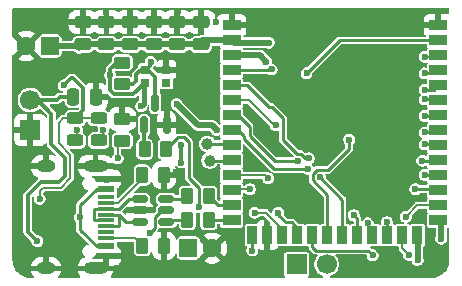
<source format=gtl>
%TF.GenerationSoftware,KiCad,Pcbnew,9.0.2*%
%TF.CreationDate,2025-09-28T04:05:32+05:30*%
%TF.ProjectId,Sippy,53697070-792e-46b6-9963-61645f706362,rev?*%
%TF.SameCoordinates,PX4ef6d80PY35fa5c0*%
%TF.FileFunction,Copper,L1,Top*%
%TF.FilePolarity,Positive*%
%FSLAX46Y46*%
G04 Gerber Fmt 4.6, Leading zero omitted, Abs format (unit mm)*
G04 Created by KiCad (PCBNEW 9.0.2) date 2025-09-28 04:05:32*
%MOMM*%
%LPD*%
G01*
G04 APERTURE LIST*
G04 Aperture macros list*
%AMRoundRect*
0 Rectangle with rounded corners*
0 $1 Rounding radius*
0 $2 $3 $4 $5 $6 $7 $8 $9 X,Y pos of 4 corners*
0 Add a 4 corners polygon primitive as box body*
4,1,4,$2,$3,$4,$5,$6,$7,$8,$9,$2,$3,0*
0 Add four circle primitives for the rounded corners*
1,1,$1+$1,$2,$3*
1,1,$1+$1,$4,$5*
1,1,$1+$1,$6,$7*
1,1,$1+$1,$8,$9*
0 Add four rect primitives between the rounded corners*
20,1,$1+$1,$2,$3,$4,$5,0*
20,1,$1+$1,$4,$5,$6,$7,0*
20,1,$1+$1,$6,$7,$8,$9,0*
20,1,$1+$1,$8,$9,$2,$3,0*%
G04 Aperture macros list end*
%TA.AperFunction,SMDPad,CuDef*%
%ADD10RoundRect,0.250000X0.450000X-0.262500X0.450000X0.262500X-0.450000X0.262500X-0.450000X-0.262500X0*%
%TD*%
%TA.AperFunction,SMDPad,CuDef*%
%ADD11R,0.700000X0.700000*%
%TD*%
%TA.AperFunction,SMDPad,CuDef*%
%ADD12RoundRect,0.250000X-0.475000X0.250000X-0.475000X-0.250000X0.475000X-0.250000X0.475000X0.250000X0*%
%TD*%
%TA.AperFunction,SMDPad,CuDef*%
%ADD13RoundRect,0.250000X-0.250000X-0.475000X0.250000X-0.475000X0.250000X0.475000X-0.250000X0.475000X0*%
%TD*%
%TA.AperFunction,SMDPad,CuDef*%
%ADD14R,1.450000X0.600000*%
%TD*%
%TA.AperFunction,SMDPad,CuDef*%
%ADD15R,1.450000X0.300000*%
%TD*%
%TA.AperFunction,HeatsinkPad*%
%ADD16O,2.100000X1.000000*%
%TD*%
%TA.AperFunction,HeatsinkPad*%
%ADD17O,1.600000X1.000000*%
%TD*%
%TA.AperFunction,SMDPad,CuDef*%
%ADD18RoundRect,0.250000X-0.262500X-0.450000X0.262500X-0.450000X0.262500X0.450000X-0.262500X0.450000X0*%
%TD*%
%TA.AperFunction,SMDPad,CuDef*%
%ADD19RoundRect,0.250000X0.262500X0.450000X-0.262500X0.450000X-0.262500X-0.450000X0.262500X-0.450000X0*%
%TD*%
%TA.AperFunction,SMDPad,CuDef*%
%ADD20RoundRect,0.150000X0.150000X-0.587500X0.150000X0.587500X-0.150000X0.587500X-0.150000X-0.587500X0*%
%TD*%
%TA.AperFunction,SMDPad,CuDef*%
%ADD21C,1.000000*%
%TD*%
%TA.AperFunction,SMDPad,CuDef*%
%ADD22RoundRect,0.150000X-0.512500X-0.150000X0.512500X-0.150000X0.512500X0.150000X-0.512500X0.150000X0*%
%TD*%
%TA.AperFunction,ComponentPad*%
%ADD23RoundRect,0.250000X0.550000X0.550000X-0.550000X0.550000X-0.550000X-0.550000X0.550000X-0.550000X0*%
%TD*%
%TA.AperFunction,ComponentPad*%
%ADD24C,1.600000*%
%TD*%
%TA.AperFunction,SMDPad,CuDef*%
%ADD25R,1.500000X0.900000*%
%TD*%
%TA.AperFunction,SMDPad,CuDef*%
%ADD26R,0.900000X1.500000*%
%TD*%
%TA.AperFunction,HeatsinkPad*%
%ADD27C,0.600000*%
%TD*%
%TA.AperFunction,HeatsinkPad*%
%ADD28R,3.900000X3.900000*%
%TD*%
%TA.AperFunction,ComponentPad*%
%ADD29R,1.700000X1.700000*%
%TD*%
%TA.AperFunction,ComponentPad*%
%ADD30C,1.700000*%
%TD*%
%TA.AperFunction,SMDPad,CuDef*%
%ADD31RoundRect,0.243750X0.456250X-0.243750X0.456250X0.243750X-0.456250X0.243750X-0.456250X-0.243750X0*%
%TD*%
%TA.AperFunction,ComponentPad*%
%ADD32RoundRect,0.250000X-0.550000X-0.550000X0.550000X-0.550000X0.550000X0.550000X-0.550000X0.550000X0*%
%TD*%
%TA.AperFunction,ViaPad*%
%ADD33C,0.600000*%
%TD*%
%TA.AperFunction,Conductor*%
%ADD34C,0.300000*%
%TD*%
%TA.AperFunction,Conductor*%
%ADD35C,0.400000*%
%TD*%
%TA.AperFunction,Conductor*%
%ADD36C,0.500000*%
%TD*%
%TA.AperFunction,Conductor*%
%ADD37C,0.350000*%
%TD*%
%TA.AperFunction,Conductor*%
%ADD38C,0.250000*%
%TD*%
%TA.AperFunction,Conductor*%
%ADD39C,0.200000*%
%TD*%
G04 APERTURE END LIST*
D10*
%TO.P,R14,1*%
%TO.N,Net-(U4-PROG)*%
X-9200000Y-2912500D03*
%TO.P,R14,2*%
%TO.N,GND*%
X-9200000Y-1087500D03*
%TD*%
D11*
%TO.P,D1,1,DOUT*%
%TO.N,unconnected-(D1-DOUT-Pad1)*%
X-5485000Y2012750D03*
%TO.P,D1,2,VSS*%
%TO.N,GND*%
X-5485000Y3112750D03*
%TO.P,D1,3,DIN*%
%TO.N,Net-(D1-DIN)*%
X-7315000Y3112750D03*
%TO.P,D1,4,VDD*%
%TO.N,POWER*%
X-7315000Y2012750D03*
%TD*%
D12*
%TO.P,C4,1*%
%TO.N,GND*%
X-8540000Y7160000D03*
%TO.P,C4,2*%
%TO.N,+3V3*%
X-8540000Y5260000D03*
%TD*%
D13*
%TO.P,C10,1*%
%TO.N,PACK_P*%
X-13350000Y800000D03*
%TO.P,C10,2*%
%TO.N,GND*%
X-11450000Y800000D03*
%TD*%
D14*
%TO.P,J2,A1,GND*%
%TO.N,GND*%
X-10555000Y-6150000D03*
%TO.P,J2,A4,VBUS*%
%TO.N,VUSB*%
X-10555000Y-6950000D03*
D15*
%TO.P,J2,A5,CC1*%
%TO.N,Net-(J2-CC1)*%
X-10555000Y-8150000D03*
%TO.P,J2,A6,D+*%
%TO.N,Net-(J2-D+-PadA6)*%
X-10555000Y-9150000D03*
%TO.P,J2,A7,D-*%
%TO.N,Net-(J2-D--PadA7)*%
X-10555000Y-9650000D03*
%TO.P,J2,A8,SBU1*%
%TO.N,unconnected-(J2-SBU1-PadA8)*%
X-10555000Y-10650000D03*
D14*
%TO.P,J2,A9,VBUS*%
%TO.N,VUSB*%
X-10555000Y-11850000D03*
%TO.P,J2,A12,GND*%
%TO.N,GND*%
X-10555000Y-12650000D03*
%TO.P,J2,B1,GND*%
X-10555000Y-12650000D03*
%TO.P,J2,B4,VBUS*%
%TO.N,VUSB*%
X-10555000Y-11850000D03*
D15*
%TO.P,J2,B5,CC2*%
%TO.N,Net-(J2-CC2)*%
X-10555000Y-11150000D03*
%TO.P,J2,B6,D+*%
%TO.N,Net-(J2-D+-PadA6)*%
X-10555000Y-10150000D03*
%TO.P,J2,B7,D-*%
%TO.N,Net-(J2-D--PadA7)*%
X-10555000Y-8650000D03*
%TO.P,J2,B8,SBU2*%
%TO.N,unconnected-(J2-SBU2-PadB8)*%
X-10555000Y-7650000D03*
D14*
%TO.P,J2,B9,VBUS*%
%TO.N,VUSB*%
X-10555000Y-6950000D03*
%TO.P,J2,B12,GND*%
%TO.N,GND*%
X-10555000Y-6150000D03*
D16*
%TO.P,J2,S1,SHIELD*%
X-11470000Y-5080000D03*
D17*
X-15650000Y-5080000D03*
D16*
X-11470000Y-13720000D03*
D17*
X-15650000Y-13720000D03*
%TD*%
D18*
%TO.P,R9,1*%
%TO.N,Net-(J2-CC2)*%
X-7512500Y-11800000D03*
%TO.P,R9,2*%
%TO.N,GND*%
X-5687500Y-11800000D03*
%TD*%
%TO.P,R8,1*%
%TO.N,Net-(J2-CC1)*%
X-7512500Y-5800000D03*
%TO.P,R8,2*%
%TO.N,GND*%
X-5687500Y-5800000D03*
%TD*%
D12*
%TO.P,C2,1*%
%TO.N,GND*%
X-4540000Y7160000D03*
%TO.P,C2,2*%
%TO.N,+3V3*%
X-4540000Y5260000D03*
%TD*%
D19*
%TO.P,R4,1*%
%TO.N,Net-(U1-USB_D+)*%
X-1887500Y-9600000D03*
%TO.P,R4,2*%
%TO.N,USB_D+*%
X-3712500Y-9600000D03*
%TD*%
%TO.P,R6,1*%
%TO.N,WS2812B_IN*%
X-5487500Y-3637250D03*
%TO.P,R6,2*%
%TO.N,Net-(Q2-B)*%
X-7312500Y-3637250D03*
%TD*%
D12*
%TO.P,C1,1*%
%TO.N,GND*%
X-2540000Y7160000D03*
%TO.P,C1,2*%
%TO.N,+3V3*%
X-2540000Y5260000D03*
%TD*%
%TO.P,C5,1*%
%TO.N,GND*%
X-10540000Y7160000D03*
%TO.P,C5,2*%
%TO.N,+3V3*%
X-10540000Y5260000D03*
%TD*%
D20*
%TO.P,Q2,1,B*%
%TO.N,Net-(Q2-B)*%
X-7350000Y-1574750D03*
%TO.P,Q2,2,E*%
%TO.N,GND*%
X-5450000Y-1574750D03*
%TO.P,Q2,3,C*%
%TO.N,Net-(D1-DIN)*%
X-6400000Y300250D03*
%TD*%
D18*
%TO.P,R3,1*%
%TO.N,USB_D-*%
X-3712500Y-7600000D03*
%TO.P,R3,2*%
%TO.N,Net-(U1-USB_D-)*%
X-1887500Y-7600000D03*
%TD*%
D12*
%TO.P,C3,1*%
%TO.N,GND*%
X-6540000Y7160000D03*
%TO.P,C3,2*%
%TO.N,+3V3*%
X-6540000Y5260000D03*
%TD*%
D10*
%TO.P,R7,1*%
%TO.N,Net-(D1-DIN)*%
X-9200000Y1887500D03*
%TO.P,R7,2*%
%TO.N,POWER*%
X-9200000Y3712500D03*
%TD*%
D12*
%TO.P,C6,1*%
%TO.N,GND*%
X-12540000Y7160000D03*
%TO.P,C6,2*%
%TO.N,+3V3*%
X-12540000Y5260000D03*
%TD*%
D21*
%TO.P,TP18,1,1*%
%TO.N,Net-(U1-IO16)*%
X-2000000Y-3170961D03*
%TD*%
D22*
%TO.P,U3,1,I/O1*%
%TO.N,Net-(J2-D--PadA7)*%
X-7737500Y-7850000D03*
%TO.P,U3,2,GND*%
%TO.N,GND*%
X-7737500Y-8800000D03*
%TO.P,U3,3,I/O2*%
%TO.N,Net-(J2-D+-PadA6)*%
X-7737500Y-9750000D03*
%TO.P,U3,4,I/O2*%
%TO.N,USB_D+*%
X-5462500Y-9750000D03*
%TO.P,U3,5,VBUS*%
%TO.N,VUSB*%
X-5462500Y-8800000D03*
%TO.P,U3,6,I/O1*%
%TO.N,USB_D-*%
X-5462500Y-7850000D03*
%TD*%
D21*
%TO.P,TP5,1,1*%
%TO.N,Net-(U1-IO17)*%
X-1800000Y-4577535D03*
%TD*%
D23*
%TO.P,C7,1*%
%TO.N,+3V3*%
X-15336495Y5121200D03*
D24*
%TO.P,C7,2*%
%TO.N,GND*%
X-17336495Y5121200D03*
%TD*%
D25*
%TO.P,U1,1,GND*%
%TO.N,GND*%
X50000Y6860000D03*
%TO.P,U1,2,3V3*%
%TO.N,+3V3*%
X50000Y5590000D03*
%TO.P,U1,3,EN*%
%TO.N,ESP32_EN*%
X50000Y4320000D03*
%TO.P,U1,4,IO4*%
%TO.N,Net-(U1-IO4)*%
X50000Y3050000D03*
%TO.P,U1,5,IO5*%
%TO.N,SPI_MOSI*%
X50000Y1780000D03*
%TO.P,U1,6,IO6*%
%TO.N,Net-(U1-IO6)*%
X50000Y510000D03*
%TO.P,U1,7,IO7*%
%TO.N,SPI_MISO*%
X50000Y-760000D03*
%TO.P,U1,8,IO15*%
%TO.N,SPI_SCK*%
X50000Y-2030000D03*
%TO.P,U1,9,IO16*%
%TO.N,Net-(U1-IO16)*%
X50000Y-3300000D03*
%TO.P,U1,10,IO17*%
%TO.N,Net-(U1-IO17)*%
X50000Y-4570000D03*
%TO.P,U1,11,IO18*%
%TO.N,Net-(U1-IO18)*%
X50000Y-5840000D03*
%TO.P,U1,12,IO8*%
%TO.N,Net-(U1-IO8)*%
X50000Y-7110000D03*
%TO.P,U1,13,USB_D-*%
%TO.N,Net-(U1-USB_D-)*%
X50000Y-8380000D03*
%TO.P,U1,14,USB_D+*%
%TO.N,Net-(U1-USB_D+)*%
X50000Y-9650000D03*
D26*
%TO.P,U1,15,IO3*%
%TO.N,Net-(U1-IO3)*%
X1815000Y-10900000D03*
%TO.P,U1,16,IO46*%
%TO.N,GND*%
X3085000Y-10900000D03*
%TO.P,U1,17,IO9*%
%TO.N,Net-(U1-IO9)*%
X4355000Y-10900000D03*
%TO.P,U1,18,IO10*%
%TO.N,Net-(U1-IO10)*%
X5625000Y-10900000D03*
%TO.P,U1,19,IO11*%
%TO.N,Net-(U1-IO11)*%
X6895000Y-10900000D03*
%TO.P,U1,20,IO12*%
%TO.N,LSM6DSL_INT1*%
X8165000Y-10900000D03*
%TO.P,U1,21,IO13*%
%TO.N,LSM6DSL_SS*%
X9435000Y-10900000D03*
%TO.P,U1,22,IO14*%
%TO.N,WS2812B_IN*%
X10705000Y-10900000D03*
%TO.P,U1,23,IO21*%
%TO.N,Net-(U1-IO21)*%
X11975000Y-10900000D03*
%TO.P,U1,24,IO47*%
%TO.N,Net-(U1-IO47)*%
X13245000Y-10900000D03*
%TO.P,U1,25,IO48*%
%TO.N,Net-(U1-IO48)*%
X14515000Y-10900000D03*
%TO.P,U1,26,IO45*%
%TO.N,BUZZER*%
X15785000Y-10900000D03*
D25*
%TO.P,U1,27,IO0*%
%TO.N,ESP32_GP0_BOOT*%
X17550000Y-9650000D03*
%TO.P,U1,28,IO35*%
%TO.N,Net-(U1-IO35)*%
X17550000Y-8380000D03*
%TO.P,U1,29,IO36*%
%TO.N,Net-(U1-IO36)*%
X17550000Y-7110000D03*
%TO.P,U1,30,IO37*%
%TO.N,Net-(U1-IO37)*%
X17550000Y-5840000D03*
%TO.P,U1,31,IO38*%
%TO.N,Net-(U1-IO38)*%
X17550000Y-4570000D03*
%TO.P,U1,32,IO39*%
%TO.N,Net-(U1-IO39)*%
X17550000Y-3300000D03*
%TO.P,U1,33,IO40*%
%TO.N,Net-(U1-IO40)*%
X17550000Y-2030000D03*
%TO.P,U1,34,IO41*%
%TO.N,Net-(U1-IO41)*%
X17550000Y-760000D03*
%TO.P,U1,35,IO42*%
%TO.N,Net-(U1-IO42)*%
X17550000Y510000D03*
%TO.P,U1,36,RXD0*%
%TO.N,ESP32_RXD*%
X17550000Y1780000D03*
%TO.P,U1,37,TXD0*%
%TO.N,ESP32_TXD*%
X17550000Y3050000D03*
%TO.P,U1,38,IO2*%
%TO.N,Net-(U1-IO2)*%
X17550000Y4320000D03*
%TO.P,U1,39,IO1*%
%TO.N,VBAT_OUT*%
X17550000Y5590000D03*
%TO.P,U1,40,GND*%
%TO.N,GND*%
X17550000Y6860000D03*
D27*
%TO.P,U1,41,GND*%
X5900000Y-160000D03*
X5900000Y-1560000D03*
X6600000Y540000D03*
X6600000Y-860000D03*
X6600000Y-2260000D03*
X7300000Y-160000D03*
D28*
X7300000Y-860000D03*
D27*
X7300000Y-1560000D03*
X8000000Y540000D03*
X8000000Y-860000D03*
X8000000Y-2260000D03*
X8700000Y-160000D03*
X8700000Y-1560000D03*
%TD*%
D29*
%TO.P,J1,1,Pin_1*%
%TO.N,POWER*%
X5550000Y-13373900D03*
D30*
%TO.P,J1,2,Pin_2*%
%TO.N,Net-(J1-Pin_2)*%
X8090000Y-13373900D03*
%TD*%
D31*
%TO.P,D3,1,K*%
%TO.N,Net-(D3-K)*%
X-11200000Y-2877500D03*
%TO.P,D3,2,A*%
%TO.N,VUSB*%
X-11200000Y-1002500D03*
%TD*%
%TO.P,D2,1,K*%
%TO.N,Net-(D2-K)*%
X-13200000Y-2877500D03*
%TO.P,D2,2,A*%
%TO.N,VUSB*%
X-13200000Y-1002500D03*
%TD*%
D29*
%TO.P,J3,1,Pin_1*%
%TO.N,GND*%
X-16985000Y-2000000D03*
D30*
%TO.P,J3,2,Pin_2*%
%TO.N,PACK_P*%
X-16985000Y540000D03*
%TD*%
D32*
%TO.P,C16,1*%
%TO.N,POWER*%
X-3600000Y-12000000D03*
D24*
%TO.P,C16,2*%
%TO.N,GND*%
X-1600000Y-12000000D03*
%TD*%
D33*
%TO.N,GND*%
X17300000Y-13500000D03*
%TO.N,POWER*%
X-7600000Y0D03*
X-10230608Y2629750D03*
%TO.N,PACK_P*%
X-16400000Y-11400000D03*
X-4600000Y200000D03*
X-1200000Y-2000000D03*
%TO.N,GND*%
X1616022Y6852788D03*
X4216377Y-3787716D03*
X-1711823Y-459506D03*
X4344295Y-5938766D03*
X-6525681Y8021368D03*
X-2564784Y8016254D03*
X-10550505Y8013697D03*
X5253431Y-9001139D03*
X13240315Y-8924252D03*
X-3341561Y-13762055D03*
X-12555246Y8023925D03*
X-7210257Y-7001145D03*
X5000000Y2200000D03*
X-4661379Y-5573814D03*
X-14313185Y25471D03*
X304839Y-12405114D03*
X-4526054Y8018811D03*
X-1737598Y3616664D03*
X9249564Y-5454571D03*
X-1281136Y7144294D03*
X-4306979Y-1511620D03*
X11825759Y-1047633D03*
X-1238868Y-6202017D03*
X-1719187Y1584103D03*
X2472254Y-1252309D03*
X-8553436Y8021368D03*
X-4399033Y3087419D03*
%TO.N,+3V3*%
X-5540000Y5260000D03*
X-4200000Y-4750000D03*
X3200000Y5400000D03*
X-4200000Y-3250000D03*
%TO.N,VUSB*%
X-6864569Y-10705519D03*
X-12800000Y-9400000D03*
X-14147134Y1794930D03*
X-16192185Y-7807815D03*
%TO.N,ESP32_RXD*%
X16400000Y1400000D03*
%TO.N,ESP32_TXD*%
X16400000Y2800000D03*
%TO.N,WS2812B_IN*%
X10400000Y-9200000D03*
X-2710241Y-8555202D03*
%TO.N,Net-(U4-PROG)*%
X-9600000Y-4400000D03*
%TO.N,BUZZER*%
X15800000Y-13000000D03*
%TO.N,ESP32_EN*%
X3000000Y3800000D03*
%TO.N,ESP32_GP0_BOOT*%
X17800000Y-11200000D03*
%TO.N,VBAT_OUT*%
X6400000Y2800000D03*
%TO.N,LSM6DSL_SS*%
X7540000Y-6000000D03*
%TO.N,LSM6DSL_INT1*%
X10000000Y-2800000D03*
%TO.N,Net-(U1-IO39)*%
X16400000Y-3200000D03*
%TO.N,Net-(U1-IO40)*%
X16400000Y-2200000D03*
%TO.N,Net-(U1-IO41)*%
X16400000Y-800000D03*
%TO.N,Net-(U1-IO42)*%
X16400000Y600000D03*
%TO.N,Net-(U1-IO3)*%
X1800000Y-12200000D03*
%TO.N,SPI_MISO*%
X5651165Y-4647049D03*
%TO.N,SPI_SCK*%
X6498770Y-5272048D03*
%TO.N,SPI_MOSI*%
X6600000Y-4400000D03*
%TO.N,Net-(D1-DIN)*%
X-6800000Y3800000D03*
%TO.N,Net-(D2-K)*%
X-13000000Y-2000000D03*
%TO.N,Net-(D3-K)*%
X-10800000Y-2000000D03*
%TO.N,Net-(U1-IO38)*%
X16200000Y-4600000D03*
%TO.N,Net-(U1-IO18)*%
X3139399Y-6074724D03*
%TO.N,Net-(U1-IO21)*%
X11581427Y-9888922D03*
%TO.N,Net-(U1-IO35)*%
X14800000Y-9350000D03*
%TO.N,Net-(U1-IO36)*%
X15600000Y-7000000D03*
%TO.N,Net-(U1-IO37)*%
X16400000Y-5800000D03*
%TO.N,Net-(U1-IO47)*%
X13200000Y-9800000D03*
%TO.N,Net-(U1-IO48)*%
X15050000Y-12549578D03*
%TO.N,Net-(U1-IO2)*%
X16400000Y4200000D03*
%TO.N,Net-(U1-IO4)*%
X3443762Y3134358D03*
%TO.N,Net-(U1-IO6)*%
X3773496Y-1585469D03*
%TO.N,Net-(U1-IO8)*%
X1600000Y-7000000D03*
%TO.N,Net-(U1-IO9)*%
X2000000Y-9000000D03*
%TO.N,Net-(U1-IO10)*%
X4000000Y-9000000D03*
%TO.N,Net-(U1-IO11)*%
X12000000Y-12600000D03*
%TD*%
D34*
%TO.N,POWER*%
X-10251000Y1369130D02*
X-9905870Y1024000D01*
D35*
X-7600000Y0D02*
X-7400000Y200000D01*
D34*
X-9200000Y3712500D02*
X-9687500Y3712500D01*
X-9687500Y3712500D02*
X-10251000Y3149000D01*
X-10251000Y3149000D02*
X-10251000Y1369130D01*
X-9905870Y1024000D02*
X-8303750Y1024000D01*
X-8303750Y1024000D02*
X-7315000Y2012750D01*
D35*
X-7400000Y200000D02*
X-7400000Y1927750D01*
X-7400000Y1927750D02*
X-7315000Y2012750D01*
D36*
%TO.N,PACK_P*%
X-1600000Y-1600000D02*
X-2800000Y-1600000D01*
D37*
X-17200000Y-7526834D02*
X-16073166Y-6400000D01*
D36*
X-1200000Y-2000000D02*
X-1600000Y-1600000D01*
D37*
X-16985000Y540000D02*
X-14760000Y540000D01*
X-17200000Y-10600000D02*
X-17200000Y-7526834D01*
X-16073166Y-6400000D02*
X-14600000Y-6400000D01*
X-14076000Y-5876000D02*
X-14076000Y-4324000D01*
X-14760000Y540000D02*
X-14500000Y800000D01*
X-14076000Y-4324000D02*
X-15200000Y-3200000D01*
X-15200000Y-3200000D02*
X-15200000Y-600000D01*
D36*
X-2800000Y-1600000D02*
X-4600000Y200000D01*
D37*
X-16340000Y540000D02*
X-16985000Y540000D01*
X-14600000Y-6400000D02*
X-14076000Y-5876000D01*
X-15200000Y-600000D02*
X-16340000Y540000D01*
X-16400000Y-11400000D02*
X-17200000Y-10600000D01*
X-14500000Y800000D02*
X-13350000Y800000D01*
D36*
%TO.N,+3V3*%
X-12868800Y4931200D02*
X-12540000Y5260000D01*
X3200000Y5400000D02*
X240000Y5400000D01*
X-5540000Y5260000D02*
X-12540000Y5260000D01*
X240000Y5400000D02*
X50000Y5590000D01*
X50000Y5590000D02*
X-2460000Y5590000D01*
X-2400000Y5400000D02*
X-2540000Y5260000D01*
X-15336495Y5121200D02*
X-12928800Y5121200D01*
X-2540000Y5260000D02*
X-5540000Y5260000D01*
D34*
X-4200000Y-4750000D02*
X-4200000Y-3250000D01*
D38*
%TO.N,VUSB*%
X-10555000Y-6950000D02*
X-11382000Y-6950000D01*
D34*
X-14147134Y1794930D02*
X-13542064Y2400000D01*
D38*
X-11382000Y-6950000D02*
X-12800000Y-8368000D01*
D39*
X-13200000Y-1002500D02*
X-14202500Y-1002500D01*
X-14600000Y-3126834D02*
X-13600000Y-4126834D01*
D38*
X-5938385Y-8886063D02*
X-5548563Y-8886063D01*
D39*
X-15876000Y-6876000D02*
X-16192185Y-7192185D01*
D38*
X-6864569Y-10705519D02*
X-6864569Y-10674569D01*
D34*
X-12499000Y1530870D02*
X-12499000Y-301500D01*
D38*
X-6451000Y-9398678D02*
X-5938385Y-8886063D01*
D39*
X-16192185Y-7192185D02*
X-16192185Y-7807815D01*
D38*
X-12800000Y-10432000D02*
X-11382000Y-11850000D01*
D39*
X-14402834Y-6876000D02*
X-15876000Y-6876000D01*
D34*
X-13368130Y2400000D02*
X-12499000Y1530870D01*
D39*
X-13600000Y-4126834D02*
X-13600000Y-6073166D01*
D38*
X-6451000Y-10261000D02*
X-6451000Y-9398678D01*
D39*
X-14202500Y-1002500D02*
X-14600000Y-1400000D01*
X-13200000Y-1002500D02*
X-11200000Y-1002500D01*
X-13600000Y-6073166D02*
X-14402834Y-6876000D01*
D34*
X-13542064Y2400000D02*
X-13368130Y2400000D01*
D38*
X-5548563Y-8886063D02*
X-5462500Y-8800000D01*
D39*
X-14600000Y-1400000D02*
X-14600000Y-3126834D01*
D34*
X-12499000Y-301500D02*
X-13200000Y-1002500D01*
D38*
X-6864569Y-10674569D02*
X-6451000Y-10261000D01*
X-11382000Y-11850000D02*
X-10555000Y-11850000D01*
X-12800000Y-8368000D02*
X-12800000Y-9400000D01*
X-12800000Y-9400000D02*
X-12800000Y-10432000D01*
%TO.N,ESP32_RXD*%
X16400000Y1400000D02*
X17170000Y1400000D01*
X17170000Y1400000D02*
X17550000Y1780000D01*
%TO.N,ESP32_TXD*%
X16400000Y2800000D02*
X17300000Y2800000D01*
X17300000Y2800000D02*
X17550000Y3050000D01*
D39*
%TO.N,Net-(J2-CC2)*%
X-7512500Y-11800000D02*
X-8162500Y-11150000D01*
X-8162500Y-11150000D02*
X-10555000Y-11150000D01*
D38*
%TO.N,WS2812B_IN*%
X-3574000Y-6026000D02*
X-3574000Y-2990702D01*
X-2726000Y-6874000D02*
X-3574000Y-6026000D01*
X-3940702Y-2624000D02*
X-4474250Y-2624000D01*
X10705000Y-10900000D02*
X10705000Y-9505000D01*
X-2710241Y-8555202D02*
X-2726000Y-8539443D01*
X-4474250Y-2624000D02*
X-5487500Y-3637250D01*
X10705000Y-9505000D02*
X10400000Y-9200000D01*
X-2726000Y-8539443D02*
X-2726000Y-6874000D01*
X-3574000Y-2990702D02*
X-3940702Y-2624000D01*
D39*
%TO.N,Net-(U4-PROG)*%
X-9600000Y-4400000D02*
X-9600000Y-3200000D01*
X-9600000Y-3200000D02*
X-9312500Y-2912500D01*
X-9312500Y-2912500D02*
X-9200000Y-2912500D01*
D36*
%TO.N,BUZZER*%
X15800000Y-13000000D02*
X15800000Y-10915000D01*
X15800000Y-10915000D02*
X15785000Y-10900000D01*
%TO.N,ESP32_EN*%
X3000000Y3800000D02*
X2480000Y4320000D01*
X2480000Y4320000D02*
X50000Y4320000D01*
%TO.N,ESP32_GP0_BOOT*%
X17800000Y-11200000D02*
X17800000Y-9900000D01*
X17800000Y-9900000D02*
X17550000Y-9650000D01*
D38*
%TO.N,VBAT_OUT*%
X9190000Y5590000D02*
X17550000Y5590000D01*
X6400000Y2800000D02*
X9190000Y5590000D01*
%TO.N,LSM6DSL_SS*%
X9435000Y-7895000D02*
X9435000Y-10900000D01*
X7540000Y-6000000D02*
X9435000Y-7895000D01*
%TO.N,LSM6DSL_INT1*%
X6914000Y-6259298D02*
X8165000Y-7510298D01*
X8165000Y-7510298D02*
X8165000Y-10900000D01*
X6914000Y-5740702D02*
X6914000Y-6259298D01*
X8226000Y-5374000D02*
X7280702Y-5374000D01*
X10000000Y-3600000D02*
X8226000Y-5374000D01*
X7280702Y-5374000D02*
X6914000Y-5740702D01*
X10000000Y-2800000D02*
X10000000Y-3600000D01*
%TO.N,Net-(U1-IO39)*%
X16400000Y-3200000D02*
X17450000Y-3200000D01*
X17450000Y-3200000D02*
X17550000Y-3300000D01*
%TO.N,Net-(U1-IO40)*%
X17380000Y-2200000D02*
X17550000Y-2030000D01*
X16400000Y-2200000D02*
X17380000Y-2200000D01*
%TO.N,Net-(U1-IO41)*%
X17510000Y-800000D02*
X17550000Y-760000D01*
X16400000Y-800000D02*
X17510000Y-800000D01*
%TO.N,Net-(U1-IO42)*%
X16400000Y600000D02*
X17460000Y600000D01*
X17460000Y600000D02*
X17550000Y510000D01*
%TO.N,Net-(U1-IO3)*%
X1800000Y-12200000D02*
X1800000Y-10915000D01*
X1800000Y-10915000D02*
X1815000Y-10900000D01*
%TO.N,SPI_MISO*%
X1577000Y-1705000D02*
X632000Y-760000D01*
X5651165Y-4647049D02*
X3684859Y-4647049D01*
X632000Y-760000D02*
X50000Y-760000D01*
X3684859Y-4647049D02*
X1577000Y-2539190D01*
X1577000Y-2539190D02*
X1577000Y-1705000D01*
%TO.N,SPI_SCK*%
X3672048Y-5272048D02*
X1126000Y-2726000D01*
X1126000Y-2726000D02*
X1126000Y-2524000D01*
X632000Y-2030000D02*
X50000Y-2030000D01*
X6498770Y-5272048D02*
X3672048Y-5272048D01*
X1126000Y-2524000D02*
X632000Y-2030000D01*
%TO.N,SPI_MOSI*%
X5621049Y-4021049D02*
X4400000Y-2800000D01*
X6289414Y-4400000D02*
X5910463Y-4021049D01*
X3438000Y-38000D02*
X3200000Y-38000D01*
X3200000Y-38000D02*
X1382000Y1780000D01*
X1382000Y1780000D02*
X50000Y1780000D01*
X5910463Y-4021049D02*
X5621049Y-4021049D01*
X4400000Y-1000000D02*
X3438000Y-38000D01*
X6600000Y-4400000D02*
X6289414Y-4400000D01*
X4400000Y-2800000D02*
X4400000Y-1000000D01*
%TO.N,USB_D-*%
X-5462500Y-7850000D02*
X-3962500Y-7850000D01*
X-3962500Y-7850000D02*
X-3712500Y-7600000D01*
%TO.N,USB_D+*%
X-5312500Y-9600000D02*
X-5462500Y-9750000D01*
X-3712500Y-9600000D02*
X-5312500Y-9600000D01*
%TO.N,Net-(U1-USB_D-)*%
X-1107500Y-8380000D02*
X50000Y-8380000D01*
X-1887500Y-7600000D02*
X-1107500Y-8380000D01*
%TO.N,Net-(U1-USB_D+)*%
X0Y-9600000D02*
X50000Y-9650000D01*
X-1887500Y-9600000D02*
X0Y-9600000D01*
D34*
%TO.N,Net-(D1-DIN)*%
X-8312500Y1887500D02*
X-8016000Y2184000D01*
X-8016000Y2184000D02*
X-8016000Y2713750D01*
X-9200000Y1887500D02*
X-8312500Y1887500D01*
X-6400000Y300250D02*
X-6400000Y2499750D01*
X-7013000Y3112750D02*
X-7315000Y3112750D01*
X-6400000Y2499750D02*
X-7013000Y3112750D01*
D38*
X-6800000Y3800000D02*
X-6800000Y3627750D01*
D34*
X-7617000Y3112750D02*
X-7315000Y3112750D01*
X-8016000Y2713750D02*
X-7617000Y3112750D01*
D38*
X-6800000Y3627750D02*
X-7315000Y3112750D01*
D39*
%TO.N,Net-(D2-K)*%
X-13000000Y-2000000D02*
X-13000000Y-2677500D01*
X-13000000Y-2677500D02*
X-13200000Y-2877500D01*
%TO.N,Net-(D3-K)*%
X-10800000Y-2477500D02*
X-11200000Y-2877500D01*
X-10800000Y-2000000D02*
X-10800000Y-2477500D01*
D38*
%TO.N,Net-(J2-D--PadA7)*%
X-11606000Y-8674000D02*
X-11582000Y-8650000D01*
X-9450000Y-8650000D02*
X-10555000Y-8650000D01*
X-11606000Y-9626000D02*
X-11606000Y-8674000D01*
X-11582000Y-8650000D02*
X-10555000Y-8650000D01*
X-10555000Y-9650000D02*
X-11582000Y-9650000D01*
X-7737500Y-7850000D02*
X-8650000Y-7850000D01*
X-8650000Y-7850000D02*
X-9450000Y-8650000D01*
X-11582000Y-9650000D02*
X-11606000Y-9626000D01*
%TO.N,Net-(J2-D+-PadA6)*%
X-8850000Y-9750000D02*
X-7737500Y-9750000D01*
X-9504000Y-9174000D02*
X-9504000Y-10126000D01*
X-9528000Y-9150000D02*
X-9504000Y-9174000D01*
X-9528000Y-10150000D02*
X-10555000Y-10150000D01*
X-10555000Y-9150000D02*
X-9450000Y-9150000D01*
X-9450000Y-9150000D02*
X-8850000Y-9750000D01*
X-9504000Y-10126000D02*
X-9528000Y-10150000D01*
X-10555000Y-9150000D02*
X-9528000Y-9150000D01*
D39*
%TO.N,Net-(J2-CC1)*%
X-10555000Y-8150000D02*
X-9552454Y-8150000D01*
X-9552454Y-8150000D02*
X-7512500Y-6110046D01*
X-7512500Y-6110046D02*
X-7512500Y-5800000D01*
D34*
%TO.N,Net-(Q2-B)*%
X-7350000Y-1574750D02*
X-7350000Y-3599750D01*
X-7350000Y-3599750D02*
X-7312500Y-3637250D01*
D38*
%TO.N,Net-(U1-IO38)*%
X16200000Y-4600000D02*
X17520000Y-4600000D01*
X17520000Y-4600000D02*
X17550000Y-4570000D01*
%TO.N,Net-(U1-IO17)*%
X42465Y-4577535D02*
X50000Y-4570000D01*
X-1800000Y-4577535D02*
X42465Y-4577535D01*
D39*
%TO.N,Net-(U1-IO18)*%
X2904675Y-5840000D02*
X50000Y-5840000D01*
X3139399Y-6074724D02*
X2904675Y-5840000D01*
%TO.N,Net-(U1-IO21)*%
X11581427Y-10506427D02*
X11975000Y-10900000D01*
X11581427Y-9888922D02*
X11581427Y-10506427D01*
%TO.N,Net-(U1-IO35)*%
X15770000Y-8380000D02*
X17550000Y-8380000D01*
X14800000Y-9350000D02*
X15770000Y-8380000D01*
D38*
%TO.N,Net-(U1-IO36)*%
X15600000Y-7000000D02*
X17440000Y-7000000D01*
X17440000Y-7000000D02*
X17550000Y-7110000D01*
%TO.N,Net-(U1-IO37)*%
X16400000Y-5800000D02*
X17510000Y-5800000D01*
X17510000Y-5800000D02*
X17550000Y-5840000D01*
%TO.N,Net-(U1-IO47)*%
X13200000Y-9800000D02*
X13200000Y-10855000D01*
X13200000Y-10855000D02*
X13245000Y-10900000D01*
D39*
%TO.N,Net-(U1-IO48)*%
X15050000Y-12549578D02*
X14515000Y-12014578D01*
X14515000Y-12014578D02*
X14515000Y-10900000D01*
D38*
%TO.N,Net-(U1-IO16)*%
X-2000000Y-3170961D02*
X-79039Y-3170961D01*
X-79039Y-3170961D02*
X50000Y-3300000D01*
D39*
%TO.N,Net-(U1-IO2)*%
X17430000Y4200000D02*
X17550000Y4320000D01*
X16400000Y4200000D02*
X17430000Y4200000D01*
D38*
%TO.N,Net-(U1-IO4)*%
X3219656Y3134358D02*
X3135298Y3050000D01*
X3135298Y3050000D02*
X50000Y3050000D01*
X3443762Y3134358D02*
X3219656Y3134358D01*
D39*
%TO.N,Net-(U1-IO6)*%
X3773496Y-1585469D02*
X3660713Y-1585469D01*
X3660713Y-1585469D02*
X1565244Y510000D01*
X1565244Y510000D02*
X50000Y510000D01*
%TO.N,Net-(U1-IO8)*%
X160000Y-7000000D02*
X50000Y-7110000D01*
X1600000Y-7000000D02*
X160000Y-7000000D01*
%TO.N,Net-(U1-IO9)*%
X4355000Y-10368000D02*
X4355000Y-10900000D01*
X2987000Y-9000000D02*
X4355000Y-10368000D01*
X2000000Y-9000000D02*
X2987000Y-9000000D01*
D38*
%TO.N,Net-(U1-IO10)*%
X4624000Y-9824000D02*
X5131000Y-9824000D01*
X4000000Y-9000000D02*
X4000000Y-9200000D01*
X5625000Y-10318000D02*
X5625000Y-10900000D01*
X4000000Y-9200000D02*
X4624000Y-9824000D01*
X5131000Y-9824000D02*
X5625000Y-10318000D01*
%TO.N,Net-(U1-IO11)*%
X11597900Y-12197900D02*
X7192900Y-12197900D01*
X7192900Y-12197900D02*
X6895000Y-11900000D01*
X6895000Y-11900000D02*
X6895000Y-10900000D01*
X12000000Y-12600000D02*
X11597900Y-12197900D01*
%TD*%
%TA.AperFunction,Conductor*%
%TO.N,GND*%
G36*
X-911427Y5121194D02*
G01*
X-894322Y5089193D01*
X-888868Y5061770D01*
X-888867Y5061768D01*
X-841132Y4990329D01*
X-843870Y4988500D01*
X-829993Y4955000D01*
X-843870Y4921501D01*
X-841132Y4919671D01*
X-888867Y4848233D01*
X-888868Y4848231D01*
X-900500Y4789749D01*
X-900500Y3850252D01*
X-888868Y3791770D01*
X-888867Y3791768D01*
X-841132Y3720329D01*
X-843870Y3718500D01*
X-829993Y3685000D01*
X-843870Y3651501D01*
X-841132Y3649671D01*
X-888867Y3578233D01*
X-888868Y3578231D01*
X-900500Y3519749D01*
X-900500Y2580252D01*
X-888868Y2521770D01*
X-888867Y2521768D01*
X-841132Y2450329D01*
X-843870Y2448500D01*
X-829993Y2415000D01*
X-843870Y2381501D01*
X-841132Y2379671D01*
X-888867Y2308233D01*
X-888868Y2308231D01*
X-900500Y2249749D01*
X-900500Y1310252D01*
X-888868Y1251770D01*
X-888867Y1251768D01*
X-841132Y1180329D01*
X-843870Y1178500D01*
X-829993Y1145000D01*
X-843870Y1111501D01*
X-841132Y1109671D01*
X-888867Y1038233D01*
X-888868Y1038231D01*
X-900500Y979749D01*
X-900500Y40252D01*
X-888868Y-18230D01*
X-888867Y-18232D01*
X-841132Y-89671D01*
X-843870Y-91500D01*
X-829993Y-125000D01*
X-843870Y-158499D01*
X-841132Y-160329D01*
X-888867Y-231767D01*
X-888868Y-231769D01*
X-900500Y-290251D01*
X-900500Y-1229748D01*
X-888868Y-1288230D01*
X-888867Y-1288232D01*
X-841132Y-1359671D01*
X-843870Y-1361500D01*
X-829993Y-1395000D01*
X-838728Y-1426869D01*
X-843329Y-1434630D01*
X-844552Y-1435448D01*
X-888867Y-1501769D01*
X-891768Y-1516348D01*
X-897217Y-1525543D01*
X-908459Y-1533965D01*
X-916263Y-1545644D01*
X-926856Y-1547750D01*
X-935499Y-1554226D01*
X-949404Y-1552233D01*
X-963180Y-1554972D01*
X-982232Y-1547800D01*
X-1006812Y-1533609D01*
X-1006816Y-1533607D01*
X-1021341Y-1529715D01*
X-1049358Y-1513539D01*
X-1323381Y-1239515D01*
X-1323390Y-1239508D01*
X-1426108Y-1180203D01*
X-1426112Y-1180201D01*
X-1432600Y-1178462D01*
X-1450327Y-1173713D01*
X-1468400Y-1168870D01*
X-1540687Y-1149500D01*
X-1540691Y-1149500D01*
X-2587509Y-1149500D01*
X-2631703Y-1131194D01*
X-4113540Y350643D01*
X-4129716Y378661D01*
X-4133608Y393186D01*
X-4199500Y507314D01*
X-4199502Y507316D01*
X-4199505Y507320D01*
X-4292681Y600496D01*
X-4292685Y600499D01*
X-4292686Y600500D01*
X-4405946Y665891D01*
X-4406815Y666393D01*
X-4406818Y666394D01*
X-4534102Y700499D01*
X-4534107Y700500D01*
X-4534108Y700500D01*
X-4665892Y700500D01*
X-4665893Y700500D01*
X-4665899Y700499D01*
X-4793183Y666394D01*
X-4793186Y666393D01*
X-4907316Y600499D01*
X-4907320Y600496D01*
X-5000496Y507320D01*
X-5000499Y507316D01*
X-5066393Y393186D01*
X-5066394Y393183D01*
X-5100499Y265899D01*
X-5100500Y265891D01*
X-5100500Y134110D01*
X-5100499Y134102D01*
X-5066394Y6818D01*
X-5066393Y6815D01*
X-5051933Y-18230D01*
X-5013642Y-84552D01*
X-5000499Y-107315D01*
X-5000496Y-107319D01*
X-4907320Y-200495D01*
X-4907316Y-200498D01*
X-4907314Y-200500D01*
X-4793186Y-266392D01*
X-4778661Y-270284D01*
X-4750643Y-286460D01*
X-3076614Y-1960489D01*
X-3017304Y-1994731D01*
X-2973886Y-2019799D01*
X-2859309Y-2050500D01*
X-1812491Y-2050500D01*
X-1768297Y-2068806D01*
X-1686461Y-2150642D01*
X-1670285Y-2178659D01*
X-1666393Y-2193184D01*
X-1666390Y-2193192D01*
X-1600503Y-2307310D01*
X-1600496Y-2307319D01*
X-1507320Y-2400495D01*
X-1507316Y-2400498D01*
X-1507314Y-2400500D01*
X-1414005Y-2454372D01*
X-1393186Y-2466392D01*
X-1393183Y-2466393D01*
X-1337720Y-2481254D01*
X-1265892Y-2500500D01*
X-1265891Y-2500500D01*
X-1134109Y-2500500D01*
X-1134108Y-2500500D01*
X-1006814Y-2466392D01*
X-992937Y-2458379D01*
X-945513Y-2452135D01*
X-907561Y-2481254D01*
X-900388Y-2500313D01*
X-888868Y-2558230D01*
X-888867Y-2558232D01*
X-841132Y-2629671D01*
X-843870Y-2631500D01*
X-829993Y-2665000D01*
X-843870Y-2698499D01*
X-841132Y-2700329D01*
X-888867Y-2771767D01*
X-888867Y-2771769D01*
X-893519Y-2795155D01*
X-920096Y-2834928D01*
X-954818Y-2845461D01*
X-1341601Y-2845461D01*
X-1385795Y-2827155D01*
X-1393568Y-2817684D01*
X-1455886Y-2724419D01*
X-1553459Y-2626846D01*
X-1668187Y-2550187D01*
X-1668189Y-2550186D01*
X-1795674Y-2497380D01*
X-1931007Y-2470461D01*
X-2068993Y-2470461D01*
X-2204327Y-2497380D01*
X-2204328Y-2497380D01*
X-2331812Y-2550186D01*
X-2331814Y-2550187D01*
X-2446542Y-2626846D01*
X-2544115Y-2724419D01*
X-2620774Y-2839147D01*
X-2620775Y-2839149D01*
X-2673581Y-2966633D01*
X-2673581Y-2966634D01*
X-2700500Y-3101967D01*
X-2700500Y-3239954D01*
X-2673581Y-3375287D01*
X-2673581Y-3375288D01*
X-2620775Y-3502772D01*
X-2620774Y-3502774D01*
X-2544115Y-3617502D01*
X-2544114Y-3617503D01*
X-2446542Y-3715075D01*
X-2331811Y-3791736D01*
X-2204328Y-3844541D01*
X-2181629Y-3849056D01*
X-2167016Y-3851963D01*
X-2127242Y-3878539D01*
X-2117910Y-3925455D01*
X-2144486Y-3965229D01*
X-2246542Y-4033420D01*
X-2344115Y-4130993D01*
X-2420774Y-4245721D01*
X-2420775Y-4245723D01*
X-2473581Y-4373207D01*
X-2473581Y-4373208D01*
X-2500500Y-4508541D01*
X-2500500Y-4646528D01*
X-2473581Y-4781861D01*
X-2473581Y-4781862D01*
X-2420775Y-4909346D01*
X-2420774Y-4909348D01*
X-2364100Y-4994166D01*
X-2344114Y-5024077D01*
X-2246542Y-5121649D01*
X-2131811Y-5198310D01*
X-2004328Y-5251115D01*
X-1868993Y-5278035D01*
X-1731007Y-5278035D01*
X-1595672Y-5251115D01*
X-1468189Y-5198310D01*
X-1353458Y-5121649D01*
X-1255886Y-5024077D01*
X-1193568Y-4930812D01*
X-1153794Y-4904236D01*
X-1141601Y-4903035D01*
X-963000Y-4903035D01*
X-918806Y-4921341D01*
X-900500Y-4965535D01*
X-900500Y-5039748D01*
X-888868Y-5098230D01*
X-888867Y-5098232D01*
X-841132Y-5169671D01*
X-843870Y-5171500D01*
X-829993Y-5205000D01*
X-843870Y-5238499D01*
X-841132Y-5240329D01*
X-888867Y-5311767D01*
X-888868Y-5311769D01*
X-900500Y-5370251D01*
X-900500Y-6309748D01*
X-888868Y-6368230D01*
X-888867Y-6368232D01*
X-841132Y-6439671D01*
X-843870Y-6441500D01*
X-829993Y-6475000D01*
X-843870Y-6508499D01*
X-841132Y-6510329D01*
X-888867Y-6581767D01*
X-888868Y-6581769D01*
X-900500Y-6640251D01*
X-900500Y-7579748D01*
X-888868Y-7638230D01*
X-888867Y-7638232D01*
X-841132Y-7709671D01*
X-843870Y-7711500D01*
X-829993Y-7745000D01*
X-843870Y-7778499D01*
X-841132Y-7780329D01*
X-888867Y-7851767D01*
X-888868Y-7851769D01*
X-900500Y-7910251D01*
X-900500Y-7975785D01*
X-918806Y-8019979D01*
X-963000Y-8038285D01*
X-1007194Y-8019979D01*
X-1156194Y-7870979D01*
X-1174500Y-7826785D01*
X-1174500Y-7095737D01*
X-1176147Y-7078179D01*
X-1177354Y-7065301D01*
X-1222207Y-6937118D01*
X-1224428Y-6934109D01*
X-1254508Y-6893352D01*
X-1302850Y-6827850D01*
X-1412118Y-6747207D01*
X-1540299Y-6702354D01*
X-1540304Y-6702353D01*
X-1560301Y-6700478D01*
X-1570734Y-6699500D01*
X-2204266Y-6699500D01*
X-2213876Y-6700401D01*
X-2234697Y-6702353D01*
X-2234702Y-6702354D01*
X-2364310Y-6747706D01*
X-2412070Y-6745023D01*
X-2439077Y-6719965D01*
X-2465535Y-6674138D01*
X-2465536Y-6674137D01*
X-2465537Y-6674135D01*
X-3230194Y-5909478D01*
X-3248500Y-5865284D01*
X-3248500Y-2947850D01*
X-3248501Y-2947844D01*
X-3263281Y-2892686D01*
X-3264972Y-2886374D01*
X-3270682Y-2865063D01*
X-3283502Y-2842859D01*
X-3313533Y-2790843D01*
X-3313540Y-2790834D01*
X-3740835Y-2363539D01*
X-3740844Y-2363532D01*
X-3815058Y-2320684D01*
X-3815067Y-2320680D01*
X-3897843Y-2298501D01*
X-3897848Y-2298500D01*
X-3897849Y-2298500D01*
X-4431397Y-2298500D01*
X-4517103Y-2298500D01*
X-4517104Y-2298500D01*
X-4517110Y-2298501D01*
X-4573118Y-2313508D01*
X-4620544Y-2307264D01*
X-4649664Y-2269314D01*
X-4651601Y-2248232D01*
X-4650000Y-2227897D01*
X-4650000Y-1824750D01*
X-6250000Y-1824750D01*
X-6250000Y-2227900D01*
X-6247101Y-2264736D01*
X-6247101Y-2264740D01*
X-6201282Y-2422449D01*
X-6201281Y-2422451D01*
X-6117685Y-2563805D01*
X-6001558Y-2679932D01*
X-5982699Y-2691085D01*
X-5953977Y-2729338D01*
X-5960716Y-2776696D01*
X-5977399Y-2795169D01*
X-6072150Y-2865099D01*
X-6152793Y-2974366D01*
X-6152793Y-2974367D01*
X-6197646Y-3102548D01*
X-6197647Y-3102553D01*
X-6200500Y-3132987D01*
X-6200500Y-4141512D01*
X-6197647Y-4171946D01*
X-6197646Y-4171951D01*
X-6152793Y-4300132D01*
X-6152793Y-4300133D01*
X-6136987Y-4321549D01*
X-6072150Y-4409400D01*
X-5995597Y-4465898D01*
X-5966570Y-4487321D01*
X-5941882Y-4528293D01*
X-5953397Y-4574722D01*
X-5994369Y-4599410D01*
X-5998399Y-4599817D01*
X-5998396Y-4599839D01*
X-6102688Y-4610492D01*
X-6102695Y-4610493D01*
X-6269122Y-4665641D01*
X-6418344Y-4757682D01*
X-6542318Y-4881656D01*
X-6634359Y-5030878D01*
X-6689508Y-5197308D01*
X-6691874Y-5220467D01*
X-6714578Y-5262571D01*
X-6760404Y-5276289D01*
X-6802508Y-5253585D01*
X-6813042Y-5234757D01*
X-6847207Y-5137118D01*
X-6858624Y-5121649D01*
X-6875907Y-5098231D01*
X-6927850Y-5027850D01*
X-7037118Y-4947207D01*
X-7083972Y-4930812D01*
X-7165299Y-4902354D01*
X-7165304Y-4902353D01*
X-7185301Y-4900478D01*
X-7195734Y-4899500D01*
X-7829266Y-4899500D01*
X-7838876Y-4900401D01*
X-7859697Y-4902353D01*
X-7859702Y-4902354D01*
X-7987883Y-4947207D01*
X-7987884Y-4947207D01*
X-8097150Y-5027850D01*
X-8177793Y-5137116D01*
X-8177793Y-5137117D01*
X-8222646Y-5265298D01*
X-8222647Y-5265303D01*
X-8225500Y-5295737D01*
X-8225500Y-6304262D01*
X-8222647Y-6334696D01*
X-8222645Y-6334704D01*
X-8219929Y-6342466D01*
X-8222612Y-6390226D01*
X-8234728Y-6407301D01*
X-9522806Y-7695380D01*
X-9567000Y-7713686D01*
X-9611194Y-7695380D01*
X-9629500Y-7651186D01*
X-9629500Y-7480252D01*
X-9641133Y-7421769D01*
X-9649183Y-7409722D01*
X-9658515Y-7362808D01*
X-9649183Y-7340278D01*
X-9641133Y-7328231D01*
X-9629500Y-7269748D01*
X-9629500Y-6952259D01*
X-9611194Y-6908065D01*
X-9591784Y-6895592D01*
X-9591836Y-6895497D01*
X-9590497Y-6894765D01*
X-9588832Y-6893696D01*
X-9587911Y-6893352D01*
X-9472810Y-6807187D01*
X-9472809Y-6807186D01*
X-9386650Y-6692094D01*
X-9386648Y-6692091D01*
X-9336403Y-6557377D01*
X-9330001Y-6497835D01*
X-9330000Y-6497822D01*
X-9330000Y-6400000D01*
X-10305000Y-6400000D01*
X-10314193Y-6409192D01*
X-10323306Y-6431194D01*
X-10367500Y-6449500D01*
X-10742500Y-6449500D01*
X-10786694Y-6431194D01*
X-10795808Y-6409192D01*
X-10805000Y-6400000D01*
X-11385715Y-6400000D01*
X-11429909Y-6381694D01*
X-11446085Y-6353676D01*
X-11463718Y-6287868D01*
X-11463719Y-6287865D01*
X-11475241Y-6267909D01*
X-11539485Y-6156635D01*
X-11539487Y-6156633D01*
X-11539490Y-6156629D01*
X-11646630Y-6049489D01*
X-11646639Y-6049482D01*
X-11703547Y-6016626D01*
X-11732667Y-5978676D01*
X-11726423Y-5931250D01*
X-11688473Y-5902130D01*
X-11672297Y-5900000D01*
X-9330000Y-5900000D01*
X-9330000Y-5802177D01*
X-9330001Y-5802164D01*
X-9336403Y-5742622D01*
X-9386648Y-5607908D01*
X-9386650Y-5607905D01*
X-9472809Y-5492813D01*
X-9472814Y-5492808D01*
X-9587906Y-5406649D01*
X-9587909Y-5406647D01*
X-9722623Y-5356402D01*
X-9782165Y-5350000D01*
X-9904163Y-5350000D01*
X-9948357Y-5331694D01*
X-9949893Y-5330000D01*
X-10753012Y-5330000D01*
X-10735795Y-5320060D01*
X-10679940Y-5264205D01*
X-10640444Y-5195796D01*
X-10620000Y-5119496D01*
X-10620000Y-5040504D01*
X-10640444Y-4964204D01*
X-10679940Y-4895795D01*
X-10735795Y-4839940D01*
X-10753012Y-4830000D01*
X-9945728Y-4830000D01*
X-9911397Y-4811649D01*
X-9874021Y-4819721D01*
X-9793186Y-4866392D01*
X-9793184Y-4866392D01*
X-9793183Y-4866393D01*
X-9715288Y-4887264D01*
X-9665892Y-4900500D01*
X-9665891Y-4900500D01*
X-9534109Y-4900500D01*
X-9534108Y-4900500D01*
X-9406814Y-4866392D01*
X-9292686Y-4800500D01*
X-9199500Y-4707314D01*
X-9133608Y-4593186D01*
X-9099500Y-4465892D01*
X-9099500Y-4334108D01*
X-9133608Y-4206814D01*
X-9199500Y-4092686D01*
X-9199502Y-4092684D01*
X-9199505Y-4092680D01*
X-9281194Y-4010991D01*
X-9299500Y-3966797D01*
X-9299500Y-3688000D01*
X-9281194Y-3643806D01*
X-9237000Y-3625500D01*
X-8695738Y-3625500D01*
X-8695734Y-3625500D01*
X-8665301Y-3622646D01*
X-8537118Y-3577793D01*
X-8427850Y-3497150D01*
X-8347207Y-3387882D01*
X-8302354Y-3259699D01*
X-8299500Y-3229266D01*
X-8299500Y-3132987D01*
X-8025500Y-3132987D01*
X-8025500Y-4141512D01*
X-8022647Y-4171946D01*
X-8022646Y-4171951D01*
X-7977793Y-4300132D01*
X-7977793Y-4300133D01*
X-7961987Y-4321549D01*
X-7897150Y-4409400D01*
X-7787882Y-4490043D01*
X-7659699Y-4534896D01*
X-7629266Y-4537750D01*
X-7629262Y-4537750D01*
X-6995738Y-4537750D01*
X-6995734Y-4537750D01*
X-6965301Y-4534896D01*
X-6837118Y-4490043D01*
X-6727850Y-4409400D01*
X-6647207Y-4300132D01*
X-6602354Y-4171949D01*
X-6599500Y-4141516D01*
X-6599500Y-3132984D01*
X-6602354Y-3102551D01*
X-6647207Y-2974368D01*
X-6652916Y-2966633D01*
X-6683167Y-2925644D01*
X-6727850Y-2865100D01*
X-6792097Y-2817684D01*
X-6837117Y-2784457D01*
X-6957643Y-2742283D01*
X-6993311Y-2710407D01*
X-6999500Y-2683290D01*
X-6999500Y-2483319D01*
X-6981194Y-2439125D01*
X-6946432Y-2404363D01*
X-6910802Y-2368733D01*
X-6859427Y-2263643D01*
X-6849500Y-2195510D01*
X-6849500Y-953990D01*
X-6859427Y-885857D01*
X-6910802Y-780767D01*
X-6993517Y-698052D01*
X-7098607Y-646677D01*
X-7098609Y-646676D01*
X-7098610Y-646676D01*
X-7159877Y-637750D01*
X-7166740Y-636750D01*
X-7533260Y-636750D01*
X-7540123Y-637750D01*
X-7601391Y-646676D01*
X-7706485Y-698053D01*
X-7789197Y-780765D01*
X-7840574Y-885859D01*
X-7850500Y-953990D01*
X-7850500Y-2195509D01*
X-7840574Y-2263640D01*
X-7840574Y-2263641D01*
X-7840573Y-2263643D01*
X-7789198Y-2368733D01*
X-7789197Y-2368734D01*
X-7718806Y-2439125D01*
X-7700500Y-2483319D01*
X-7700500Y-2709533D01*
X-7718806Y-2753727D01*
X-7742356Y-2768525D01*
X-7787882Y-2784455D01*
X-7897150Y-2865100D01*
X-7977793Y-2974366D01*
X-7977793Y-2974367D01*
X-8022646Y-3102548D01*
X-8022647Y-3102553D01*
X-8025500Y-3132987D01*
X-8299500Y-3132987D01*
X-8299500Y-2595734D01*
X-8302354Y-2565301D01*
X-8347207Y-2437118D01*
X-8357021Y-2423821D01*
X-8379633Y-2393182D01*
X-8427850Y-2327850D01*
X-8482484Y-2287528D01*
X-8537117Y-2247207D01*
X-8634758Y-2213041D01*
X-8670426Y-2181165D01*
X-8673108Y-2133405D01*
X-8641232Y-2097737D01*
X-8620464Y-2091871D01*
X-8597305Y-2089505D01*
X-8430879Y-2034358D01*
X-8281657Y-1942317D01*
X-8157683Y-1818343D01*
X-8065642Y-1669121D01*
X-8010493Y-1502691D01*
X-8000001Y-1399986D01*
X-8000000Y-1399977D01*
X-8000000Y-1337500D01*
X-9137500Y-1337500D01*
X-9181694Y-1319194D01*
X-9200000Y-1275000D01*
X-9200000Y-1087500D01*
X-9387500Y-1087500D01*
X-9431694Y-1069194D01*
X-9450000Y-1025000D01*
X-9450000Y-837500D01*
X-8950000Y-837500D01*
X-8000001Y-837500D01*
X-8000001Y-775024D01*
X-8000002Y-775012D01*
X-8010493Y-672312D01*
X-8010494Y-672305D01*
X-8065642Y-505878D01*
X-8157683Y-356656D01*
X-8281657Y-232682D01*
X-8430879Y-140641D01*
X-8597309Y-85492D01*
X-8700014Y-75000D01*
X-8950000Y-75000D01*
X-8950000Y-837500D01*
X-9450000Y-837500D01*
X-9450000Y-75000D01*
X-9699976Y-75000D01*
X-9699988Y-75001D01*
X-9802688Y-85492D01*
X-9802695Y-85493D01*
X-9969122Y-140641D01*
X-10118344Y-232682D01*
X-10242318Y-356656D01*
X-10305779Y-459542D01*
X-10344561Y-487546D01*
X-10391785Y-479926D01*
X-10409262Y-463844D01*
X-10415741Y-455066D01*
X-10426070Y-441070D01*
X-10426071Y-441069D01*
X-10426072Y-441068D01*
X-10533820Y-361545D01*
X-10656292Y-318690D01*
X-10691960Y-286814D01*
X-10694642Y-239054D01*
X-10679843Y-215503D01*
X-10607683Y-143343D01*
X-10515642Y5879D01*
X-10460493Y172309D01*
X-10450001Y275014D01*
X-10450000Y275023D01*
X-10450000Y550000D01*
X-11387500Y550000D01*
X-11431694Y568306D01*
X-11450000Y612500D01*
X-11450000Y800000D01*
X-11637500Y800000D01*
X-11681694Y818306D01*
X-11700000Y862500D01*
X-11700000Y2025000D01*
X-11200000Y2025000D01*
X-11200000Y1050000D01*
X-10453440Y1050000D01*
X-10409246Y1031694D01*
X-10121088Y743535D01*
X-10121079Y743528D01*
X-10062769Y709862D01*
X-10062768Y709862D01*
X-10048011Y701343D01*
X-10041158Y697386D01*
X-10041156Y697386D01*
X-10041155Y697385D01*
X-9986606Y682769D01*
X-9952014Y673500D01*
X-9952013Y673500D01*
X-8257607Y673500D01*
X-8257606Y673500D01*
X-8168462Y697386D01*
X-8155622Y704800D01*
X-8146852Y709862D01*
X-8108887Y731782D01*
X-8088538Y743530D01*
X-7907194Y924874D01*
X-7863000Y943180D01*
X-7818806Y924874D01*
X-7800500Y880680D01*
X-7800500Y498254D01*
X-7818806Y454060D01*
X-7831750Y444128D01*
X-7907311Y400503D01*
X-7907320Y400496D01*
X-8000496Y307320D01*
X-8000499Y307316D01*
X-8066393Y193186D01*
X-8066394Y193183D01*
X-8100499Y65899D01*
X-8100500Y65891D01*
X-8100500Y-65890D01*
X-8100499Y-65898D01*
X-8066394Y-193182D01*
X-8066393Y-193185D01*
X-8057317Y-208904D01*
X-8005011Y-299501D01*
X-8000499Y-307315D01*
X-8000496Y-307319D01*
X-7907320Y-400495D01*
X-7907316Y-400498D01*
X-7907314Y-400500D01*
X-7797599Y-463844D01*
X-7793186Y-466392D01*
X-7793183Y-466393D01*
X-7742676Y-479926D01*
X-7665892Y-500500D01*
X-7665891Y-500500D01*
X-7534109Y-500500D01*
X-7534108Y-500500D01*
X-7406814Y-466392D01*
X-7292686Y-400500D01*
X-7199500Y-307314D01*
X-7133608Y-193186D01*
X-7103835Y-82065D01*
X-7087659Y-54050D01*
X-7079520Y-45913D01*
X-7026793Y45413D01*
X-7023745Y56790D01*
X-7023370Y58188D01*
X-6994249Y96138D01*
X-6946823Y102381D01*
X-6908873Y73260D01*
X-6900500Y42011D01*
X-6900500Y-320509D01*
X-6890574Y-388640D01*
X-6890574Y-388641D01*
X-6890573Y-388643D01*
X-6839198Y-493733D01*
X-6756483Y-576448D01*
X-6651393Y-627823D01*
X-6583260Y-637750D01*
X-6583259Y-637750D01*
X-6257784Y-637750D01*
X-6213590Y-656056D01*
X-6195284Y-700250D01*
X-6200426Y-725075D01*
X-6201283Y-727054D01*
X-6247101Y-884759D01*
X-6247101Y-884763D01*
X-6250000Y-921599D01*
X-6250000Y-1324750D01*
X-5700000Y-1324750D01*
X-5200000Y-1324750D01*
X-4650000Y-1324750D01*
X-4650000Y-921599D01*
X-4652900Y-884763D01*
X-4652900Y-884759D01*
X-4698719Y-727050D01*
X-4698720Y-727048D01*
X-4782316Y-585694D01*
X-4898445Y-469565D01*
X-5039799Y-385969D01*
X-5039801Y-385968D01*
X-5197501Y-340151D01*
X-5197514Y-340149D01*
X-5200000Y-339952D01*
X-5200000Y-1324750D01*
X-5700000Y-1324750D01*
X-5700000Y-339952D01*
X-5702487Y-340149D01*
X-5702500Y-340151D01*
X-5819563Y-374162D01*
X-5867110Y-368913D01*
X-5897018Y-331581D01*
X-5899500Y-314144D01*
X-5899500Y921010D01*
X-5908058Y979748D01*
X-5909427Y989143D01*
X-5960802Y1094233D01*
X-6031194Y1164625D01*
X-6049500Y1208819D01*
X-6049500Y1448006D01*
X-6031194Y1492200D01*
X-5987000Y1510506D01*
X-5952278Y1499974D01*
X-5913231Y1473883D01*
X-5854748Y1462250D01*
X-5115252Y1462250D01*
X-5056769Y1473883D01*
X-4990448Y1518198D01*
X-4946133Y1584519D01*
X-4934500Y1643002D01*
X-4934500Y2260491D01*
X-4916194Y2304685D01*
X-4896784Y2317158D01*
X-4896836Y2317253D01*
X-4895497Y2317985D01*
X-4893832Y2319054D01*
X-4892911Y2319398D01*
X-4777810Y2405563D01*
X-4777809Y2405564D01*
X-4691650Y2520656D01*
X-4691648Y2520659D01*
X-4641403Y2655373D01*
X-4635001Y2714915D01*
X-4635000Y2714928D01*
X-4635000Y2862750D01*
X-6241430Y2862750D01*
X-6285624Y2881056D01*
X-6633870Y3229302D01*
X-6652176Y3273496D01*
X-6633870Y3317690D01*
X-6610295Y3331296D01*
X-6610602Y3332038D01*
X-6606822Y3333605D01*
X-6606820Y3333607D01*
X-6606814Y3333608D01*
X-6492686Y3399500D01*
X-6485889Y3406297D01*
X-6441694Y3450491D01*
X-6397500Y3468797D01*
X-6353306Y3450491D01*
X-6335000Y3406297D01*
X-6335000Y3362750D01*
X-5735000Y3362750D01*
X-5235000Y3362750D01*
X-4635000Y3362750D01*
X-4635000Y3510573D01*
X-4635001Y3510586D01*
X-4641403Y3570128D01*
X-4691648Y3704842D01*
X-4691650Y3704845D01*
X-4777809Y3819937D01*
X-4777814Y3819942D01*
X-4892906Y3906101D01*
X-4892909Y3906103D01*
X-5027623Y3956348D01*
X-5087165Y3962750D01*
X-5235000Y3962750D01*
X-5235000Y3362750D01*
X-5735000Y3362750D01*
X-5735000Y3962750D01*
X-5882836Y3962750D01*
X-5942378Y3956348D01*
X-6077092Y3906103D01*
X-6077095Y3906101D01*
X-6192187Y3819942D01*
X-6192806Y3819322D01*
X-6193272Y3819130D01*
X-6195767Y3817261D01*
X-6196244Y3817898D01*
X-6237000Y3801016D01*
X-6281194Y3819322D01*
X-6298812Y3861854D01*
X-6298966Y3861833D01*
X-6299042Y3862411D01*
X-6299500Y3863516D01*
X-6299500Y3865891D01*
X-6299502Y3865899D01*
X-6333607Y3993183D01*
X-6333608Y3993186D01*
X-6341477Y4006815D01*
X-6399500Y4107314D01*
X-6399502Y4107316D01*
X-6399505Y4107320D01*
X-6492681Y4200496D01*
X-6492685Y4200499D01*
X-6492686Y4200500D01*
X-6576777Y4249050D01*
X-6606815Y4266393D01*
X-6606818Y4266394D01*
X-6734102Y4300499D01*
X-6734107Y4300500D01*
X-6734108Y4300500D01*
X-6865892Y4300500D01*
X-6865893Y4300500D01*
X-6865899Y4300499D01*
X-6993183Y4266394D01*
X-6993186Y4266393D01*
X-7107316Y4200499D01*
X-7107320Y4200496D01*
X-7200496Y4107320D01*
X-7200499Y4107316D01*
X-7266393Y3993186D01*
X-7266394Y3993183D01*
X-7300499Y3865899D01*
X-7300500Y3865891D01*
X-7300500Y3734104D01*
X-7300474Y3733906D01*
X-7300500Y3733809D01*
X-7300500Y3730012D01*
X-7301517Y3730012D01*
X-7312855Y3687701D01*
X-7354283Y3663785D01*
X-7362439Y3663250D01*
X-7684748Y3663250D01*
X-7743231Y3651618D01*
X-7743233Y3651617D01*
X-7809553Y3607303D01*
X-7853867Y3540983D01*
X-7853868Y3540981D01*
X-7865500Y3482499D01*
X-7865500Y3385820D01*
X-7883806Y3341626D01*
X-8296466Y2928967D01*
X-8296473Y2928958D01*
X-8331360Y2868531D01*
X-8331360Y2868530D01*
X-8342614Y2849040D01*
X-8342615Y2849038D01*
X-8366499Y2759901D01*
X-8366500Y2759893D01*
X-8366500Y2550678D01*
X-8384806Y2506484D01*
X-8429000Y2488178D01*
X-8466113Y2500390D01*
X-8537118Y2552793D01*
X-8665299Y2597646D01*
X-8665304Y2597647D01*
X-8685301Y2599522D01*
X-8695734Y2600500D01*
X-9667608Y2600500D01*
X-9711802Y2618806D01*
X-9730108Y2663000D01*
X-9730108Y2695641D01*
X-9730110Y2695649D01*
X-9764215Y2822933D01*
X-9764219Y2822942D01*
X-9817280Y2914845D01*
X-9823524Y2962271D01*
X-9794404Y3000221D01*
X-9746978Y3006465D01*
X-9742510Y3005087D01*
X-9738949Y3003841D01*
X-9734699Y3002354D01*
X-9704266Y2999500D01*
X-9704262Y2999500D01*
X-8695738Y2999500D01*
X-8695734Y2999500D01*
X-8665301Y3002354D01*
X-8537118Y3047207D01*
X-8427850Y3127850D01*
X-8347207Y3237118D01*
X-8302354Y3365301D01*
X-8299500Y3395734D01*
X-8299500Y4029266D01*
X-8302354Y4059699D01*
X-8347207Y4187882D01*
X-8356517Y4200496D01*
X-8392352Y4249051D01*
X-8427850Y4297150D01*
X-8537118Y4377793D01*
X-8581100Y4393183D01*
X-8665299Y4422646D01*
X-8665304Y4422647D01*
X-8685301Y4424522D01*
X-8695734Y4425500D01*
X-9704266Y4425500D01*
X-9713876Y4424599D01*
X-9734697Y4422647D01*
X-9734702Y4422646D01*
X-9862883Y4377793D01*
X-9862884Y4377793D01*
X-9972150Y4297150D01*
X-10052793Y4187884D01*
X-10052793Y4187883D01*
X-10097646Y4059702D01*
X-10097647Y4059697D01*
X-10100500Y4029263D01*
X-10100500Y3821071D01*
X-10118806Y3776877D01*
X-10531466Y3364218D01*
X-10531473Y3364209D01*
X-10568255Y3300502D01*
X-10568254Y3300501D01*
X-10577613Y3284292D01*
X-10577616Y3284285D01*
X-10601499Y3195151D01*
X-10601500Y3195143D01*
X-10601500Y2992561D01*
X-10619806Y2948367D01*
X-10631104Y2937070D01*
X-10631107Y2937066D01*
X-10697001Y2822936D01*
X-10697002Y2822933D01*
X-10731107Y2695649D01*
X-10731108Y2695641D01*
X-10731108Y2563860D01*
X-10731107Y2563852D01*
X-10697002Y2436568D01*
X-10697001Y2436565D01*
X-10697000Y2436564D01*
X-10631108Y2322436D01*
X-10619807Y2311135D01*
X-10601500Y2266942D01*
X-10601500Y1888049D01*
X-10619806Y1843855D01*
X-10664000Y1825549D01*
X-10708194Y1843855D01*
X-10731657Y1867318D01*
X-10880879Y1959359D01*
X-11047309Y2014508D01*
X-11150014Y2025000D01*
X-11200000Y2025000D01*
X-11700000Y2025000D01*
X-11700001Y2025001D01*
X-11749975Y2025000D01*
X-11749989Y2024999D01*
X-11852688Y2014508D01*
X-11852695Y2014507D01*
X-12019122Y1959359D01*
X-12168342Y1867319D01*
X-12209861Y1825800D01*
X-12254056Y1807495D01*
X-12298249Y1825801D01*
X-13152913Y2680466D01*
X-13152917Y2680469D01*
X-13152918Y2680470D01*
X-13197473Y2706194D01*
X-13232843Y2726615D01*
X-13232846Y2726616D01*
X-13321980Y2750499D01*
X-13321985Y2750500D01*
X-13321986Y2750500D01*
X-13588208Y2750500D01*
X-13588209Y2750500D01*
X-13588215Y2750499D01*
X-13677349Y2726616D01*
X-13677352Y2726615D01*
X-13757278Y2680469D01*
X-13757282Y2680466D01*
X-14124010Y2313736D01*
X-14168204Y2295430D01*
X-14213026Y2295430D01*
X-14213027Y2295430D01*
X-14213033Y2295429D01*
X-14340317Y2261324D01*
X-14340320Y2261323D01*
X-14454450Y2195429D01*
X-14454454Y2195426D01*
X-14547630Y2102250D01*
X-14547633Y2102246D01*
X-14613527Y1988116D01*
X-14613528Y1988113D01*
X-14647633Y1860829D01*
X-14647634Y1860821D01*
X-14647634Y1729040D01*
X-14647633Y1729032D01*
X-14613528Y1601748D01*
X-14613527Y1601745D01*
X-14603582Y1584520D01*
X-14550281Y1492200D01*
X-14547633Y1487615D01*
X-14547630Y1487611D01*
X-14454454Y1394435D01*
X-14454450Y1394432D01*
X-14454448Y1394430D01*
X-14349971Y1334110D01*
X-14340320Y1328538D01*
X-14340317Y1328537D01*
X-14227733Y1298370D01*
X-14189782Y1269250D01*
X-14183539Y1221824D01*
X-14212659Y1183873D01*
X-14243909Y1175500D01*
X-14450564Y1175500D01*
X-14549436Y1175500D01*
X-14549437Y1175500D01*
X-14549443Y1175499D01*
X-14644934Y1149913D01*
X-14644943Y1149909D01*
X-14730559Y1100478D01*
X-14730568Y1100471D01*
X-14897231Y933806D01*
X-14941425Y915500D01*
X-15961723Y915500D01*
X-16005917Y933806D01*
X-16019465Y954082D01*
X-16045190Y1016186D01*
X-16054059Y1037598D01*
X-16054061Y1037600D01*
X-16054061Y1037602D01*
X-16169023Y1209655D01*
X-16315346Y1355978D01*
X-16487399Y1470940D01*
X-16487402Y1470941D01*
X-16678582Y1550131D01*
X-16881535Y1590500D01*
X-17088465Y1590500D01*
X-17291419Y1550131D01*
X-17482599Y1470941D01*
X-17482602Y1470940D01*
X-17654655Y1355978D01*
X-17800978Y1209655D01*
X-17915940Y1037602D01*
X-17915941Y1037599D01*
X-17995131Y846419D01*
X-18035500Y643466D01*
X-18035500Y436535D01*
X-17995131Y233582D01*
X-17915941Y42402D01*
X-17915940Y42399D01*
X-17800978Y-129654D01*
X-17654655Y-275977D01*
X-17482602Y-390939D01*
X-17482600Y-390939D01*
X-17482598Y-390941D01*
X-17291420Y-470130D01*
X-17088465Y-510500D01*
X-16881535Y-510500D01*
X-16678580Y-470130D01*
X-16487402Y-390941D01*
X-16315345Y-275977D01*
X-16229397Y-190027D01*
X-16185203Y-171722D01*
X-16141009Y-190028D01*
X-15593806Y-737231D01*
X-15575500Y-781425D01*
X-15575500Y-875744D01*
X-15593806Y-919938D01*
X-15638000Y-938244D01*
X-15682194Y-919938D01*
X-15688681Y-911274D01*
X-15688967Y-911489D01*
X-15777809Y-792813D01*
X-15777814Y-792808D01*
X-15892906Y-706649D01*
X-15892909Y-706647D01*
X-16027623Y-656402D01*
X-16087165Y-650000D01*
X-16735000Y-650000D01*
X-16735000Y-1566988D01*
X-16792007Y-1534075D01*
X-16919174Y-1500000D01*
X-17050826Y-1500000D01*
X-17177993Y-1534075D01*
X-17235000Y-1566988D01*
X-17235000Y-650000D01*
X-17882836Y-650000D01*
X-17942378Y-656402D01*
X-18077092Y-706647D01*
X-18077095Y-706649D01*
X-18192187Y-792808D01*
X-18192192Y-792813D01*
X-18278351Y-907905D01*
X-18278353Y-907908D01*
X-18328598Y-1042622D01*
X-18335000Y-1102164D01*
X-18335000Y-1750000D01*
X-17418012Y-1750000D01*
X-17450925Y-1807007D01*
X-17485000Y-1934174D01*
X-17485000Y-2065826D01*
X-17450925Y-2192993D01*
X-17418012Y-2250000D01*
X-18335000Y-2250000D01*
X-18335000Y-2897835D01*
X-18328598Y-2957377D01*
X-18278353Y-3092091D01*
X-18278351Y-3092094D01*
X-18192192Y-3207186D01*
X-18192187Y-3207191D01*
X-18077095Y-3293350D01*
X-18077092Y-3293352D01*
X-17942378Y-3343597D01*
X-17882836Y-3349999D01*
X-17882822Y-3350000D01*
X-17235000Y-3350000D01*
X-17235000Y-2433012D01*
X-17177993Y-2465925D01*
X-17050826Y-2500000D01*
X-16919174Y-2500000D01*
X-16792007Y-2465925D01*
X-16735000Y-2433012D01*
X-16735000Y-3350000D01*
X-16087178Y-3350000D01*
X-16087165Y-3349999D01*
X-16027623Y-3343597D01*
X-15892909Y-3293352D01*
X-15892906Y-3293350D01*
X-15777814Y-3207191D01*
X-15777809Y-3207186D01*
X-15688967Y-3088511D01*
X-15687256Y-3089792D01*
X-15655616Y-3064289D01*
X-15608054Y-3069396D01*
X-15578034Y-3106639D01*
X-15575500Y-3124255D01*
X-15575500Y-3249439D01*
X-15569150Y-3273136D01*
X-15569149Y-3273137D01*
X-15549912Y-3344934D01*
X-15549911Y-3344937D01*
X-15500474Y-3430563D01*
X-14861049Y-4069988D01*
X-14842743Y-4114182D01*
X-14861049Y-4158376D01*
X-14905243Y-4176682D01*
X-14929161Y-4171924D01*
X-15058303Y-4118431D01*
X-15058311Y-4118429D01*
X-15251509Y-4080000D01*
X-15400000Y-4080000D01*
X-15400000Y-4780000D01*
X-15900000Y-4780000D01*
X-15900000Y-4080000D01*
X-16048491Y-4080000D01*
X-16241690Y-4118429D01*
X-16241698Y-4118431D01*
X-16423679Y-4193811D01*
X-16423681Y-4193812D01*
X-16587463Y-4303248D01*
X-16726752Y-4442537D01*
X-16836188Y-4606319D01*
X-16836189Y-4606321D01*
X-16911569Y-4788302D01*
X-16911571Y-4788310D01*
X-16919864Y-4829999D01*
X-16919863Y-4830000D01*
X-16116988Y-4830000D01*
X-16134205Y-4839940D01*
X-16190060Y-4895795D01*
X-16229556Y-4964204D01*
X-16250000Y-5040504D01*
X-16250000Y-5119496D01*
X-16229556Y-5195796D01*
X-16190060Y-5264205D01*
X-16134205Y-5320060D01*
X-16116988Y-5330000D01*
X-16919863Y-5330000D01*
X-16911571Y-5371689D01*
X-16911569Y-5371697D01*
X-16836189Y-5553678D01*
X-16836188Y-5553680D01*
X-16726752Y-5717462D01*
X-16587463Y-5856751D01*
X-16423684Y-5966185D01*
X-16330995Y-6004578D01*
X-16297171Y-6038403D01*
X-16297170Y-6086239D01*
X-16310719Y-6106515D01*
X-17430562Y-7226359D01*
X-17500471Y-7296267D01*
X-17500474Y-7296270D01*
X-17549910Y-7381896D01*
X-17552088Y-7390024D01*
X-17568291Y-7450498D01*
X-17568292Y-7450499D01*
X-17575500Y-7477395D01*
X-17575500Y-7477399D01*
X-17575500Y-10550564D01*
X-17575500Y-10649436D01*
X-17570392Y-10668500D01*
X-17549911Y-10744937D01*
X-17549910Y-10744940D01*
X-17506719Y-10819746D01*
X-17506719Y-10819747D01*
X-17500475Y-10830562D01*
X-17500470Y-10830568D01*
X-16918806Y-11412231D01*
X-16900500Y-11456425D01*
X-16900500Y-11465890D01*
X-16900499Y-11465898D01*
X-16866394Y-11593182D01*
X-16866393Y-11593185D01*
X-16852495Y-11617256D01*
X-16807276Y-11695578D01*
X-16800499Y-11707315D01*
X-16800496Y-11707319D01*
X-16707320Y-11800495D01*
X-16707316Y-11800498D01*
X-16707314Y-11800500D01*
X-16610927Y-11856149D01*
X-16593186Y-11866392D01*
X-16593183Y-11866393D01*
X-16515288Y-11887264D01*
X-16465892Y-11900500D01*
X-16465891Y-11900500D01*
X-16334109Y-11900500D01*
X-16334108Y-11900500D01*
X-16206814Y-11866392D01*
X-16092686Y-11800500D01*
X-15999500Y-11707314D01*
X-15933608Y-11593186D01*
X-15899500Y-11465892D01*
X-15899500Y-11334108D01*
X-15924028Y-11242567D01*
X-15933607Y-11206817D01*
X-15933608Y-11206814D01*
X-15946503Y-11184479D01*
X-15999500Y-11092686D01*
X-15999502Y-11092684D01*
X-15999505Y-11092680D01*
X-16092681Y-10999504D01*
X-16092685Y-10999501D01*
X-16092686Y-10999500D01*
X-16204614Y-10934878D01*
X-16206815Y-10933607D01*
X-16206818Y-10933606D01*
X-16334102Y-10899501D01*
X-16334107Y-10899500D01*
X-16334108Y-10899500D01*
X-16334109Y-10899500D01*
X-16343574Y-10899500D01*
X-16387768Y-10881194D01*
X-16806194Y-10462768D01*
X-16824500Y-10418574D01*
X-16824500Y-7708259D01*
X-16806195Y-7664066D01*
X-16801843Y-7659714D01*
X-16787575Y-7645445D01*
X-16743383Y-7627139D01*
X-16699188Y-7645444D01*
X-16680881Y-7689637D01*
X-16683010Y-7705815D01*
X-16692685Y-7741923D01*
X-16692685Y-7873705D01*
X-16692684Y-7873713D01*
X-16658579Y-8000997D01*
X-16658578Y-8001000D01*
X-16637051Y-8038285D01*
X-16600616Y-8101393D01*
X-16592684Y-8115130D01*
X-16592681Y-8115134D01*
X-16499505Y-8208310D01*
X-16499501Y-8208313D01*
X-16499499Y-8208315D01*
X-16385371Y-8274207D01*
X-16385368Y-8274208D01*
X-16307473Y-8295079D01*
X-16258077Y-8308315D01*
X-16258076Y-8308315D01*
X-16126294Y-8308315D01*
X-16126293Y-8308315D01*
X-15998999Y-8274207D01*
X-15884871Y-8208315D01*
X-15791685Y-8115129D01*
X-15725793Y-8001001D01*
X-15691685Y-7873707D01*
X-15691685Y-7741923D01*
X-15711830Y-7666740D01*
X-15725792Y-7614632D01*
X-15725793Y-7614629D01*
X-15756344Y-7561714D01*
X-15791685Y-7500501D01*
X-15791688Y-7500498D01*
X-15791690Y-7500495D01*
X-15873379Y-7418806D01*
X-15891685Y-7374612D01*
X-15891685Y-7342544D01*
X-15873379Y-7298350D01*
X-15769835Y-7194806D01*
X-15725641Y-7176500D01*
X-14363272Y-7176500D01*
X-14363267Y-7176499D01*
X-14340563Y-7170414D01*
X-14286845Y-7156021D01*
X-14218323Y-7116460D01*
X-14162374Y-7060511D01*
X-13359540Y-6257677D01*
X-13319978Y-6189154D01*
X-13299500Y-6112728D01*
X-13299500Y-6033604D01*
X-13299500Y-4087272D01*
X-13305762Y-4063902D01*
X-13319978Y-4010846D01*
X-13326529Y-3999500D01*
X-13359538Y-3942326D01*
X-13359545Y-3942317D01*
X-13629669Y-3672194D01*
X-13647975Y-3628000D01*
X-13629669Y-3583806D01*
X-13585475Y-3565500D01*
X-12690239Y-3565500D01*
X-12690236Y-3565500D01*
X-12660226Y-3562686D01*
X-12533821Y-3518455D01*
X-12426070Y-3438930D01*
X-12346545Y-3331179D01*
X-12302314Y-3204774D01*
X-12299500Y-3174764D01*
X-12299500Y-2580236D01*
X-12302314Y-2550226D01*
X-12346545Y-2423821D01*
X-12347558Y-2422449D01*
X-12426070Y-2316070D01*
X-12451926Y-2296987D01*
X-12509060Y-2254820D01*
X-12533747Y-2213849D01*
X-12532316Y-2188361D01*
X-12499500Y-2065892D01*
X-12499500Y-1934108D01*
X-12522943Y-1846617D01*
X-12533607Y-1806817D01*
X-12533608Y-1806814D01*
X-12533611Y-1806808D01*
X-12574392Y-1736175D01*
X-12580634Y-1688751D01*
X-12551514Y-1650800D01*
X-12540906Y-1645934D01*
X-12533821Y-1643455D01*
X-12426070Y-1563930D01*
X-12346545Y-1456179D01*
X-12307592Y-1344858D01*
X-12298192Y-1334338D01*
X-12292793Y-1321306D01*
X-12282874Y-1317197D01*
X-12275717Y-1309189D01*
X-12248599Y-1303000D01*
X-12151401Y-1303000D01*
X-12107207Y-1321306D01*
X-12092408Y-1344858D01*
X-12073121Y-1399977D01*
X-12053455Y-1456179D01*
X-11973930Y-1563930D01*
X-11919073Y-1604417D01*
X-11866181Y-1643454D01*
X-11866180Y-1643454D01*
X-11866179Y-1643455D01*
X-11739774Y-1687686D01*
X-11709764Y-1690500D01*
X-11307491Y-1690500D01*
X-11263297Y-1708806D01*
X-11244991Y-1753000D01*
X-11253365Y-1784250D01*
X-11266390Y-1806808D01*
X-11266394Y-1806817D01*
X-11300499Y-1934101D01*
X-11300500Y-1934109D01*
X-11300500Y-2065890D01*
X-11300499Y-2065898D01*
X-11288461Y-2110824D01*
X-11294704Y-2158250D01*
X-11332655Y-2187370D01*
X-11348831Y-2189500D01*
X-11709764Y-2189500D01*
X-11717480Y-2190223D01*
X-11739772Y-2192313D01*
X-11739774Y-2192314D01*
X-11866181Y-2236545D01*
X-11973930Y-2316070D01*
X-12053455Y-2423819D01*
X-12097686Y-2550226D01*
X-12097687Y-2550228D01*
X-12100500Y-2580239D01*
X-12100500Y-3174760D01*
X-12097687Y-3204771D01*
X-12097687Y-3204772D01*
X-12097686Y-3204774D01*
X-12089117Y-3229262D01*
X-12053455Y-3331180D01*
X-12020901Y-3375287D01*
X-11973930Y-3438930D01*
X-11913569Y-3483479D01*
X-11866181Y-3518454D01*
X-11866180Y-3518454D01*
X-11866179Y-3518455D01*
X-11739774Y-3562686D01*
X-11709764Y-3565500D01*
X-11709761Y-3565500D01*
X-10690239Y-3565500D01*
X-10690236Y-3565500D01*
X-10660226Y-3562686D01*
X-10533821Y-3518455D01*
X-10426070Y-3438930D01*
X-10346545Y-3331179D01*
X-10302314Y-3204774D01*
X-10299500Y-3174764D01*
X-10299500Y-2580236D01*
X-10302314Y-2550226D01*
X-10346545Y-2423821D01*
X-10389700Y-2365350D01*
X-10401214Y-2318923D01*
X-10393538Y-2296987D01*
X-10375588Y-2265898D01*
X-10333608Y-2193186D01*
X-10299500Y-2065892D01*
X-10299500Y-1934108D01*
X-10299958Y-1932401D01*
X-10302432Y-1923163D01*
X-10296189Y-1875737D01*
X-10258238Y-1846617D01*
X-10210812Y-1852860D01*
X-10197868Y-1862793D01*
X-10118344Y-1942317D01*
X-9969122Y-2034358D01*
X-9802692Y-2089507D01*
X-9779535Y-2091873D01*
X-9737430Y-2114575D01*
X-9723711Y-2160401D01*
X-9746413Y-2202506D01*
X-9765245Y-2213042D01*
X-9862882Y-2247207D01*
X-9862883Y-2247207D01*
X-9862884Y-2247208D01*
X-9972150Y-2327850D01*
X-10052793Y-2437116D01*
X-10052793Y-2437117D01*
X-10097646Y-2565298D01*
X-10097647Y-2565303D01*
X-10100500Y-2595737D01*
X-10100500Y-3229262D01*
X-10097647Y-3259696D01*
X-10097646Y-3259701D01*
X-10052793Y-3387882D01*
X-10052793Y-3387883D01*
X-9995750Y-3465173D01*
X-9972150Y-3497150D01*
X-9925886Y-3531293D01*
X-9901198Y-3572264D01*
X-9900500Y-3581580D01*
X-9900500Y-3966797D01*
X-9918806Y-4010991D01*
X-10000496Y-4092680D01*
X-10000499Y-4092684D01*
X-10066393Y-4206814D01*
X-10066394Y-4206817D01*
X-10100499Y-4334101D01*
X-10100500Y-4334109D01*
X-10100500Y-4334398D01*
X-10100556Y-4334532D01*
X-10101034Y-4338167D01*
X-10102009Y-4338038D01*
X-10118806Y-4378592D01*
X-10163000Y-4396898D01*
X-10207194Y-4378592D01*
X-10282538Y-4303248D01*
X-10446320Y-4193812D01*
X-10446322Y-4193811D01*
X-10628303Y-4118431D01*
X-10628311Y-4118429D01*
X-10821509Y-4080000D01*
X-11220000Y-4080000D01*
X-11220000Y-4780000D01*
X-11720000Y-4780000D01*
X-11720000Y-4080000D01*
X-12118491Y-4080000D01*
X-12311690Y-4118429D01*
X-12311698Y-4118431D01*
X-12493679Y-4193811D01*
X-12493681Y-4193812D01*
X-12657463Y-4303248D01*
X-12796752Y-4442537D01*
X-12906188Y-4606319D01*
X-12906189Y-4606321D01*
X-12981569Y-4788302D01*
X-12981571Y-4788310D01*
X-12989864Y-4829999D01*
X-12989863Y-4830000D01*
X-12186988Y-4830000D01*
X-12204205Y-4839940D01*
X-12260060Y-4895795D01*
X-12299556Y-4964204D01*
X-12320000Y-5040504D01*
X-12320000Y-5119496D01*
X-12299556Y-5195796D01*
X-12260060Y-5264205D01*
X-12204205Y-5320060D01*
X-12186988Y-5330000D01*
X-12989863Y-5330000D01*
X-12981571Y-5371689D01*
X-12981569Y-5371697D01*
X-12906189Y-5553678D01*
X-12906188Y-5553680D01*
X-12796752Y-5717462D01*
X-12657463Y-5856751D01*
X-12493680Y-5966188D01*
X-12493677Y-5966189D01*
X-12421982Y-5995886D01*
X-12388157Y-6029711D01*
X-12388156Y-6077546D01*
X-12401704Y-6097823D01*
X-12460514Y-6156633D01*
X-12536282Y-6287865D01*
X-12536283Y-6287868D01*
X-12575499Y-6434227D01*
X-12575500Y-6434235D01*
X-12575500Y-6585764D01*
X-12575499Y-6585772D01*
X-12536283Y-6732131D01*
X-12536282Y-6732134D01*
X-12536281Y-6732135D01*
X-12481020Y-6827850D01*
X-12460514Y-6863366D01*
X-12460511Y-6863370D01*
X-12353371Y-6970510D01*
X-12353367Y-6970513D01*
X-12353365Y-6970515D01*
X-12302297Y-6999999D01*
X-12222135Y-7046281D01*
X-12222132Y-7046282D01*
X-12169027Y-7060511D01*
X-12103088Y-7078179D01*
X-12065138Y-7107299D01*
X-12058894Y-7154725D01*
X-12075070Y-7182743D01*
X-13060461Y-8168132D01*
X-13060468Y-8168141D01*
X-13103319Y-8242360D01*
X-13108816Y-8262881D01*
X-13108817Y-8262883D01*
X-13125499Y-8325140D01*
X-13125500Y-8325148D01*
X-13125500Y-8991797D01*
X-13143806Y-9035991D01*
X-13200496Y-9092680D01*
X-13200499Y-9092684D01*
X-13266393Y-9206814D01*
X-13266394Y-9206817D01*
X-13300499Y-9334101D01*
X-13300500Y-9334109D01*
X-13300500Y-9465890D01*
X-13300499Y-9465898D01*
X-13266394Y-9593182D01*
X-13266393Y-9593185D01*
X-13247979Y-9625078D01*
X-13200500Y-9707314D01*
X-13143806Y-9764008D01*
X-13125500Y-9808201D01*
X-13125500Y-10474851D01*
X-13125499Y-10474859D01*
X-13103320Y-10557635D01*
X-13103316Y-10557644D01*
X-13060468Y-10631858D01*
X-13060461Y-10631867D01*
X-12075070Y-11617256D01*
X-12056764Y-11661450D01*
X-12075070Y-11705644D01*
X-12103088Y-11721820D01*
X-12222132Y-11753717D01*
X-12222135Y-11753718D01*
X-12353367Y-11829486D01*
X-12353371Y-11829489D01*
X-12460511Y-11936629D01*
X-12460514Y-11936633D01*
X-12536282Y-12067865D01*
X-12536283Y-12067868D01*
X-12575499Y-12214227D01*
X-12575500Y-12214235D01*
X-12575500Y-12365764D01*
X-12575499Y-12365772D01*
X-12536283Y-12512131D01*
X-12536282Y-12512134D01*
X-12460514Y-12643366D01*
X-12460511Y-12643370D01*
X-12401705Y-12702176D01*
X-12383399Y-12746370D01*
X-12401705Y-12790564D01*
X-12421981Y-12804112D01*
X-12493676Y-12833809D01*
X-12493680Y-12833812D01*
X-12657463Y-12943248D01*
X-12796752Y-13082537D01*
X-12906188Y-13246319D01*
X-12906189Y-13246321D01*
X-12981569Y-13428302D01*
X-12981571Y-13428310D01*
X-12989864Y-13469999D01*
X-12989863Y-13470000D01*
X-12186988Y-13470000D01*
X-12204205Y-13479940D01*
X-12260060Y-13535795D01*
X-12299556Y-13604204D01*
X-12320000Y-13680504D01*
X-12320000Y-13759496D01*
X-12299556Y-13835796D01*
X-12260060Y-13904205D01*
X-12204205Y-13960060D01*
X-12186988Y-13970000D01*
X-12989863Y-13970000D01*
X-12981571Y-14011689D01*
X-12981569Y-14011697D01*
X-12906189Y-14193678D01*
X-12906188Y-14193680D01*
X-12796752Y-14357462D01*
X-12761408Y-14392806D01*
X-12743102Y-14437000D01*
X-12761408Y-14481194D01*
X-12805602Y-14499500D01*
X-14564398Y-14499500D01*
X-14608592Y-14481194D01*
X-14626898Y-14437000D01*
X-14608592Y-14392806D01*
X-14573251Y-14357464D01*
X-14573249Y-14357462D01*
X-14463813Y-14193680D01*
X-14463812Y-14193678D01*
X-14388432Y-14011697D01*
X-14388430Y-14011689D01*
X-14380137Y-13970000D01*
X-15183012Y-13970000D01*
X-15165795Y-13960060D01*
X-15109940Y-13904205D01*
X-15070444Y-13835796D01*
X-15050000Y-13759496D01*
X-15050000Y-13680504D01*
X-15070444Y-13604204D01*
X-15109940Y-13535795D01*
X-15165795Y-13479940D01*
X-15183012Y-13470000D01*
X-14380137Y-13470000D01*
X-14380137Y-13469999D01*
X-14388430Y-13428310D01*
X-14388432Y-13428302D01*
X-14463812Y-13246321D01*
X-14463813Y-13246319D01*
X-14573249Y-13082537D01*
X-14712538Y-12943248D01*
X-14876320Y-12833812D01*
X-14876322Y-12833811D01*
X-15058303Y-12758431D01*
X-15058311Y-12758429D01*
X-15251509Y-12720000D01*
X-15400000Y-12720000D01*
X-15400000Y-13420000D01*
X-15900000Y-13420000D01*
X-15900000Y-12720000D01*
X-16048491Y-12720000D01*
X-16241690Y-12758429D01*
X-16241698Y-12758431D01*
X-16423679Y-12833811D01*
X-16423681Y-12833812D01*
X-16587463Y-12943248D01*
X-16726752Y-13082537D01*
X-16836188Y-13246319D01*
X-16836189Y-13246321D01*
X-16911569Y-13428302D01*
X-16911571Y-13428310D01*
X-16919864Y-13469999D01*
X-16919863Y-13470000D01*
X-16116988Y-13470000D01*
X-16134205Y-13479940D01*
X-16190060Y-13535795D01*
X-16229556Y-13604204D01*
X-16250000Y-13680504D01*
X-16250000Y-13759496D01*
X-16229556Y-13835796D01*
X-16190060Y-13904205D01*
X-16134205Y-13960060D01*
X-16116988Y-13970000D01*
X-16919863Y-13970000D01*
X-16911571Y-14011689D01*
X-16911569Y-14011697D01*
X-16836189Y-14193678D01*
X-16836188Y-14193680D01*
X-16726752Y-14357462D01*
X-16691408Y-14392806D01*
X-16673102Y-14437000D01*
X-16691408Y-14481194D01*
X-16735602Y-14499500D01*
X-16997764Y-14499500D01*
X-17002223Y-14499341D01*
X-17208943Y-14484555D01*
X-17217769Y-14483286D01*
X-17418093Y-14439709D01*
X-17426650Y-14437196D01*
X-17618727Y-14365555D01*
X-17626838Y-14361851D01*
X-17806767Y-14263602D01*
X-17814269Y-14258781D01*
X-17978389Y-14135922D01*
X-17985128Y-14130082D01*
X-18130083Y-13985127D01*
X-18135923Y-13978388D01*
X-18258782Y-13814268D01*
X-18263603Y-13806766D01*
X-18297185Y-13745266D01*
X-18361855Y-13626830D01*
X-18365555Y-13618727D01*
X-18409652Y-13500500D01*
X-18437197Y-13426649D01*
X-18439710Y-13418092D01*
X-18463835Y-13307191D01*
X-18483287Y-13217768D01*
X-18484556Y-13208942D01*
X-18499341Y-13002223D01*
X-18499500Y-12997764D01*
X-18499500Y4334240D01*
X-18481194Y4378434D01*
X-18437000Y4396740D01*
X-18432096Y4396547D01*
X-18415972Y4395278D01*
X-17736495Y5074755D01*
X-17736495Y5068539D01*
X-17709236Y4966806D01*
X-17656575Y4875594D01*
X-17582101Y4801120D01*
X-17490889Y4748459D01*
X-17389156Y4721200D01*
X-17382942Y4721200D01*
X-18062419Y4041725D01*
X-18017846Y4009341D01*
X-17835529Y3916447D01*
X-17835521Y3916443D01*
X-17640917Y3853212D01*
X-17438809Y3821201D01*
X-17438805Y3821200D01*
X-17234185Y3821200D01*
X-17234182Y3821201D01*
X-17032074Y3853212D01*
X-16837470Y3916443D01*
X-16837462Y3916447D01*
X-16655144Y4009342D01*
X-16610573Y4041726D01*
X-17290048Y4721200D01*
X-17283834Y4721200D01*
X-17182101Y4748459D01*
X-17090889Y4801120D01*
X-17016415Y4875594D01*
X-16963754Y4966806D01*
X-16936495Y5068539D01*
X-16936495Y5074753D01*
X-16336640Y4474898D01*
X-16321842Y4451347D01*
X-16289290Y4358322D01*
X-16289288Y4358317D01*
X-16271518Y4334240D01*
X-16208645Y4249050D01*
X-16099377Y4168407D01*
X-15971194Y4123554D01*
X-15940761Y4120700D01*
X-15940757Y4120700D01*
X-14732233Y4120700D01*
X-14732229Y4120700D01*
X-14701796Y4123554D01*
X-14573613Y4168407D01*
X-14464345Y4249050D01*
X-14383702Y4358318D01*
X-14338849Y4486501D01*
X-14335995Y4516934D01*
X-14335995Y4608200D01*
X-14317689Y4652394D01*
X-14273495Y4670700D01*
X-13334478Y4670700D01*
X-13297364Y4658487D01*
X-13227884Y4607208D01*
X-13227883Y4607208D01*
X-13227882Y4607207D01*
X-13170632Y4587175D01*
X-13147080Y4572376D01*
X-13145420Y4570716D01*
X-13145411Y4570709D01*
X-13042693Y4511404D01*
X-13042690Y4511403D01*
X-13042687Y4511401D01*
X-13042686Y4511401D01*
X-13042684Y4511400D01*
X-13027434Y4507314D01*
X-12928109Y4480701D01*
X-12928108Y4480701D01*
X-12809492Y4480701D01*
X-12809491Y4480701D01*
X-12694913Y4511401D01*
X-12626108Y4551127D01*
X-12594858Y4559500D01*
X-12010738Y4559500D01*
X-12010734Y4559500D01*
X-11980301Y4562354D01*
X-11852118Y4607207D01*
X-11742850Y4687850D01*
X-11671805Y4784115D01*
X-11630834Y4808802D01*
X-11621518Y4809500D01*
X-11458482Y4809500D01*
X-11414288Y4791194D01*
X-11408201Y4784121D01*
X-11337150Y4687850D01*
X-11227882Y4607207D01*
X-11099699Y4562354D01*
X-11069266Y4559500D01*
X-11069262Y4559500D01*
X-10010738Y4559500D01*
X-10010734Y4559500D01*
X-9980301Y4562354D01*
X-9852118Y4607207D01*
X-9742850Y4687850D01*
X-9671805Y4784115D01*
X-9630834Y4808802D01*
X-9621518Y4809500D01*
X-9458482Y4809500D01*
X-9414288Y4791194D01*
X-9408201Y4784121D01*
X-9337150Y4687850D01*
X-9227882Y4607207D01*
X-9099699Y4562354D01*
X-9069266Y4559500D01*
X-9069262Y4559500D01*
X-8010738Y4559500D01*
X-8010734Y4559500D01*
X-7980301Y4562354D01*
X-7852118Y4607207D01*
X-7742850Y4687850D01*
X-7671805Y4784115D01*
X-7630834Y4808802D01*
X-7621518Y4809500D01*
X-7458482Y4809500D01*
X-7414288Y4791194D01*
X-7408201Y4784121D01*
X-7337150Y4687850D01*
X-7227882Y4607207D01*
X-7099699Y4562354D01*
X-7069266Y4559500D01*
X-7069262Y4559500D01*
X-6010738Y4559500D01*
X-6010734Y4559500D01*
X-5980301Y4562354D01*
X-5852118Y4607207D01*
X-5742850Y4687850D01*
X-5701393Y4744025D01*
X-5660422Y4768712D01*
X-5634930Y4767280D01*
X-5611628Y4761037D01*
X-5605892Y4759500D01*
X-5605891Y4759500D01*
X-5474109Y4759500D01*
X-5474108Y4759500D01*
X-5474100Y4759502D01*
X-5445073Y4767280D01*
X-5397647Y4761037D01*
X-5378609Y4744024D01*
X-5337151Y4687851D01*
X-5337150Y4687850D01*
X-5227882Y4607207D01*
X-5099699Y4562354D01*
X-5069266Y4559500D01*
X-5069262Y4559500D01*
X-4010738Y4559500D01*
X-4010734Y4559500D01*
X-3980301Y4562354D01*
X-3852118Y4607207D01*
X-3742850Y4687850D01*
X-3671805Y4784115D01*
X-3630834Y4808802D01*
X-3621518Y4809500D01*
X-3458482Y4809500D01*
X-3414288Y4791194D01*
X-3408201Y4784121D01*
X-3337150Y4687850D01*
X-3227882Y4607207D01*
X-3099699Y4562354D01*
X-3069266Y4559500D01*
X-3069262Y4559500D01*
X-2010738Y4559500D01*
X-2010734Y4559500D01*
X-1980301Y4562354D01*
X-1852118Y4607207D01*
X-1742850Y4687850D01*
X-1662207Y4797118D01*
X-1617354Y4925301D01*
X-1614500Y4955734D01*
X-1614500Y5077000D01*
X-1596194Y5121194D01*
X-1552000Y5139500D01*
X-955621Y5139500D01*
X-911427Y5121194D01*
G37*
%TD.AperFunction*%
%TA.AperFunction,Conductor*%
G36*
X1107194Y-3167520D02*
G01*
X3409395Y-5469721D01*
X3409400Y-5469727D01*
X3411583Y-5471910D01*
X3472186Y-5532513D01*
X3499653Y-5548370D01*
X3519760Y-5559980D01*
X3519759Y-5559980D01*
X3546403Y-5575363D01*
X3546408Y-5575364D01*
X3546410Y-5575366D01*
X3571740Y-5582153D01*
X3629189Y-5597548D01*
X3629195Y-5597549D01*
X3718726Y-5597549D01*
X3718742Y-5597548D01*
X6090568Y-5597548D01*
X6134762Y-5615854D01*
X6191456Y-5672548D01*
X6274447Y-5720463D01*
X6305584Y-5738440D01*
X6305587Y-5738441D01*
X6333145Y-5745825D01*
X6432878Y-5772548D01*
X6432879Y-5772548D01*
X6526000Y-5772548D01*
X6570194Y-5790854D01*
X6588500Y-5835048D01*
X6588500Y-6302149D01*
X6588501Y-6302157D01*
X6610680Y-6384933D01*
X6610684Y-6384942D01*
X6653532Y-6459156D01*
X6653539Y-6459165D01*
X7821194Y-7626819D01*
X7839500Y-7671013D01*
X7839500Y-9887000D01*
X7821194Y-9931194D01*
X7777000Y-9949500D01*
X7695252Y-9949500D01*
X7636769Y-9961132D01*
X7636767Y-9961133D01*
X7565329Y-10008868D01*
X7563499Y-10006130D01*
X7530000Y-10020007D01*
X7496500Y-10006130D01*
X7494671Y-10008868D01*
X7423232Y-9961133D01*
X7423230Y-9961132D01*
X7364748Y-9949500D01*
X6425252Y-9949500D01*
X6366769Y-9961132D01*
X6366767Y-9961133D01*
X6295329Y-10008868D01*
X6293499Y-10006130D01*
X6260000Y-10020007D01*
X6226500Y-10006130D01*
X6224671Y-10008868D01*
X6153232Y-9961133D01*
X6153230Y-9961132D01*
X6094748Y-9949500D01*
X5742715Y-9949500D01*
X5698521Y-9931194D01*
X5330867Y-9563539D01*
X5330858Y-9563532D01*
X5256644Y-9520684D01*
X5256635Y-9520680D01*
X5173859Y-9498501D01*
X5173854Y-9498500D01*
X5173853Y-9498500D01*
X5173852Y-9498500D01*
X4784715Y-9498500D01*
X4740521Y-9480194D01*
X4489186Y-9228859D01*
X4470880Y-9184665D01*
X4473010Y-9168489D01*
X4488700Y-9109930D01*
X4500500Y-9065892D01*
X4500500Y-8934108D01*
X4466392Y-8806814D01*
X4400500Y-8692686D01*
X4400498Y-8692684D01*
X4400495Y-8692680D01*
X4307319Y-8599504D01*
X4307315Y-8599501D01*
X4307314Y-8599500D01*
X4221576Y-8549999D01*
X4193185Y-8533607D01*
X4193182Y-8533606D01*
X4065898Y-8499501D01*
X4065893Y-8499500D01*
X4065892Y-8499500D01*
X3934108Y-8499500D01*
X3934107Y-8499500D01*
X3934101Y-8499501D01*
X3806817Y-8533606D01*
X3806814Y-8533607D01*
X3692684Y-8599501D01*
X3692680Y-8599504D01*
X3599504Y-8692680D01*
X3599501Y-8692684D01*
X3533607Y-8806814D01*
X3533606Y-8806817D01*
X3499501Y-8934101D01*
X3499500Y-8934109D01*
X3499500Y-8936641D01*
X3499011Y-8937819D01*
X3498966Y-8938167D01*
X3498872Y-8938154D01*
X3481194Y-8980835D01*
X3437000Y-8999141D01*
X3392806Y-8980835D01*
X3171515Y-8759544D01*
X3171511Y-8759540D01*
X3152195Y-8748388D01*
X3152193Y-8748386D01*
X3122738Y-8731381D01*
X3102989Y-8719979D01*
X3102986Y-8719978D01*
X3026567Y-8699500D01*
X3026562Y-8699500D01*
X2433202Y-8699500D01*
X2389008Y-8681194D01*
X2307319Y-8599504D01*
X2307315Y-8599501D01*
X2307314Y-8599500D01*
X2221576Y-8549999D01*
X2193185Y-8533607D01*
X2193182Y-8533606D01*
X2065898Y-8499501D01*
X2065893Y-8499500D01*
X2065892Y-8499500D01*
X1934108Y-8499500D01*
X1934107Y-8499500D01*
X1934101Y-8499501D01*
X1806817Y-8533606D01*
X1806814Y-8533607D01*
X1692684Y-8599501D01*
X1692680Y-8599504D01*
X1599504Y-8692680D01*
X1599501Y-8692684D01*
X1533607Y-8806814D01*
X1533606Y-8806817D01*
X1499501Y-8934101D01*
X1499500Y-8934109D01*
X1499500Y-9065890D01*
X1499501Y-9065898D01*
X1533606Y-9193182D01*
X1533607Y-9193185D01*
X1533608Y-9193186D01*
X1598245Y-9305141D01*
X1599501Y-9307315D01*
X1599504Y-9307319D01*
X1692680Y-9400495D01*
X1692684Y-9400498D01*
X1692686Y-9400500D01*
X1799465Y-9462149D01*
X1806814Y-9466392D01*
X1806817Y-9466393D01*
X1858324Y-9480194D01*
X1934108Y-9500500D01*
X1934109Y-9500500D01*
X2065891Y-9500500D01*
X2065892Y-9500500D01*
X2193186Y-9466392D01*
X2307314Y-9400500D01*
X2389008Y-9318806D01*
X2433202Y-9300500D01*
X2836641Y-9300500D01*
X2880835Y-9318806D01*
X3316694Y-9754665D01*
X3335000Y-9798859D01*
X3335000Y-12150000D01*
X3582822Y-12150000D01*
X3582835Y-12149999D01*
X3642377Y-12143597D01*
X3777091Y-12093352D01*
X3777094Y-12093350D01*
X3892186Y-12007191D01*
X3978353Y-11892087D01*
X3978699Y-11891161D01*
X3979088Y-11890742D01*
X3980496Y-11888165D01*
X3981153Y-11888524D01*
X4011293Y-11856149D01*
X4037259Y-11850500D01*
X4824748Y-11850500D01*
X4883231Y-11838867D01*
X4913079Y-11818922D01*
X4954671Y-11791132D01*
X4956500Y-11793869D01*
X4990000Y-11779993D01*
X5023499Y-11793869D01*
X5025329Y-11791132D01*
X5096767Y-11838866D01*
X5096769Y-11838867D01*
X5155252Y-11850500D01*
X6094748Y-11850500D01*
X6153231Y-11838867D01*
X6183079Y-11818922D01*
X6224671Y-11791132D01*
X6226500Y-11793869D01*
X6260000Y-11779993D01*
X6293499Y-11793869D01*
X6295329Y-11791132D01*
X6366767Y-11838866D01*
X6366769Y-11838867D01*
X6425252Y-11850500D01*
X6507000Y-11850500D01*
X6551194Y-11868806D01*
X6569500Y-11913000D01*
X6569500Y-11942851D01*
X6569501Y-11942859D01*
X6591680Y-12025635D01*
X6591684Y-12025644D01*
X6634532Y-12099858D01*
X6634539Y-12099867D01*
X6993032Y-12458360D01*
X6993041Y-12458367D01*
X7067255Y-12501215D01*
X7067258Y-12501216D01*
X7067261Y-12501218D01*
X7067262Y-12501218D01*
X7067264Y-12501219D01*
X7114416Y-12513853D01*
X7150047Y-12523400D01*
X7235753Y-12523400D01*
X7303980Y-12523400D01*
X7348174Y-12541706D01*
X7366480Y-12585900D01*
X7348174Y-12630094D01*
X7274024Y-12704243D01*
X7274022Y-12704245D01*
X7159060Y-12876298D01*
X7159059Y-12876301D01*
X7079869Y-13067481D01*
X7039500Y-13270434D01*
X7039500Y-13477365D01*
X7079869Y-13680318D01*
X7159059Y-13871498D01*
X7159060Y-13871501D01*
X7274022Y-14043554D01*
X7420345Y-14189877D01*
X7592398Y-14304839D01*
X7592400Y-14304839D01*
X7592402Y-14304841D01*
X7772060Y-14379258D01*
X7805885Y-14413082D01*
X7805884Y-14460918D01*
X7772060Y-14494743D01*
X7748142Y-14499500D01*
X6554461Y-14499500D01*
X6510267Y-14481194D01*
X6491961Y-14437000D01*
X6510267Y-14392806D01*
X6519737Y-14385033D01*
X6544553Y-14368451D01*
X6587057Y-14304840D01*
X6588867Y-14302131D01*
X6600500Y-14243648D01*
X6600500Y-12504152D01*
X6588867Y-12445669D01*
X6563947Y-12408374D01*
X6544552Y-12379347D01*
X6478232Y-12335033D01*
X6478230Y-12335032D01*
X6419748Y-12323400D01*
X4680252Y-12323400D01*
X4621769Y-12335032D01*
X4621767Y-12335033D01*
X4555447Y-12379347D01*
X4511133Y-12445667D01*
X4511132Y-12445669D01*
X4499500Y-12504151D01*
X4499500Y-14243648D01*
X4511132Y-14302130D01*
X4511133Y-14302132D01*
X4555446Y-14368451D01*
X4580263Y-14385033D01*
X4606838Y-14424807D01*
X4597506Y-14471724D01*
X4557732Y-14498299D01*
X4545539Y-14499500D01*
X-10134398Y-14499500D01*
X-10178592Y-14481194D01*
X-10196898Y-14437000D01*
X-10178592Y-14392806D01*
X-10143251Y-14357464D01*
X-10143249Y-14357462D01*
X-10033813Y-14193680D01*
X-10033812Y-14193678D01*
X-9958432Y-14011697D01*
X-9958430Y-14011689D01*
X-9950137Y-13970000D01*
X-10753012Y-13970000D01*
X-10735795Y-13960060D01*
X-10679940Y-13904205D01*
X-10640444Y-13835796D01*
X-10620000Y-13759496D01*
X-10620000Y-13680504D01*
X-10640444Y-13604204D01*
X-10679940Y-13535795D01*
X-10735795Y-13479940D01*
X-10753012Y-13470000D01*
X-10305000Y-13470000D01*
X-9947144Y-13470000D01*
X-9910288Y-13450301D01*
X-9904163Y-13450000D01*
X-9782178Y-13450000D01*
X-9782165Y-13449999D01*
X-9722623Y-13443597D01*
X-9587909Y-13393352D01*
X-9587906Y-13393350D01*
X-9472814Y-13307191D01*
X-9472809Y-13307186D01*
X-9386650Y-13192094D01*
X-9386648Y-13192091D01*
X-9336403Y-13057377D01*
X-9330001Y-12997835D01*
X-9330000Y-12997822D01*
X-9330000Y-12900000D01*
X-10305000Y-12900000D01*
X-10305000Y-13470000D01*
X-10753012Y-13470000D01*
X-10804204Y-13440444D01*
X-10805000Y-13440230D01*
X-10805000Y-12900000D01*
X-11672297Y-12900000D01*
X-11716491Y-12881694D01*
X-11734797Y-12837500D01*
X-11716491Y-12793306D01*
X-11703547Y-12783374D01*
X-11660346Y-12758431D01*
X-11646635Y-12750515D01*
X-11539485Y-12643365D01*
X-11463719Y-12512135D01*
X-11456096Y-12483686D01*
X-11446085Y-12446324D01*
X-11416965Y-12408374D01*
X-11385715Y-12400000D01*
X-9330000Y-12400000D01*
X-9330000Y-12302177D01*
X-9330001Y-12302164D01*
X-9336403Y-12242622D01*
X-9386648Y-12107908D01*
X-9386650Y-12107905D01*
X-9472809Y-11992813D01*
X-9587913Y-11906646D01*
X-9588849Y-11906297D01*
X-9589271Y-11905904D01*
X-9591835Y-11904504D01*
X-9591478Y-11903849D01*
X-9623855Y-11873696D01*
X-9629500Y-11847740D01*
X-9629500Y-11530252D01*
X-9629501Y-11530248D01*
X-9630506Y-11525192D01*
X-9621173Y-11478275D01*
X-9581399Y-11451701D01*
X-9569207Y-11450500D01*
X-8312859Y-11450500D01*
X-8268665Y-11468806D01*
X-8243806Y-11493665D01*
X-8225500Y-11537859D01*
X-8225500Y-12304262D01*
X-8222647Y-12334696D01*
X-8222646Y-12334701D01*
X-8177793Y-12462882D01*
X-8177793Y-12462883D01*
X-8149502Y-12501215D01*
X-8097150Y-12572150D01*
X-7987882Y-12652793D01*
X-7859699Y-12697646D01*
X-7829266Y-12700500D01*
X-7829262Y-12700500D01*
X-7195738Y-12700500D01*
X-7195734Y-12700500D01*
X-7165301Y-12697646D01*
X-7037118Y-12652793D01*
X-6927850Y-12572150D01*
X-6847207Y-12462882D01*
X-6813042Y-12365242D01*
X-6781167Y-12329575D01*
X-6733407Y-12326892D01*
X-6697739Y-12358767D01*
X-6691873Y-12379533D01*
X-6689508Y-12402688D01*
X-6689507Y-12402694D01*
X-6634359Y-12569121D01*
X-6542318Y-12718343D01*
X-6418344Y-12842317D01*
X-6269122Y-12934358D01*
X-6102692Y-12989507D01*
X-5999982Y-12999999D01*
X-5937501Y-12999999D01*
X-5437500Y-12999999D01*
X-5375024Y-12999999D01*
X-5375013Y-12999998D01*
X-5272313Y-12989507D01*
X-5272306Y-12989506D01*
X-5105879Y-12934358D01*
X-4956657Y-12842317D01*
X-4832683Y-12718343D01*
X-4740642Y-12569121D01*
X-4722328Y-12513853D01*
X-4691050Y-12477660D01*
X-4643341Y-12474184D01*
X-4607148Y-12505462D01*
X-4600500Y-12533512D01*
X-4600500Y-12604262D01*
X-4597647Y-12634696D01*
X-4597646Y-12634701D01*
X-4552793Y-12762882D01*
X-4552793Y-12762883D01*
X-4520370Y-12806814D01*
X-4472150Y-12872150D01*
X-4362882Y-12952793D01*
X-4234699Y-12997646D01*
X-4204266Y-13000500D01*
X-4204262Y-13000500D01*
X-2995738Y-13000500D01*
X-2995734Y-13000500D01*
X-2965301Y-12997646D01*
X-2837118Y-12952793D01*
X-2727850Y-12872150D01*
X-2647207Y-12762882D01*
X-2614654Y-12669849D01*
X-2599858Y-12646303D01*
X-2000000Y-12046445D01*
X-2000000Y-12052661D01*
X-1972741Y-12154394D01*
X-1920080Y-12245606D01*
X-1845606Y-12320080D01*
X-1754394Y-12372741D01*
X-1652661Y-12400000D01*
X-1646447Y-12400000D01*
X-2325924Y-13079475D01*
X-2281351Y-13111859D01*
X-2099034Y-13204753D01*
X-2099026Y-13204757D01*
X-1904422Y-13267988D01*
X-1702314Y-13299999D01*
X-1702310Y-13300000D01*
X-1497690Y-13300000D01*
X-1497687Y-13299999D01*
X-1295579Y-13267988D01*
X-1100975Y-13204757D01*
X-1100967Y-13204753D01*
X-918649Y-13111858D01*
X-874078Y-13079474D01*
X-1553553Y-12400000D01*
X-1547339Y-12400000D01*
X-1445606Y-12372741D01*
X-1354394Y-12320080D01*
X-1279920Y-12245606D01*
X-1227259Y-12154394D01*
X-1200000Y-12052661D01*
X-1200000Y-12046447D01*
X-520526Y-12725922D01*
X-488142Y-12681351D01*
X-395247Y-12499033D01*
X-395243Y-12499025D01*
X-332012Y-12304421D01*
X-300001Y-12102313D01*
X-300000Y-12102309D01*
X-300000Y-11897690D01*
X-300001Y-11897686D01*
X-332012Y-11695578D01*
X-395243Y-11500974D01*
X-395247Y-11500966D01*
X-488141Y-11318649D01*
X-520526Y-11274076D01*
X-1200000Y-11953551D01*
X-1200000Y-11947339D01*
X-1227259Y-11845606D01*
X-1279920Y-11754394D01*
X-1354394Y-11679920D01*
X-1445606Y-11627259D01*
X-1547339Y-11600000D01*
X-1553555Y-11600000D01*
X-874078Y-10920523D01*
X-918650Y-10888140D01*
X-1100967Y-10795246D01*
X-1100975Y-10795242D01*
X-1295579Y-10732011D01*
X-1497687Y-10700000D01*
X-1702314Y-10700000D01*
X-1904422Y-10732011D01*
X-2099026Y-10795242D01*
X-2099034Y-10795246D01*
X-2281346Y-10888138D01*
X-2281349Y-10888140D01*
X-2325923Y-10920524D01*
X-1646447Y-11600000D01*
X-1652661Y-11600000D01*
X-1754394Y-11627259D01*
X-1845606Y-11679920D01*
X-1920080Y-11754394D01*
X-1972741Y-11845606D01*
X-2000000Y-11947339D01*
X-2000000Y-11953553D01*
X-2599858Y-11353695D01*
X-2614656Y-11330145D01*
X-2647207Y-11237118D01*
X-2727850Y-11127850D01*
X-2837118Y-11047207D01*
X-2883784Y-11030878D01*
X-2962491Y-11003337D01*
X-2965299Y-11002354D01*
X-2965304Y-11002353D01*
X-2985301Y-11000478D01*
X-2995734Y-10999500D01*
X-4204266Y-10999500D01*
X-4213876Y-11000401D01*
X-4234697Y-11002353D01*
X-4234702Y-11002354D01*
X-4362883Y-11047207D01*
X-4362884Y-11047207D01*
X-4472150Y-11127850D01*
X-4552793Y-11237116D01*
X-4552795Y-11237120D01*
X-4559702Y-11256860D01*
X-4591578Y-11292527D01*
X-4639338Y-11295208D01*
X-4675005Y-11263332D01*
X-4680871Y-11242567D01*
X-4685495Y-11197304D01*
X-4740642Y-11030878D01*
X-4832683Y-10881656D01*
X-4956657Y-10757682D01*
X-5105879Y-10665641D01*
X-5272309Y-10610492D01*
X-5375014Y-10600000D01*
X-5437500Y-10600000D01*
X-5437500Y-12999999D01*
X-5937501Y-12999999D01*
X-5937500Y-12999998D01*
X-5937500Y-10600000D01*
X-5999976Y-10600000D01*
X-5999989Y-10600001D01*
X-6102688Y-10610492D01*
X-6102695Y-10610493D01*
X-6207531Y-10645232D01*
X-6255240Y-10641756D01*
X-6286518Y-10605563D01*
X-6283042Y-10557854D01*
X-6271388Y-10541714D01*
X-6190535Y-10460862D01*
X-6147682Y-10386639D01*
X-6125500Y-10303853D01*
X-6125500Y-10303843D01*
X-6124966Y-10299794D01*
X-6123159Y-10300031D01*
X-6107194Y-10261490D01*
X-6063000Y-10243184D01*
X-6053993Y-10243836D01*
X-6008260Y-10250500D01*
X-6008259Y-10250500D01*
X-4916741Y-10250500D01*
X-4916740Y-10250500D01*
X-4848607Y-10240573D01*
X-4743517Y-10189198D01*
X-4660802Y-10106483D01*
X-4609427Y-10001393D01*
X-4606163Y-9978988D01*
X-4596062Y-9962035D01*
X-4588510Y-9943806D01*
X-4584114Y-9941984D01*
X-4581677Y-9937896D01*
X-4544316Y-9925500D01*
X-4488000Y-9925500D01*
X-4443806Y-9943806D01*
X-4425500Y-9988000D01*
X-4425500Y-10104262D01*
X-4422647Y-10134696D01*
X-4422646Y-10134701D01*
X-4377793Y-10262882D01*
X-4377793Y-10262883D01*
X-4338975Y-10315479D01*
X-4297150Y-10372150D01*
X-4187882Y-10452793D01*
X-4059699Y-10497646D01*
X-4029266Y-10500500D01*
X-4029262Y-10500500D01*
X-3395738Y-10500500D01*
X-3395734Y-10500500D01*
X-3365301Y-10497646D01*
X-3237118Y-10452793D01*
X-3127850Y-10372150D01*
X-3047207Y-10262882D01*
X-3002354Y-10134699D01*
X-2999500Y-10104266D01*
X-2999500Y-9095734D01*
X-3001055Y-9079158D01*
X-2986956Y-9033450D01*
X-2944664Y-9011097D01*
X-2907580Y-9019196D01*
X-2903427Y-9021594D01*
X-2903424Y-9021595D01*
X-2849696Y-9035991D01*
X-2776133Y-9055702D01*
X-2776132Y-9055702D01*
X-2663000Y-9055702D01*
X-2618806Y-9074008D01*
X-2600500Y-9118202D01*
X-2600500Y-10104262D01*
X-2597647Y-10134696D01*
X-2597646Y-10134701D01*
X-2552793Y-10262882D01*
X-2552793Y-10262883D01*
X-2513975Y-10315479D01*
X-2472150Y-10372150D01*
X-2362882Y-10452793D01*
X-2234699Y-10497646D01*
X-2204266Y-10500500D01*
X-2204262Y-10500500D01*
X-1570738Y-10500500D01*
X-1570734Y-10500500D01*
X-1540301Y-10497646D01*
X-1412118Y-10452793D01*
X-1302850Y-10372150D01*
X-1222207Y-10262882D01*
X-1177354Y-10134699D01*
X-1174500Y-10104266D01*
X-1174500Y-9988000D01*
X-1156194Y-9943806D01*
X-1112000Y-9925500D01*
X-963000Y-9925500D01*
X-918806Y-9943806D01*
X-900500Y-9988000D01*
X-900500Y-10119748D01*
X-888868Y-10178230D01*
X-888867Y-10178232D01*
X-844553Y-10244552D01*
X-778233Y-10288866D01*
X-778231Y-10288867D01*
X-719748Y-10300500D01*
X819748Y-10300500D01*
X878231Y-10288867D01*
X944552Y-10244552D01*
X988867Y-10178231D01*
X998411Y-10130251D01*
X1164500Y-10130251D01*
X1164500Y-11669748D01*
X1176132Y-11728230D01*
X1176133Y-11728232D01*
X1220447Y-11794552D01*
X1286767Y-11838866D01*
X1286769Y-11838867D01*
X1330216Y-11847509D01*
X1369990Y-11874085D01*
X1379322Y-11921001D01*
X1372150Y-11940058D01*
X1333607Y-12006814D01*
X1333606Y-12006817D01*
X1299501Y-12134101D01*
X1299500Y-12134109D01*
X1299500Y-12265890D01*
X1299501Y-12265898D01*
X1333606Y-12393182D01*
X1333607Y-12393185D01*
X1333608Y-12393186D01*
X1397674Y-12504152D01*
X1399501Y-12507315D01*
X1399504Y-12507319D01*
X1492680Y-12600495D01*
X1492684Y-12600498D01*
X1492686Y-12600500D01*
X1566932Y-12643366D01*
X1606814Y-12666392D01*
X1606817Y-12666393D01*
X1619738Y-12669855D01*
X1734108Y-12700500D01*
X1734109Y-12700500D01*
X1865891Y-12700500D01*
X1865892Y-12700500D01*
X1993186Y-12666392D01*
X2107314Y-12600500D01*
X2200500Y-12507314D01*
X2266392Y-12393186D01*
X2300500Y-12265892D01*
X2300500Y-12148231D01*
X2318806Y-12104037D01*
X2363000Y-12085731D01*
X2388551Y-12092252D01*
X2388723Y-12091791D01*
X2527622Y-12143597D01*
X2587164Y-12149999D01*
X2587178Y-12150000D01*
X2835000Y-12150000D01*
X2835000Y-9650000D01*
X2587164Y-9650000D01*
X2527622Y-9656402D01*
X2392908Y-9706647D01*
X2392905Y-9706649D01*
X2277813Y-9792808D01*
X2191646Y-9907912D01*
X2191301Y-9908839D01*
X2190911Y-9909257D01*
X2189504Y-9911835D01*
X2188846Y-9911475D01*
X2158707Y-9943851D01*
X2132741Y-9949500D01*
X1345252Y-9949500D01*
X1286769Y-9961132D01*
X1286767Y-9961133D01*
X1220447Y-10005447D01*
X1176133Y-10071767D01*
X1176132Y-10071769D01*
X1164500Y-10130251D01*
X998411Y-10130251D01*
X1000500Y-10119748D01*
X1000500Y-9180252D01*
X988867Y-9121769D01*
X965405Y-9086656D01*
X941132Y-9050329D01*
X943869Y-9048499D01*
X929993Y-9015000D01*
X943869Y-8981500D01*
X941132Y-8979671D01*
X988866Y-8908232D01*
X988867Y-8908231D01*
X1000500Y-8849748D01*
X1000500Y-7910252D01*
X988867Y-7851769D01*
X944552Y-7785448D01*
X941132Y-7780329D01*
X943869Y-7778499D01*
X929993Y-7745000D01*
X943869Y-7711500D01*
X941132Y-7709671D01*
X974512Y-7659714D01*
X988867Y-7638231D01*
X1000500Y-7579748D01*
X1000500Y-7363000D01*
X1018806Y-7318806D01*
X1063000Y-7300500D01*
X1166798Y-7300500D01*
X1210992Y-7318806D01*
X1292680Y-7400495D01*
X1292684Y-7400498D01*
X1292686Y-7400500D01*
X1399207Y-7462000D01*
X1406814Y-7466392D01*
X1406817Y-7466393D01*
X1484712Y-7487264D01*
X1534108Y-7500500D01*
X1534109Y-7500500D01*
X1665891Y-7500500D01*
X1665892Y-7500500D01*
X1793186Y-7466392D01*
X1907314Y-7400500D01*
X2000500Y-7307314D01*
X2066392Y-7193186D01*
X2100500Y-7065892D01*
X2100500Y-6934108D01*
X2066392Y-6806814D01*
X2000500Y-6692686D01*
X2000498Y-6692684D01*
X2000495Y-6692680D01*
X1907319Y-6599504D01*
X1907315Y-6599501D01*
X1907314Y-6599500D01*
X1834355Y-6557377D01*
X1793185Y-6533607D01*
X1793182Y-6533606D01*
X1665898Y-6499501D01*
X1665893Y-6499500D01*
X1665892Y-6499500D01*
X1534108Y-6499500D01*
X1534107Y-6499500D01*
X1534101Y-6499501D01*
X1406817Y-6533606D01*
X1406814Y-6533607D01*
X1292684Y-6599501D01*
X1292680Y-6599504D01*
X1210992Y-6681194D01*
X1166798Y-6699500D01*
X1062982Y-6699500D01*
X1018788Y-6681194D01*
X1000783Y-6643126D01*
X1000500Y-6640260D01*
X1000500Y-6640252D01*
X988867Y-6581769D01*
X988866Y-6581767D01*
X941132Y-6510329D01*
X943869Y-6508499D01*
X929993Y-6475000D01*
X943869Y-6441500D01*
X941132Y-6439671D01*
X979638Y-6382043D01*
X988867Y-6368231D01*
X1000500Y-6309748D01*
X1000500Y-6203000D01*
X1018806Y-6158806D01*
X1063000Y-6140500D01*
X2590910Y-6140500D01*
X2635104Y-6158806D01*
X2651280Y-6186824D01*
X2673005Y-6267906D01*
X2673006Y-6267909D01*
X2693995Y-6304262D01*
X2738700Y-6381694D01*
X2738900Y-6382039D01*
X2738903Y-6382043D01*
X2832079Y-6475219D01*
X2832083Y-6475222D01*
X2832085Y-6475224D01*
X2901755Y-6515448D01*
X2946213Y-6541116D01*
X2946216Y-6541117D01*
X3006900Y-6557377D01*
X3073507Y-6575224D01*
X3073508Y-6575224D01*
X3205290Y-6575224D01*
X3205291Y-6575224D01*
X3332585Y-6541116D01*
X3446713Y-6475224D01*
X3539899Y-6382038D01*
X3605791Y-6267910D01*
X3639899Y-6140616D01*
X3639899Y-6008832D01*
X3619111Y-5931250D01*
X3605792Y-5881541D01*
X3605791Y-5881538D01*
X3596758Y-5865892D01*
X3539899Y-5767410D01*
X3539897Y-5767408D01*
X3539894Y-5767404D01*
X3446718Y-5674228D01*
X3446714Y-5674225D01*
X3446713Y-5674224D01*
X3377840Y-5634460D01*
X3332584Y-5608331D01*
X3332581Y-5608330D01*
X3205297Y-5574225D01*
X3205292Y-5574224D01*
X3205291Y-5574224D01*
X3073507Y-5574224D01*
X3073504Y-5574224D01*
X3071596Y-5574475D01*
X3070334Y-5574224D01*
X3069411Y-5574224D01*
X3069411Y-5574040D01*
X3032195Y-5566636D01*
X3020667Y-5559980D01*
X3020661Y-5559978D01*
X2944242Y-5539500D01*
X2944237Y-5539500D01*
X1063000Y-5539500D01*
X1018806Y-5521194D01*
X1000500Y-5477000D01*
X1000500Y-5370252D01*
X988867Y-5311769D01*
X980669Y-5299500D01*
X941132Y-5240329D01*
X943869Y-5238499D01*
X929993Y-5205000D01*
X943869Y-5171500D01*
X941132Y-5169671D01*
X988866Y-5098232D01*
X988867Y-5098231D01*
X1000500Y-5039748D01*
X1000500Y-4100252D01*
X988867Y-4041769D01*
X983289Y-4033421D01*
X941132Y-3970329D01*
X943869Y-3968499D01*
X929993Y-3935000D01*
X943869Y-3901500D01*
X941132Y-3899671D01*
X968922Y-3858079D01*
X988867Y-3828231D01*
X1000500Y-3769748D01*
X1000500Y-3211714D01*
X1018806Y-3167520D01*
X1063000Y-3149214D01*
X1107194Y-3167520D01*
G37*
%TD.AperFunction*%
%TA.AperFunction,Conductor*%
G36*
X16581194Y-8698806D02*
G01*
X16599500Y-8743000D01*
X16599500Y-8849748D01*
X16611132Y-8908230D01*
X16611133Y-8908232D01*
X16658868Y-8979671D01*
X16656130Y-8981500D01*
X16670007Y-9015000D01*
X16656130Y-9048499D01*
X16658868Y-9050329D01*
X16611133Y-9121767D01*
X16611132Y-9121769D01*
X16599500Y-9180251D01*
X16599500Y-10119748D01*
X16611132Y-10178230D01*
X16611133Y-10178232D01*
X16655447Y-10244552D01*
X16721767Y-10288866D01*
X16721769Y-10288867D01*
X16780252Y-10300500D01*
X17287000Y-10300500D01*
X17331194Y-10318806D01*
X17349500Y-10363000D01*
X17349500Y-10962540D01*
X17341128Y-10993788D01*
X17333608Y-11006812D01*
X17333606Y-11006817D01*
X17299501Y-11134101D01*
X17299500Y-11134109D01*
X17299500Y-11265890D01*
X17299501Y-11265898D01*
X17333606Y-11393182D01*
X17333607Y-11393185D01*
X17355173Y-11430537D01*
X17375588Y-11465898D01*
X17399501Y-11507315D01*
X17399504Y-11507319D01*
X17492680Y-11600495D01*
X17492684Y-11600498D01*
X17492686Y-11600500D01*
X17572267Y-11646446D01*
X17606814Y-11666392D01*
X17606817Y-11666393D01*
X17684712Y-11687264D01*
X17734108Y-11700500D01*
X17734109Y-11700500D01*
X17865891Y-11700500D01*
X17865892Y-11700500D01*
X17993186Y-11666392D01*
X18107314Y-11600500D01*
X18200500Y-11507314D01*
X18266392Y-11393186D01*
X18300500Y-11265892D01*
X18300500Y-11134108D01*
X18266392Y-11006814D01*
X18263817Y-11002354D01*
X18258872Y-10993788D01*
X18250500Y-10962540D01*
X18250500Y-10363000D01*
X18268806Y-10318806D01*
X18313000Y-10300500D01*
X18319748Y-10300500D01*
X18378231Y-10288867D01*
X18402277Y-10272800D01*
X18449193Y-10263468D01*
X18488967Y-10290044D01*
X18499500Y-10324767D01*
X18499500Y-12997764D01*
X18499341Y-13002223D01*
X18484555Y-13208942D01*
X18483286Y-13217768D01*
X18439709Y-13418092D01*
X18437196Y-13426649D01*
X18365555Y-13618726D01*
X18361851Y-13626837D01*
X18263602Y-13806766D01*
X18258781Y-13814268D01*
X18135922Y-13978388D01*
X18130082Y-13985127D01*
X17985127Y-14130082D01*
X17978388Y-14135922D01*
X17814268Y-14258781D01*
X17806766Y-14263602D01*
X17626837Y-14361851D01*
X17618726Y-14365555D01*
X17426649Y-14437196D01*
X17418092Y-14439709D01*
X17217768Y-14483286D01*
X17208942Y-14484555D01*
X17002223Y-14499341D01*
X16997764Y-14499500D01*
X8431858Y-14499500D01*
X8387664Y-14481194D01*
X8369358Y-14437000D01*
X8387664Y-14392806D01*
X8407939Y-14379258D01*
X8587598Y-14304841D01*
X8759655Y-14189877D01*
X8905977Y-14043555D01*
X9020941Y-13871498D01*
X9100130Y-13680320D01*
X9140500Y-13477365D01*
X9140500Y-13270435D01*
X9100130Y-13067480D01*
X9020941Y-12876302D01*
X9020939Y-12876300D01*
X9020939Y-12876298D01*
X8905977Y-12704245D01*
X8831826Y-12630094D01*
X8813520Y-12585900D01*
X8831826Y-12541706D01*
X8876020Y-12523400D01*
X11437000Y-12523400D01*
X11481194Y-12541706D01*
X11499500Y-12585900D01*
X11499500Y-12665890D01*
X11499501Y-12665898D01*
X11533606Y-12793182D01*
X11533607Y-12793185D01*
X11539916Y-12804112D01*
X11595277Y-12900000D01*
X11599501Y-12907315D01*
X11599504Y-12907319D01*
X11692680Y-13000495D01*
X11692684Y-13000498D01*
X11692686Y-13000500D01*
X11791200Y-13057377D01*
X11806814Y-13066392D01*
X11806817Y-13066393D01*
X11884712Y-13087264D01*
X11934108Y-13100500D01*
X11934109Y-13100500D01*
X12065891Y-13100500D01*
X12065892Y-13100500D01*
X12193186Y-13066392D01*
X12307314Y-13000500D01*
X12400500Y-12907314D01*
X12466392Y-12793186D01*
X12500500Y-12665892D01*
X12500500Y-12534108D01*
X12481415Y-12462882D01*
X12466393Y-12406817D01*
X12466392Y-12406814D01*
X12458523Y-12393185D01*
X12400500Y-12292686D01*
X12400498Y-12292684D01*
X12400495Y-12292680D01*
X12307319Y-12199504D01*
X12307315Y-12199501D01*
X12307314Y-12199500D01*
X12239704Y-12160465D01*
X12193185Y-12133607D01*
X12193182Y-12133606D01*
X12065898Y-12099501D01*
X12065893Y-12099500D01*
X12065892Y-12099500D01*
X12065891Y-12099500D01*
X11985715Y-12099500D01*
X11941521Y-12081194D01*
X11817522Y-11957194D01*
X11799216Y-11913000D01*
X11817522Y-11868806D01*
X11861716Y-11850500D01*
X12444748Y-11850500D01*
X12503231Y-11838867D01*
X12533079Y-11818922D01*
X12574671Y-11791132D01*
X12576500Y-11793869D01*
X12610000Y-11779993D01*
X12643499Y-11793869D01*
X12645329Y-11791132D01*
X12716767Y-11838866D01*
X12716769Y-11838867D01*
X12775252Y-11850500D01*
X13714748Y-11850500D01*
X13773231Y-11838867D01*
X13803079Y-11818922D01*
X13844671Y-11791132D01*
X13846500Y-11793869D01*
X13880000Y-11779993D01*
X13913499Y-11793869D01*
X13915329Y-11791132D01*
X13986767Y-11838866D01*
X13986769Y-11838867D01*
X14045252Y-11850500D01*
X14152000Y-11850500D01*
X14196194Y-11868806D01*
X14214500Y-11913000D01*
X14214500Y-12054145D01*
X14234979Y-12130567D01*
X14234979Y-12130568D01*
X14252241Y-12160465D01*
X14252242Y-12160467D01*
X14274539Y-12199088D01*
X14531194Y-12455743D01*
X14549500Y-12499937D01*
X14549500Y-12615468D01*
X14549501Y-12615476D01*
X14583606Y-12742760D01*
X14583607Y-12742763D01*
X14649501Y-12856893D01*
X14649504Y-12856897D01*
X14742680Y-12950073D01*
X14742684Y-12950076D01*
X14742686Y-12950078D01*
X14833004Y-13002223D01*
X14856814Y-13015970D01*
X14856817Y-13015971D01*
X14900423Y-13027655D01*
X14984108Y-13050078D01*
X14984109Y-13050078D01*
X15115891Y-13050078D01*
X15115892Y-13050078D01*
X15222876Y-13021412D01*
X15270302Y-13027655D01*
X15299422Y-13065605D01*
X15333607Y-13193183D01*
X15333607Y-13193185D01*
X15345279Y-13213401D01*
X15399426Y-13307186D01*
X15399501Y-13307315D01*
X15399504Y-13307319D01*
X15492680Y-13400495D01*
X15492684Y-13400498D01*
X15492686Y-13400500D01*
X15578944Y-13450301D01*
X15606814Y-13466392D01*
X15606817Y-13466393D01*
X15620279Y-13470000D01*
X15734108Y-13500500D01*
X15734109Y-13500500D01*
X15865891Y-13500500D01*
X15865892Y-13500500D01*
X15993186Y-13466392D01*
X16107314Y-13400500D01*
X16200500Y-13307314D01*
X16266392Y-13193186D01*
X16300500Y-13065892D01*
X16300500Y-12934108D01*
X16279812Y-12856897D01*
X16266393Y-12806817D01*
X16266391Y-12806812D01*
X16258872Y-12793788D01*
X16250500Y-12762540D01*
X16250500Y-11902637D01*
X16268806Y-11858443D01*
X16300808Y-11841338D01*
X16313231Y-11838867D01*
X16379552Y-11794552D01*
X16423867Y-11728231D01*
X16435500Y-11669748D01*
X16435500Y-10130252D01*
X16423867Y-10071769D01*
X16411539Y-10053319D01*
X16379552Y-10005447D01*
X16313232Y-9961133D01*
X16313230Y-9961132D01*
X16254748Y-9949500D01*
X15315252Y-9949500D01*
X15256769Y-9961132D01*
X15256767Y-9961133D01*
X15185329Y-10008868D01*
X15183499Y-10006130D01*
X15150000Y-10020007D01*
X15116500Y-10006130D01*
X15114671Y-10008868D01*
X15043232Y-9961133D01*
X15043230Y-9961132D01*
X14984748Y-9949500D01*
X14971154Y-9949500D01*
X14926960Y-9931194D01*
X14908654Y-9887000D01*
X14926960Y-9842806D01*
X14954978Y-9826630D01*
X14993182Y-9816393D01*
X14993180Y-9816393D01*
X14993186Y-9816392D01*
X15107314Y-9750500D01*
X15200500Y-9657314D01*
X15266392Y-9543186D01*
X15300500Y-9415892D01*
X15300500Y-9300358D01*
X15318806Y-9256164D01*
X15876165Y-8698806D01*
X15920359Y-8680500D01*
X16537000Y-8680500D01*
X16581194Y-8698806D01*
G37*
%TD.AperFunction*%
%TA.AperFunction,Conductor*%
G36*
X18481194Y8331694D02*
G01*
X18499500Y8287500D01*
X18499500Y7859255D01*
X18481194Y7815061D01*
X18437000Y7796755D01*
X18415159Y7800695D01*
X18407375Y7803598D01*
X18347835Y7810000D01*
X17800000Y7810000D01*
X17800000Y6922500D01*
X17781694Y6878306D01*
X17737500Y6860000D01*
X17550000Y6860000D01*
X17550000Y6672500D01*
X17531694Y6628306D01*
X17487500Y6610000D01*
X16300000Y6610000D01*
X16300000Y6362165D01*
X16306402Y6302623D01*
X16356647Y6167909D01*
X16356649Y6167906D01*
X16442808Y6052814D01*
X16442813Y6052809D01*
X16475909Y6028033D01*
X16500318Y5986894D01*
X16488487Y5940545D01*
X16447348Y5916136D01*
X16438454Y5915500D01*
X9232853Y5915500D01*
X9147147Y5915500D01*
X9147146Y5915500D01*
X9147140Y5915499D01*
X9064364Y5893320D01*
X9064359Y5893318D01*
X9039620Y5879034D01*
X9027250Y5871892D01*
X9007753Y5860635D01*
X8990136Y5850464D01*
X8971825Y5832152D01*
X8929535Y5789862D01*
X6458479Y3318806D01*
X6414285Y3300500D01*
X6334108Y3300500D01*
X6334107Y3300500D01*
X6334101Y3300499D01*
X6206817Y3266394D01*
X6206814Y3266393D01*
X6092684Y3200499D01*
X6092680Y3200496D01*
X5999504Y3107320D01*
X5999501Y3107316D01*
X5933607Y2993186D01*
X5933606Y2993183D01*
X5899501Y2865899D01*
X5899500Y2865891D01*
X5899500Y2734110D01*
X5899501Y2734102D01*
X5933606Y2606818D01*
X5933607Y2606815D01*
X5958409Y2563858D01*
X5991061Y2507302D01*
X5999501Y2492685D01*
X5999504Y2492681D01*
X6092680Y2399505D01*
X6092684Y2399502D01*
X6092686Y2399500D01*
X6206814Y2333608D01*
X6206817Y2333607D01*
X6248509Y2322436D01*
X6334108Y2299500D01*
X6334109Y2299500D01*
X6465891Y2299500D01*
X6465892Y2299500D01*
X6593186Y2333608D01*
X6707314Y2399500D01*
X6800500Y2492686D01*
X6866392Y2606814D01*
X6900500Y2734108D01*
X6900500Y2814286D01*
X6918806Y2858480D01*
X9306520Y5246194D01*
X9350714Y5264500D01*
X16537000Y5264500D01*
X16581194Y5246194D01*
X16599500Y5202000D01*
X16599500Y5120252D01*
X16611132Y5061770D01*
X16611133Y5061768D01*
X16658868Y4990329D01*
X16656130Y4988500D01*
X16670007Y4955000D01*
X16656130Y4921501D01*
X16658868Y4919671D01*
X16611133Y4848233D01*
X16611132Y4848231D01*
X16599500Y4789749D01*
X16599500Y4746152D01*
X16581194Y4701958D01*
X16537000Y4683652D01*
X16520824Y4685782D01*
X16465898Y4700499D01*
X16465893Y4700500D01*
X16465892Y4700500D01*
X16334108Y4700500D01*
X16334107Y4700500D01*
X16334101Y4700499D01*
X16206817Y4666394D01*
X16206814Y4666393D01*
X16092684Y4600499D01*
X16092680Y4600496D01*
X15999504Y4507320D01*
X15999501Y4507316D01*
X15933607Y4393186D01*
X15933606Y4393183D01*
X15899501Y4265899D01*
X15899500Y4265891D01*
X15899500Y4134110D01*
X15899501Y4134102D01*
X15933606Y4006818D01*
X15933607Y4006815D01*
X15999501Y3892685D01*
X15999504Y3892681D01*
X16092680Y3799505D01*
X16092684Y3799502D01*
X16092686Y3799500D01*
X16205945Y3734110D01*
X16206814Y3733608D01*
X16206817Y3733607D01*
X16242190Y3724129D01*
X16334108Y3699500D01*
X16334109Y3699500D01*
X16465891Y3699500D01*
X16465892Y3699500D01*
X16465900Y3699502D01*
X16485840Y3704845D01*
X16581108Y3730372D01*
X16628534Y3724129D01*
X16657654Y3686179D01*
X16651411Y3638752D01*
X16649251Y3635279D01*
X16611133Y3578233D01*
X16611132Y3578231D01*
X16599500Y3519749D01*
X16599500Y3346152D01*
X16581194Y3301958D01*
X16537000Y3283652D01*
X16520824Y3285782D01*
X16465898Y3300499D01*
X16465893Y3300500D01*
X16465892Y3300500D01*
X16334108Y3300500D01*
X16334107Y3300500D01*
X16334101Y3300499D01*
X16206817Y3266394D01*
X16206814Y3266393D01*
X16092684Y3200499D01*
X16092680Y3200496D01*
X15999504Y3107320D01*
X15999501Y3107316D01*
X15933607Y2993186D01*
X15933606Y2993183D01*
X15899501Y2865899D01*
X15899500Y2865891D01*
X15899500Y2734110D01*
X15899501Y2734102D01*
X15933606Y2606818D01*
X15933607Y2606815D01*
X15958409Y2563858D01*
X15991061Y2507302D01*
X15999501Y2492685D01*
X15999504Y2492681D01*
X16092680Y2399505D01*
X16092684Y2399502D01*
X16092686Y2399500D01*
X16206814Y2333608D01*
X16206817Y2333607D01*
X16248509Y2322436D01*
X16334108Y2299500D01*
X16334109Y2299500D01*
X16465891Y2299500D01*
X16465892Y2299500D01*
X16465900Y2299502D01*
X16472183Y2301186D01*
X16520928Y2314247D01*
X16568353Y2308004D01*
X16597474Y2270054D01*
X16598890Y2252818D01*
X16599500Y2252818D01*
X16599500Y1946152D01*
X16581194Y1901958D01*
X16537000Y1883652D01*
X16520824Y1885782D01*
X16465898Y1900499D01*
X16465893Y1900500D01*
X16465892Y1900500D01*
X16334108Y1900500D01*
X16334107Y1900500D01*
X16334101Y1900499D01*
X16206817Y1866394D01*
X16206814Y1866393D01*
X16092684Y1800499D01*
X16092680Y1800496D01*
X15999504Y1707320D01*
X15999501Y1707316D01*
X15933607Y1593186D01*
X15933606Y1593183D01*
X15899501Y1465899D01*
X15899500Y1465891D01*
X15899500Y1334110D01*
X15899501Y1334102D01*
X15933606Y1206818D01*
X15933607Y1206815D01*
X15946853Y1183873D01*
X15995005Y1100471D01*
X15999501Y1092685D01*
X15999504Y1092681D01*
X16047991Y1044194D01*
X16066297Y1000000D01*
X16047991Y955806D01*
X15999504Y907320D01*
X15999501Y907316D01*
X15933607Y793186D01*
X15933606Y793183D01*
X15899501Y665899D01*
X15899500Y665891D01*
X15899500Y534110D01*
X15899501Y534102D01*
X15933606Y406818D01*
X15933607Y406815D01*
X15959201Y362485D01*
X15991054Y307314D01*
X15999501Y292685D01*
X15999504Y292681D01*
X16092680Y199505D01*
X16092684Y199502D01*
X16092686Y199500D01*
X16200499Y137254D01*
X16206814Y133608D01*
X16206817Y133607D01*
X16279175Y114219D01*
X16334108Y99500D01*
X16334109Y99500D01*
X16465891Y99500D01*
X16465892Y99500D01*
X16465900Y99502D01*
X16476644Y102381D01*
X16520824Y114219D01*
X16568249Y107976D01*
X16597370Y70026D01*
X16599500Y53849D01*
X16599500Y40252D01*
X16611132Y-18230D01*
X16611133Y-18232D01*
X16658868Y-89671D01*
X16656130Y-91500D01*
X16670007Y-125000D01*
X16656130Y-158499D01*
X16658868Y-160329D01*
X16611133Y-231767D01*
X16611133Y-231768D01*
X16604011Y-267573D01*
X16577435Y-307346D01*
X16530518Y-316678D01*
X16526536Y-315749D01*
X16465898Y-299501D01*
X16465893Y-299500D01*
X16465892Y-299500D01*
X16334108Y-299500D01*
X16334107Y-299500D01*
X16334101Y-299501D01*
X16206817Y-333606D01*
X16206814Y-333607D01*
X16092684Y-399501D01*
X16092680Y-399504D01*
X15999504Y-492680D01*
X15999501Y-492684D01*
X15933607Y-606814D01*
X15933606Y-606817D01*
X15899501Y-734101D01*
X15899500Y-734109D01*
X15899500Y-865890D01*
X15899501Y-865898D01*
X15933606Y-993182D01*
X15933607Y-993185D01*
X15962150Y-1042622D01*
X15996143Y-1101500D01*
X15999501Y-1107315D01*
X15999504Y-1107319D01*
X16092680Y-1200495D01*
X16092684Y-1200498D01*
X16092686Y-1200500D01*
X16160250Y-1239508D01*
X16206814Y-1266392D01*
X16206817Y-1266393D01*
X16254200Y-1279089D01*
X16334108Y-1300500D01*
X16334109Y-1300500D01*
X16465891Y-1300500D01*
X16465892Y-1300500D01*
X16465900Y-1300498D01*
X16511677Y-1288232D01*
X16552770Y-1277221D01*
X16566961Y-1279089D01*
X16580992Y-1276263D01*
X16589729Y-1282086D01*
X16600197Y-1283464D01*
X16620829Y-1302742D01*
X16655448Y-1354552D01*
X16655775Y-1354770D01*
X16659390Y-1360152D01*
X16663003Y-1378092D01*
X16670007Y-1395000D01*
X16667586Y-1400844D01*
X16668835Y-1407045D01*
X16658704Y-1422285D01*
X16656130Y-1428499D01*
X16658868Y-1430329D01*
X16611133Y-1501767D01*
X16611132Y-1501769D01*
X16599500Y-1560251D01*
X16599500Y-1653848D01*
X16581194Y-1698042D01*
X16537000Y-1716348D01*
X16520824Y-1714218D01*
X16465898Y-1699501D01*
X16465893Y-1699500D01*
X16465892Y-1699500D01*
X16334108Y-1699500D01*
X16334107Y-1699500D01*
X16334101Y-1699501D01*
X16206817Y-1733606D01*
X16206814Y-1733607D01*
X16092684Y-1799501D01*
X16092680Y-1799504D01*
X15999504Y-1892680D01*
X15999501Y-1892684D01*
X15933607Y-2006814D01*
X15933606Y-2006817D01*
X15899501Y-2134101D01*
X15899500Y-2134109D01*
X15899500Y-2265890D01*
X15899501Y-2265898D01*
X15933606Y-2393182D01*
X15933607Y-2393185D01*
X15951295Y-2423821D01*
X15998034Y-2504775D01*
X15999501Y-2507315D01*
X15999504Y-2507319D01*
X16092680Y-2600495D01*
X16092689Y-2600502D01*
X16171274Y-2645874D01*
X16200394Y-2683824D01*
X16194150Y-2731250D01*
X16171274Y-2754126D01*
X16092689Y-2799497D01*
X16092680Y-2799504D01*
X15999504Y-2892680D01*
X15999501Y-2892684D01*
X15933607Y-3006814D01*
X15933606Y-3006817D01*
X15899501Y-3134101D01*
X15899500Y-3134109D01*
X15899500Y-3265890D01*
X15899501Y-3265898D01*
X15933606Y-3393182D01*
X15933607Y-3393185D01*
X15955187Y-3430562D01*
X15993927Y-3497662D01*
X15999501Y-3507315D01*
X15999504Y-3507319D01*
X16092680Y-3600495D01*
X16092684Y-3600498D01*
X16092686Y-3600500D01*
X16200499Y-3662746D01*
X16206814Y-3666392D01*
X16206817Y-3666393D01*
X16247311Y-3677243D01*
X16334108Y-3700500D01*
X16334109Y-3700500D01*
X16465891Y-3700500D01*
X16465892Y-3700500D01*
X16465900Y-3700498D01*
X16473866Y-3698363D01*
X16520824Y-3685781D01*
X16568249Y-3692024D01*
X16597370Y-3729974D01*
X16599500Y-3746151D01*
X16599500Y-3769748D01*
X16611132Y-3828230D01*
X16611133Y-3828232D01*
X16658868Y-3899671D01*
X16656130Y-3901500D01*
X16670007Y-3935000D01*
X16656130Y-3968499D01*
X16658868Y-3970329D01*
X16611133Y-4041767D01*
X16611132Y-4041769D01*
X16599500Y-4100251D01*
X16599500Y-4144470D01*
X16581194Y-4188664D01*
X16537000Y-4206970D01*
X16505750Y-4198597D01*
X16393185Y-4133607D01*
X16393182Y-4133606D01*
X16265898Y-4099501D01*
X16265893Y-4099500D01*
X16265892Y-4099500D01*
X16134108Y-4099500D01*
X16134107Y-4099500D01*
X16134101Y-4099501D01*
X16006817Y-4133606D01*
X16006814Y-4133607D01*
X15892684Y-4199501D01*
X15892680Y-4199504D01*
X15799504Y-4292680D01*
X15799501Y-4292684D01*
X15733607Y-4406814D01*
X15733606Y-4406817D01*
X15699501Y-4534101D01*
X15699500Y-4534109D01*
X15699500Y-4665890D01*
X15699501Y-4665898D01*
X15733606Y-4793182D01*
X15733607Y-4793185D01*
X15760772Y-4840235D01*
X15796636Y-4902354D01*
X15799501Y-4907315D01*
X15799504Y-4907319D01*
X15892680Y-5000495D01*
X15892684Y-5000498D01*
X15892686Y-5000500D01*
X15991099Y-5057319D01*
X16006814Y-5066392D01*
X16006817Y-5066393D01*
X16022832Y-5070684D01*
X16134108Y-5100500D01*
X16134109Y-5100500D01*
X16265891Y-5100500D01*
X16265892Y-5100500D01*
X16393186Y-5066392D01*
X16507314Y-5000500D01*
X16507315Y-5000498D01*
X16507467Y-5000411D01*
X16554893Y-4994166D01*
X16592843Y-5023287D01*
X16600016Y-5042344D01*
X16611132Y-5098230D01*
X16611133Y-5098232D01*
X16658868Y-5169671D01*
X16656130Y-5171500D01*
X16670007Y-5205000D01*
X16659389Y-5239849D01*
X16655774Y-5245229D01*
X16655448Y-5245448D01*
X16621166Y-5296753D01*
X16620828Y-5297257D01*
X16600910Y-5310495D01*
X16581138Y-5323707D01*
X16581039Y-5323703D01*
X16580990Y-5323737D01*
X16580783Y-5323695D01*
X16552770Y-5322778D01*
X16465898Y-5299501D01*
X16465893Y-5299500D01*
X16465892Y-5299500D01*
X16334108Y-5299500D01*
X16334107Y-5299500D01*
X16334101Y-5299501D01*
X16206817Y-5333606D01*
X16206814Y-5333607D01*
X16092684Y-5399501D01*
X16092680Y-5399504D01*
X15999504Y-5492680D01*
X15999501Y-5492684D01*
X15933607Y-5606814D01*
X15933606Y-5606817D01*
X15899501Y-5734101D01*
X15899500Y-5734109D01*
X15899500Y-5865890D01*
X15899501Y-5865898D01*
X15933606Y-5993182D01*
X15933607Y-5993185D01*
X15947141Y-6016626D01*
X15994020Y-6097823D01*
X15999501Y-6107315D01*
X15999504Y-6107319D01*
X16092680Y-6200495D01*
X16092684Y-6200498D01*
X16092686Y-6200500D01*
X16191712Y-6257673D01*
X16206814Y-6266392D01*
X16206817Y-6266393D01*
X16212479Y-6267910D01*
X16334108Y-6300500D01*
X16334109Y-6300500D01*
X16465891Y-6300500D01*
X16465892Y-6300500D01*
X16497678Y-6291982D01*
X16526536Y-6284251D01*
X16573962Y-6290494D01*
X16603082Y-6328445D01*
X16604011Y-6332427D01*
X16611133Y-6368231D01*
X16611133Y-6368232D01*
X16658868Y-6439671D01*
X16656130Y-6441500D01*
X16670007Y-6475000D01*
X16656130Y-6508499D01*
X16658868Y-6510329D01*
X16611133Y-6581767D01*
X16611133Y-6581768D01*
X16602694Y-6624194D01*
X16576118Y-6663967D01*
X16541395Y-6674500D01*
X16008202Y-6674500D01*
X15964008Y-6656194D01*
X15907314Y-6599500D01*
X15834355Y-6557377D01*
X15793185Y-6533607D01*
X15793182Y-6533606D01*
X15665898Y-6499501D01*
X15665893Y-6499500D01*
X15665892Y-6499500D01*
X15534108Y-6499500D01*
X15534107Y-6499500D01*
X15534101Y-6499501D01*
X15406817Y-6533606D01*
X15406814Y-6533607D01*
X15292684Y-6599501D01*
X15292680Y-6599504D01*
X15199504Y-6692680D01*
X15199501Y-6692684D01*
X15133607Y-6806814D01*
X15133606Y-6806817D01*
X15099501Y-6934101D01*
X15099500Y-6934109D01*
X15099500Y-7065890D01*
X15099501Y-7065898D01*
X15133606Y-7193182D01*
X15133607Y-7193185D01*
X15199501Y-7307315D01*
X15199504Y-7307319D01*
X15292680Y-7400495D01*
X15292684Y-7400498D01*
X15292686Y-7400500D01*
X15399207Y-7462000D01*
X15406814Y-7466392D01*
X15406817Y-7466393D01*
X15484712Y-7487264D01*
X15534108Y-7500500D01*
X15534109Y-7500500D01*
X15665891Y-7500500D01*
X15665892Y-7500500D01*
X15793186Y-7466392D01*
X15907314Y-7400500D01*
X15964008Y-7343805D01*
X16008201Y-7325500D01*
X16537000Y-7325500D01*
X16581194Y-7343806D01*
X16599500Y-7388000D01*
X16599500Y-7579748D01*
X16611132Y-7638230D01*
X16611133Y-7638232D01*
X16658868Y-7709671D01*
X16656130Y-7711500D01*
X16670007Y-7745000D01*
X16656130Y-7778499D01*
X16658868Y-7780329D01*
X16611133Y-7851767D01*
X16611132Y-7851769D01*
X16599500Y-7910251D01*
X16599500Y-8017000D01*
X16581194Y-8061194D01*
X16537000Y-8079500D01*
X15730432Y-8079500D01*
X15654013Y-8099978D01*
X15654011Y-8099979D01*
X15620139Y-8119535D01*
X15620138Y-8119534D01*
X15585490Y-8139539D01*
X15585484Y-8139544D01*
X14893834Y-8831194D01*
X14849640Y-8849500D01*
X14734108Y-8849500D01*
X14734107Y-8849500D01*
X14734101Y-8849501D01*
X14606817Y-8883606D01*
X14606814Y-8883607D01*
X14492684Y-8949501D01*
X14492680Y-8949504D01*
X14399504Y-9042680D01*
X14399501Y-9042684D01*
X14333607Y-9156814D01*
X14333606Y-9156817D01*
X14299501Y-9284101D01*
X14299500Y-9284109D01*
X14299500Y-9415890D01*
X14299501Y-9415898D01*
X14333606Y-9543182D01*
X14333607Y-9543185D01*
X14362473Y-9593182D01*
X14398973Y-9656402D01*
X14399501Y-9657315D01*
X14399504Y-9657319D01*
X14492680Y-9750495D01*
X14492684Y-9750498D01*
X14492686Y-9750500D01*
X14576446Y-9798859D01*
X14606814Y-9816392D01*
X14606817Y-9816393D01*
X14645022Y-9826630D01*
X14682973Y-9855750D01*
X14689216Y-9903176D01*
X14660096Y-9941127D01*
X14628846Y-9949500D01*
X14045252Y-9949500D01*
X13986769Y-9961132D01*
X13986767Y-9961133D01*
X13915329Y-10008868D01*
X13913499Y-10006130D01*
X13880000Y-10020007D01*
X13846500Y-10006130D01*
X13844671Y-10008868D01*
X13773232Y-9961133D01*
X13773230Y-9961132D01*
X13745400Y-9955597D01*
X13705626Y-9929021D01*
X13696294Y-9882105D01*
X13697217Y-9878144D01*
X13700500Y-9865892D01*
X13700500Y-9734108D01*
X13671286Y-9625078D01*
X13666393Y-9606817D01*
X13666392Y-9606814D01*
X13658523Y-9593185D01*
X13600500Y-9492686D01*
X13600498Y-9492684D01*
X13600495Y-9492680D01*
X13507319Y-9399504D01*
X13507315Y-9399501D01*
X13507314Y-9399500D01*
X13394054Y-9334109D01*
X13393185Y-9333607D01*
X13393182Y-9333606D01*
X13265898Y-9299501D01*
X13265893Y-9299500D01*
X13265892Y-9299500D01*
X13134108Y-9299500D01*
X13134107Y-9299500D01*
X13134101Y-9299501D01*
X13006817Y-9333606D01*
X13006814Y-9333607D01*
X12892684Y-9399501D01*
X12892680Y-9399504D01*
X12799504Y-9492680D01*
X12799501Y-9492684D01*
X12733607Y-9606814D01*
X12733606Y-9606817D01*
X12699501Y-9734101D01*
X12699500Y-9734109D01*
X12699500Y-9865890D01*
X12699501Y-9865898D01*
X12712174Y-9913196D01*
X12710309Y-9927358D01*
X12713143Y-9941360D01*
X12707313Y-9950117D01*
X12705930Y-9960622D01*
X12686701Y-9981223D01*
X12686468Y-9981379D01*
X12650448Y-10005448D01*
X12650236Y-10005764D01*
X12644897Y-10009358D01*
X12626931Y-10012993D01*
X12610000Y-10020007D01*
X12604182Y-10017597D01*
X12598012Y-10018846D01*
X12582738Y-10008714D01*
X12576500Y-10006130D01*
X12574671Y-10008868D01*
X12503232Y-9961133D01*
X12503230Y-9961132D01*
X12444748Y-9949500D01*
X12144427Y-9949500D01*
X12100233Y-9931194D01*
X12081927Y-9887000D01*
X12081927Y-9823031D01*
X12081925Y-9823023D01*
X12047820Y-9695739D01*
X12047819Y-9695736D01*
X12032540Y-9669272D01*
X11981927Y-9581608D01*
X11981925Y-9581606D01*
X11981922Y-9581602D01*
X11888746Y-9488426D01*
X11888742Y-9488423D01*
X11888741Y-9488422D01*
X11827936Y-9453316D01*
X11774612Y-9422529D01*
X11774609Y-9422528D01*
X11647325Y-9388423D01*
X11647320Y-9388422D01*
X11647319Y-9388422D01*
X11515535Y-9388422D01*
X11515534Y-9388422D01*
X11515528Y-9388423D01*
X11388244Y-9422528D01*
X11388241Y-9422529D01*
X11274111Y-9488423D01*
X11274107Y-9488426D01*
X11180931Y-9581602D01*
X11180928Y-9581606D01*
X11147127Y-9640152D01*
X11109176Y-9669272D01*
X11061750Y-9663029D01*
X11032630Y-9625078D01*
X11030500Y-9608902D01*
X11030500Y-9462149D01*
X11030499Y-9462143D01*
X11028134Y-9453316D01*
X11008319Y-9379364D01*
X11008315Y-9379355D01*
X10965467Y-9305141D01*
X10965460Y-9305132D01*
X10918806Y-9258478D01*
X10900500Y-9214284D01*
X10900500Y-9134109D01*
X10900498Y-9134101D01*
X10889399Y-9092680D01*
X10878337Y-9051393D01*
X10866393Y-9006817D01*
X10866392Y-9006814D01*
X10833302Y-8949501D01*
X10800500Y-8892686D01*
X10800498Y-8892684D01*
X10800495Y-8892680D01*
X10707319Y-8799504D01*
X10707315Y-8799501D01*
X10707314Y-8799500D01*
X10650250Y-8766554D01*
X10593185Y-8733607D01*
X10593182Y-8733606D01*
X10465898Y-8699501D01*
X10465893Y-8699500D01*
X10465892Y-8699500D01*
X10334108Y-8699500D01*
X10334107Y-8699500D01*
X10334101Y-8699501D01*
X10206817Y-8733606D01*
X10206814Y-8733607D01*
X10092684Y-8799501D01*
X10092680Y-8799504D01*
X9999504Y-8892680D01*
X9999501Y-8892684D01*
X9933607Y-9006814D01*
X9933606Y-9006817D01*
X9899501Y-9134101D01*
X9899500Y-9134109D01*
X9899500Y-9265890D01*
X9899501Y-9265898D01*
X9933606Y-9393182D01*
X9933607Y-9393185D01*
X9950549Y-9422529D01*
X9994411Y-9498500D01*
X9999501Y-9507315D01*
X9999504Y-9507319D01*
X10092680Y-9600495D01*
X10092684Y-9600498D01*
X10092686Y-9600500D01*
X10191092Y-9657315D01*
X10206814Y-9666392D01*
X10206817Y-9666393D01*
X10217562Y-9669272D01*
X10333176Y-9700250D01*
X10346119Y-9710181D01*
X10361194Y-9716426D01*
X10364426Y-9724229D01*
X10371126Y-9729370D01*
X10379500Y-9760620D01*
X10379500Y-9887000D01*
X10361194Y-9931194D01*
X10317000Y-9949500D01*
X10235252Y-9949500D01*
X10176769Y-9961132D01*
X10176767Y-9961133D01*
X10105329Y-10008868D01*
X10103499Y-10006130D01*
X10070000Y-10020007D01*
X10036500Y-10006130D01*
X10034671Y-10008868D01*
X9963232Y-9961133D01*
X9963230Y-9961132D01*
X9904748Y-9949500D01*
X9823000Y-9949500D01*
X9778806Y-9931194D01*
X9760500Y-9887000D01*
X9760500Y-7942897D01*
X9760501Y-7942884D01*
X9760501Y-7852147D01*
X9760500Y-7852141D01*
X9747084Y-7802075D01*
X9738318Y-7769361D01*
X9700900Y-7704552D01*
X9695465Y-7695138D01*
X9634862Y-7634535D01*
X9634859Y-7634533D01*
X8863691Y-6863365D01*
X8058806Y-6058479D01*
X8040500Y-6014285D01*
X8040500Y-5934109D01*
X8040498Y-5934101D01*
X8006393Y-5806817D01*
X8006391Y-5806812D01*
X7998561Y-5793251D01*
X7992316Y-5745825D01*
X8021436Y-5707874D01*
X8052687Y-5699500D01*
X8268852Y-5699500D01*
X8268853Y-5699500D01*
X8351639Y-5677318D01*
X8425862Y-5634465D01*
X10260465Y-3799862D01*
X10303318Y-3725639D01*
X10325500Y-3642853D01*
X10325500Y-3557147D01*
X10325500Y-3208201D01*
X10343806Y-3164008D01*
X10400500Y-3107314D01*
X10466392Y-2993186D01*
X10500500Y-2865892D01*
X10500500Y-2734108D01*
X10476858Y-2645874D01*
X10466393Y-2606817D01*
X10466392Y-2606814D01*
X10451047Y-2580236D01*
X10400500Y-2492686D01*
X10400498Y-2492684D01*
X10400495Y-2492680D01*
X10307319Y-2399504D01*
X10307315Y-2399501D01*
X10307314Y-2399500D01*
X10245016Y-2363532D01*
X10193185Y-2333607D01*
X10193182Y-2333606D01*
X10065898Y-2299501D01*
X10065893Y-2299500D01*
X10065892Y-2299500D01*
X9934108Y-2299500D01*
X9934107Y-2299500D01*
X9934101Y-2299501D01*
X9806817Y-2333606D01*
X9806814Y-2333607D01*
X9692684Y-2399501D01*
X9692680Y-2399504D01*
X9599504Y-2492680D01*
X9599501Y-2492684D01*
X9533607Y-2606814D01*
X9533606Y-2606817D01*
X9499501Y-2734101D01*
X9499500Y-2734109D01*
X9499500Y-2865890D01*
X9499501Y-2865898D01*
X9533606Y-2993182D01*
X9533607Y-2993185D01*
X9533608Y-2993186D01*
X9599500Y-3107314D01*
X9656194Y-3164008D01*
X9674500Y-3208201D01*
X9674500Y-3439285D01*
X9656194Y-3483479D01*
X8109479Y-5030194D01*
X8065285Y-5048500D01*
X7323555Y-5048500D01*
X7237849Y-5048500D01*
X7237848Y-5048500D01*
X7237842Y-5048501D01*
X7155066Y-5070680D01*
X7155057Y-5070684D01*
X7080841Y-5113533D01*
X7073479Y-5120895D01*
X7029284Y-5139199D01*
X6985091Y-5120891D01*
X6968917Y-5092875D01*
X6965163Y-5078865D01*
X6965162Y-5078862D01*
X6952721Y-5057314D01*
X6899270Y-4964734D01*
X6899268Y-4964732D01*
X6899265Y-4964728D01*
X6855689Y-4921152D01*
X6837383Y-4876958D01*
X6855689Y-4832764D01*
X6868630Y-4822833D01*
X6907314Y-4800500D01*
X7000500Y-4707314D01*
X7066392Y-4593186D01*
X7100500Y-4465892D01*
X7100500Y-4334108D01*
X7066392Y-4206814D01*
X7000500Y-4092686D01*
X7000498Y-4092684D01*
X7000495Y-4092680D01*
X6907319Y-3999504D01*
X6907315Y-3999501D01*
X6907314Y-3999500D01*
X6833288Y-3956761D01*
X6793185Y-3933607D01*
X6793182Y-3933606D01*
X6665898Y-3899501D01*
X6665893Y-3899500D01*
X6665892Y-3899500D01*
X6534108Y-3899500D01*
X6534107Y-3899500D01*
X6534101Y-3899501D01*
X6406817Y-3933606D01*
X6406810Y-3933609D01*
X6370071Y-3954820D01*
X6322644Y-3961063D01*
X6294628Y-3944887D01*
X6110330Y-3760588D01*
X6110321Y-3760581D01*
X6036107Y-3717733D01*
X6036098Y-3717729D01*
X5953322Y-3695550D01*
X5953317Y-3695549D01*
X5953316Y-3695549D01*
X5953315Y-3695549D01*
X5781764Y-3695549D01*
X5737570Y-3677243D01*
X4743806Y-2683479D01*
X4725500Y-2639285D01*
X4725500Y-957148D01*
X4725498Y-957140D01*
X4703319Y-874365D01*
X4703318Y-874362D01*
X4698427Y-865890D01*
X4660465Y-800138D01*
X4599862Y-739535D01*
X4126718Y-266391D01*
X3637867Y222461D01*
X3637858Y222468D01*
X3563644Y265316D01*
X3563635Y265320D01*
X3480859Y287499D01*
X3480854Y287500D01*
X3480853Y287500D01*
X3480852Y287500D01*
X3360715Y287500D01*
X3316521Y305806D01*
X1581867Y2040461D01*
X1581858Y2040468D01*
X1507644Y2083316D01*
X1507635Y2083320D01*
X1424859Y2105499D01*
X1424854Y2105500D01*
X1424853Y2105500D01*
X1424852Y2105500D01*
X1063000Y2105500D01*
X1018806Y2123806D01*
X1000500Y2168000D01*
X1000500Y2249748D01*
X988867Y2308231D01*
X985189Y2313736D01*
X941132Y2379671D01*
X943869Y2381501D01*
X929993Y2415000D01*
X943869Y2448500D01*
X941132Y2450329D01*
X988866Y2521768D01*
X988867Y2521769D01*
X1000500Y2580252D01*
X1000500Y2662000D01*
X1018806Y2706194D01*
X1063000Y2724500D01*
X3092445Y2724500D01*
X3135909Y2724500D01*
X3167158Y2716128D01*
X3228920Y2680469D01*
X3250576Y2667966D01*
X3250579Y2667965D01*
X3297574Y2655373D01*
X3377870Y2633858D01*
X3377871Y2633858D01*
X3509653Y2633858D01*
X3509654Y2633858D01*
X3636948Y2667966D01*
X3751076Y2733858D01*
X3844262Y2827044D01*
X3910154Y2941172D01*
X3944262Y3068466D01*
X3944262Y3200250D01*
X3927516Y3262747D01*
X3910155Y3327541D01*
X3910154Y3327544D01*
X3899411Y3346152D01*
X3844262Y3441672D01*
X3844260Y3441674D01*
X3844257Y3441678D01*
X3751081Y3534854D01*
X3751077Y3534857D01*
X3751076Y3534858D01*
X3636948Y3600750D01*
X3636947Y3600751D01*
X3636946Y3600751D01*
X3536670Y3627620D01*
X3498720Y3656740D01*
X3492477Y3704167D01*
X3500500Y3734108D01*
X3500500Y3865892D01*
X3466392Y3993186D01*
X3400500Y4107314D01*
X3400498Y4107316D01*
X3400495Y4107320D01*
X3307319Y4200496D01*
X3307310Y4200503D01*
X3193192Y4266390D01*
X3193184Y4266393D01*
X3178659Y4270285D01*
X3150642Y4286461D01*
X2756619Y4680485D01*
X2756610Y4680492D01*
X2653892Y4739797D01*
X2653888Y4739799D01*
X2647400Y4741538D01*
X2629673Y4746287D01*
X2611600Y4751130D01*
X2539313Y4770500D01*
X2539309Y4770500D01*
X1055621Y4770500D01*
X1041947Y4776165D01*
X1027195Y4777339D01*
X1021759Y4784526D01*
X1011427Y4788806D01*
X996162Y4813742D01*
X995035Y4817221D01*
X988867Y4848231D01*
X981345Y4859488D01*
X978672Y4867742D01*
X979934Y4883596D01*
X976832Y4899194D01*
X981765Y4906577D01*
X982470Y4915426D01*
X994572Y4925744D01*
X1003409Y4938967D01*
X1013772Y4942111D01*
X1018873Y4946459D01*
X1026186Y4945877D01*
X1038131Y4949500D01*
X2962541Y4949500D01*
X2993790Y4941127D01*
X3006810Y4933610D01*
X3006812Y4933610D01*
X3006814Y4933608D01*
X3006815Y4933608D01*
X3006817Y4933607D01*
X3051998Y4921501D01*
X3134108Y4899500D01*
X3134109Y4899500D01*
X3265891Y4899500D01*
X3265892Y4899500D01*
X3393186Y4933608D01*
X3507314Y4999500D01*
X3600500Y5092686D01*
X3666392Y5206814D01*
X3700500Y5334108D01*
X3700500Y5465892D01*
X3666392Y5593186D01*
X3600500Y5707314D01*
X3600498Y5707316D01*
X3600495Y5707320D01*
X3507319Y5800496D01*
X3507315Y5800499D01*
X3507314Y5800500D01*
X3420774Y5850464D01*
X3393185Y5866393D01*
X3393182Y5866394D01*
X3265898Y5900499D01*
X3265893Y5900500D01*
X3265892Y5900500D01*
X3134108Y5900500D01*
X3134107Y5900500D01*
X3134101Y5900499D01*
X3006817Y5866394D01*
X3006810Y5866391D01*
X2993790Y5858873D01*
X2962541Y5850500D01*
X1074255Y5850500D01*
X1030061Y5868806D01*
X1011755Y5913000D01*
X1030061Y5957194D01*
X1038725Y5963681D01*
X1038510Y5963968D01*
X1157190Y6052813D01*
X1157191Y6052814D01*
X1243350Y6167906D01*
X1243352Y6167909D01*
X1293597Y6302623D01*
X1299999Y6362165D01*
X1300000Y6362178D01*
X1300000Y6610000D01*
X112500Y6610000D01*
X68306Y6628306D01*
X50000Y6672500D01*
X50000Y6860000D01*
X-137500Y6860000D01*
X-181694Y6878306D01*
X-200000Y6922500D01*
X-200000Y7110000D01*
X300000Y7110000D01*
X1300000Y7110000D01*
X1300000Y7357823D01*
X1299999Y7357836D01*
X16300000Y7357836D01*
X16300000Y7110000D01*
X17300000Y7110000D01*
X17300000Y7810000D01*
X16752164Y7810000D01*
X16692622Y7803598D01*
X16557908Y7753353D01*
X16557905Y7753351D01*
X16442813Y7667192D01*
X16442808Y7667187D01*
X16356649Y7552095D01*
X16356647Y7552092D01*
X16306402Y7417378D01*
X16300000Y7357836D01*
X1299999Y7357836D01*
X1293597Y7417378D01*
X1243352Y7552092D01*
X1243350Y7552095D01*
X1157191Y7667187D01*
X1157186Y7667192D01*
X1042094Y7753351D01*
X1042091Y7753353D01*
X907377Y7803598D01*
X847835Y7810000D01*
X300000Y7810000D01*
X300000Y7110000D01*
X-200000Y7110000D01*
X-200000Y7810000D01*
X-747836Y7810000D01*
X-807378Y7803598D01*
X-942092Y7753353D01*
X-942095Y7753351D01*
X-1057187Y7667192D01*
X-1057192Y7667187D01*
X-1143351Y7552095D01*
X-1143353Y7552092D01*
X-1193942Y7416455D01*
X-1226538Y7381445D01*
X-1274343Y7379738D01*
X-1309353Y7412334D01*
X-1315001Y7438297D01*
X-1315001Y7459976D01*
X-1315002Y7459988D01*
X-1325493Y7562688D01*
X-1325494Y7562695D01*
X-1380642Y7729122D01*
X-1472683Y7878344D01*
X-1596657Y8002318D01*
X-1745879Y8094359D01*
X-1912309Y8149508D01*
X-2015014Y8160000D01*
X-2290000Y8160000D01*
X-2290000Y6160001D01*
X-2277193Y6147194D01*
X-2258887Y6103000D01*
X-2277193Y6058806D01*
X-2321387Y6040500D01*
X-2519309Y6040500D01*
X-2519310Y6040500D01*
X-2519316Y6040499D01*
X-2633882Y6009801D01*
X-2633886Y6009800D01*
X-2686491Y5979428D01*
X-2704773Y5968873D01*
X-2736021Y5960500D01*
X-3069266Y5960500D01*
X-3078876Y5959599D01*
X-3099697Y5957647D01*
X-3099702Y5957646D01*
X-3227883Y5912793D01*
X-3227884Y5912793D01*
X-3337150Y5832151D01*
X-3360512Y5800496D01*
X-3408196Y5735886D01*
X-3449166Y5711198D01*
X-3458482Y5710500D01*
X-3621518Y5710500D01*
X-3665712Y5728806D01*
X-3671800Y5735880D01*
X-3742850Y5832150D01*
X-3742853Y5832152D01*
X-3852118Y5912793D01*
X-3980299Y5957646D01*
X-3980304Y5957647D01*
X-4000301Y5959522D01*
X-4010734Y5960500D01*
X-5069266Y5960500D01*
X-5078876Y5959599D01*
X-5099697Y5957647D01*
X-5099702Y5957646D01*
X-5227883Y5912793D01*
X-5227884Y5912793D01*
X-5337149Y5832152D01*
X-5337155Y5832146D01*
X-5378609Y5775977D01*
X-5419581Y5751289D01*
X-5445071Y5752720D01*
X-5474107Y5760500D01*
X-5474108Y5760500D01*
X-5605892Y5760500D01*
X-5605895Y5760500D01*
X-5634931Y5752720D01*
X-5682358Y5758965D01*
X-5701390Y5775973D01*
X-5742850Y5832150D01*
X-5852118Y5912793D01*
X-5861672Y5916136D01*
X-5980299Y5957646D01*
X-5980304Y5957647D01*
X-6000301Y5959522D01*
X-6010734Y5960500D01*
X-7069266Y5960500D01*
X-7078876Y5959599D01*
X-7099697Y5957647D01*
X-7099702Y5957646D01*
X-7227883Y5912793D01*
X-7227884Y5912793D01*
X-7337150Y5832151D01*
X-7360512Y5800496D01*
X-7408196Y5735886D01*
X-7449166Y5711198D01*
X-7458482Y5710500D01*
X-7621518Y5710500D01*
X-7665712Y5728806D01*
X-7671800Y5735880D01*
X-7742850Y5832150D01*
X-7742853Y5832152D01*
X-7852118Y5912793D01*
X-7980299Y5957646D01*
X-7980304Y5957647D01*
X-8000301Y5959522D01*
X-8010734Y5960500D01*
X-9069266Y5960500D01*
X-9078876Y5959599D01*
X-9099697Y5957647D01*
X-9099702Y5957646D01*
X-9227883Y5912793D01*
X-9227884Y5912793D01*
X-9337150Y5832151D01*
X-9360512Y5800496D01*
X-9408196Y5735886D01*
X-9449166Y5711198D01*
X-9458482Y5710500D01*
X-9621518Y5710500D01*
X-9665712Y5728806D01*
X-9671800Y5735880D01*
X-9742850Y5832150D01*
X-9742853Y5832152D01*
X-9852118Y5912793D01*
X-9980299Y5957646D01*
X-9980304Y5957647D01*
X-10000301Y5959522D01*
X-10010734Y5960500D01*
X-11069266Y5960500D01*
X-11078876Y5959599D01*
X-11099697Y5957647D01*
X-11099702Y5957646D01*
X-11227883Y5912793D01*
X-11227884Y5912793D01*
X-11337150Y5832151D01*
X-11360512Y5800496D01*
X-11408196Y5735886D01*
X-11449166Y5711198D01*
X-11458482Y5710500D01*
X-11621518Y5710500D01*
X-11665712Y5728806D01*
X-11671800Y5735880D01*
X-11742850Y5832150D01*
X-11742853Y5832152D01*
X-11852118Y5912793D01*
X-11980299Y5957646D01*
X-11980304Y5957647D01*
X-12000301Y5959522D01*
X-12010734Y5960500D01*
X-13069266Y5960500D01*
X-13078876Y5959599D01*
X-13099697Y5957647D01*
X-13099702Y5957646D01*
X-13227883Y5912793D01*
X-13227884Y5912793D01*
X-13337150Y5832150D01*
X-13417793Y5722884D01*
X-13417793Y5722883D01*
X-13456047Y5613558D01*
X-13487922Y5577889D01*
X-13515040Y5571700D01*
X-14273495Y5571700D01*
X-14317689Y5590006D01*
X-14335995Y5634200D01*
X-14335995Y5725463D01*
X-14336973Y5735887D01*
X-14338849Y5755899D01*
X-14383702Y5884082D01*
X-14397854Y5903257D01*
X-14409712Y5919325D01*
X-14464345Y5993350D01*
X-14573613Y6073993D01*
X-14701794Y6118846D01*
X-14701799Y6118847D01*
X-14721796Y6120722D01*
X-14732229Y6121700D01*
X-15940761Y6121700D01*
X-15950371Y6120799D01*
X-15971192Y6118847D01*
X-15971197Y6118846D01*
X-16099378Y6073993D01*
X-16099379Y6073993D01*
X-16208645Y5993350D01*
X-16289288Y5884084D01*
X-16289290Y5884079D01*
X-16321841Y5791056D01*
X-16336639Y5767505D01*
X-16936495Y5167649D01*
X-16936495Y5173861D01*
X-16963754Y5275594D01*
X-17016415Y5366806D01*
X-17090889Y5441280D01*
X-17182101Y5493941D01*
X-17283834Y5521200D01*
X-17290050Y5521200D01*
X-16610573Y6200677D01*
X-16655145Y6233060D01*
X-16837462Y6325954D01*
X-16837470Y6325958D01*
X-17032074Y6389189D01*
X-17234182Y6421200D01*
X-17438809Y6421200D01*
X-17640917Y6389189D01*
X-17835521Y6325958D01*
X-17835529Y6325954D01*
X-18017841Y6233062D01*
X-18017844Y6233060D01*
X-18062418Y6200676D01*
X-17382942Y5521200D01*
X-17389156Y5521200D01*
X-17490889Y5493941D01*
X-17582101Y5441280D01*
X-17656575Y5366806D01*
X-17709236Y5275594D01*
X-17736495Y5173861D01*
X-17736495Y5167647D01*
X-18415972Y5847124D01*
X-18432096Y5845854D01*
X-18477590Y5860635D01*
X-18499307Y5903257D01*
X-18499500Y5908161D01*
X-18499500Y6860013D01*
X-13764999Y6860013D01*
X-13754508Y6757313D01*
X-13754507Y6757306D01*
X-13699359Y6590879D01*
X-13607318Y6441657D01*
X-13483344Y6317683D01*
X-13334122Y6225642D01*
X-13167692Y6170493D01*
X-13064982Y6160001D01*
X-12790001Y6160001D01*
X-12290000Y6160001D01*
X-12015024Y6160001D01*
X-12015013Y6160002D01*
X-11912313Y6170493D01*
X-11912306Y6170494D01*
X-11745879Y6225642D01*
X-11596657Y6317683D01*
X-11596656Y6317684D01*
X-11584194Y6330145D01*
X-11540000Y6348451D01*
X-11495806Y6330145D01*
X-11483344Y6317683D01*
X-11334122Y6225642D01*
X-11167692Y6170493D01*
X-11064982Y6160001D01*
X-10790001Y6160001D01*
X-10290000Y6160001D01*
X-10015024Y6160001D01*
X-10015013Y6160002D01*
X-9912313Y6170493D01*
X-9912306Y6170494D01*
X-9745879Y6225642D01*
X-9596657Y6317683D01*
X-9596656Y6317684D01*
X-9584194Y6330145D01*
X-9540000Y6348451D01*
X-9495806Y6330145D01*
X-9483344Y6317683D01*
X-9334122Y6225642D01*
X-9167692Y6170493D01*
X-9064982Y6160001D01*
X-8790001Y6160001D01*
X-8290000Y6160001D01*
X-8015024Y6160001D01*
X-8015013Y6160002D01*
X-7912313Y6170493D01*
X-7912306Y6170494D01*
X-7745879Y6225642D01*
X-7596657Y6317683D01*
X-7596656Y6317684D01*
X-7584194Y6330145D01*
X-7540000Y6348451D01*
X-7495806Y6330145D01*
X-7483344Y6317683D01*
X-7334122Y6225642D01*
X-7167692Y6170493D01*
X-7064982Y6160001D01*
X-6790001Y6160001D01*
X-6290000Y6160001D01*
X-6015024Y6160001D01*
X-6015013Y6160002D01*
X-5912313Y6170493D01*
X-5912306Y6170494D01*
X-5745879Y6225642D01*
X-5596657Y6317683D01*
X-5596656Y6317684D01*
X-5584194Y6330145D01*
X-5540000Y6348451D01*
X-5495806Y6330145D01*
X-5483344Y6317683D01*
X-5334122Y6225642D01*
X-5167692Y6170493D01*
X-5064982Y6160001D01*
X-4790001Y6160001D01*
X-4290000Y6160001D01*
X-4015024Y6160001D01*
X-4015013Y6160002D01*
X-3912313Y6170493D01*
X-3912306Y6170494D01*
X-3745879Y6225642D01*
X-3596657Y6317683D01*
X-3596656Y6317684D01*
X-3584194Y6330145D01*
X-3540000Y6348451D01*
X-3495806Y6330145D01*
X-3483344Y6317683D01*
X-3334122Y6225642D01*
X-3167692Y6170493D01*
X-3064982Y6160001D01*
X-2790001Y6160001D01*
X-2790000Y6160002D01*
X-2790000Y6910000D01*
X-4290000Y6910000D01*
X-4290000Y6160001D01*
X-4790001Y6160001D01*
X-4790000Y6160002D01*
X-4790000Y6910000D01*
X-6290000Y6910000D01*
X-6290000Y6160001D01*
X-6790001Y6160001D01*
X-6790000Y6160002D01*
X-6790000Y6910000D01*
X-8290000Y6910000D01*
X-8290000Y6160001D01*
X-8790001Y6160001D01*
X-8790000Y6160002D01*
X-8790000Y6910000D01*
X-10290000Y6910000D01*
X-10290000Y6160001D01*
X-10790001Y6160001D01*
X-10790000Y6160002D01*
X-10790000Y6910000D01*
X-12290000Y6910000D01*
X-12290000Y6160001D01*
X-12790001Y6160001D01*
X-12790000Y6160002D01*
X-12790000Y6910000D01*
X-13764999Y6910000D01*
X-13764999Y6860013D01*
X-18499500Y6860013D01*
X-18499500Y7459987D01*
X-13765000Y7459987D01*
X-13765000Y7410000D01*
X-12790000Y7410000D01*
X-12290000Y7410000D01*
X-10790000Y7410000D01*
X-10290000Y7410000D01*
X-8790000Y7410000D01*
X-8290000Y7410000D01*
X-6790000Y7410000D01*
X-6290000Y7410000D01*
X-4790000Y7410000D01*
X-4290000Y7410000D01*
X-2790000Y7410000D01*
X-2790000Y8160000D01*
X-3064976Y8160000D01*
X-3064988Y8159999D01*
X-3167688Y8149508D01*
X-3167695Y8149507D01*
X-3334122Y8094359D01*
X-3483344Y8002318D01*
X-3483345Y8002317D01*
X-3495806Y7989855D01*
X-3540000Y7971549D01*
X-3584194Y7989855D01*
X-3596657Y8002318D01*
X-3745879Y8094359D01*
X-3912309Y8149508D01*
X-4015014Y8160000D01*
X-4290000Y8160000D01*
X-4290000Y7410000D01*
X-4790000Y7410000D01*
X-4790000Y8160000D01*
X-5064976Y8160000D01*
X-5064988Y8159999D01*
X-5167688Y8149508D01*
X-5167695Y8149507D01*
X-5334122Y8094359D01*
X-5483344Y8002318D01*
X-5483345Y8002317D01*
X-5495806Y7989855D01*
X-5540000Y7971549D01*
X-5584194Y7989855D01*
X-5596657Y8002318D01*
X-5745879Y8094359D01*
X-5912309Y8149508D01*
X-6015014Y8160000D01*
X-6290000Y8160000D01*
X-6290000Y7410000D01*
X-6790000Y7410000D01*
X-6790000Y8160000D01*
X-7064976Y8160000D01*
X-7064988Y8159999D01*
X-7167688Y8149508D01*
X-7167695Y8149507D01*
X-7334122Y8094359D01*
X-7483344Y8002318D01*
X-7483345Y8002317D01*
X-7495806Y7989855D01*
X-7540000Y7971549D01*
X-7584194Y7989855D01*
X-7596657Y8002318D01*
X-7745879Y8094359D01*
X-7912309Y8149508D01*
X-8015014Y8160000D01*
X-8290000Y8160000D01*
X-8290000Y7410000D01*
X-8790000Y7410000D01*
X-8790000Y8160000D01*
X-9064976Y8160000D01*
X-9064988Y8159999D01*
X-9167688Y8149508D01*
X-9167695Y8149507D01*
X-9334122Y8094359D01*
X-9483344Y8002318D01*
X-9483345Y8002317D01*
X-9495806Y7989855D01*
X-9540000Y7971549D01*
X-9584194Y7989855D01*
X-9596657Y8002318D01*
X-9745879Y8094359D01*
X-9912309Y8149508D01*
X-10015014Y8160000D01*
X-10290000Y8160000D01*
X-10290000Y7410000D01*
X-10790000Y7410000D01*
X-10790000Y8160000D01*
X-11064976Y8160000D01*
X-11064988Y8159999D01*
X-11167688Y8149508D01*
X-11167695Y8149507D01*
X-11334122Y8094359D01*
X-11483344Y8002318D01*
X-11483345Y8002317D01*
X-11495806Y7989855D01*
X-11540000Y7971549D01*
X-11584194Y7989855D01*
X-11596657Y8002318D01*
X-11745879Y8094359D01*
X-11912309Y8149508D01*
X-12015014Y8160000D01*
X-12290000Y8160000D01*
X-12290000Y7410000D01*
X-12790000Y7410000D01*
X-12790000Y8160000D01*
X-13064976Y8160000D01*
X-13064988Y8159999D01*
X-13167688Y8149508D01*
X-13167695Y8149507D01*
X-13334122Y8094359D01*
X-13483344Y8002318D01*
X-13607318Y7878344D01*
X-13699359Y7729122D01*
X-13754508Y7562692D01*
X-13765000Y7459987D01*
X-18499500Y7459987D01*
X-18499500Y8287500D01*
X-18481194Y8331694D01*
X-18437000Y8350000D01*
X-15200000Y8350000D01*
X18437000Y8350000D01*
X18481194Y8331694D01*
G37*
%TD.AperFunction*%
%TA.AperFunction,Conductor*%
G36*
X-4629060Y-5028410D02*
G01*
X-4602983Y-5053013D01*
X-4600501Y-5057313D01*
X-4600496Y-5057319D01*
X-4507320Y-5150495D01*
X-4507316Y-5150498D01*
X-4507314Y-5150500D01*
X-4393188Y-5216391D01*
X-4393186Y-5216392D01*
X-4393183Y-5216393D01*
X-4324654Y-5234755D01*
X-4265892Y-5250500D01*
X-4265891Y-5250500D01*
X-4134109Y-5250500D01*
X-4134108Y-5250500D01*
X-4006814Y-5216392D01*
X-3993251Y-5208560D01*
X-3945825Y-5202316D01*
X-3907874Y-5231436D01*
X-3899500Y-5262687D01*
X-3899500Y-6068851D01*
X-3899499Y-6068859D01*
X-3877320Y-6151635D01*
X-3877316Y-6151644D01*
X-3834468Y-6225858D01*
X-3834461Y-6225867D01*
X-3467521Y-6592806D01*
X-3449215Y-6637000D01*
X-3467521Y-6681194D01*
X-3511715Y-6699500D01*
X-4029266Y-6699500D01*
X-4038876Y-6700401D01*
X-4059697Y-6702353D01*
X-4059702Y-6702354D01*
X-4187883Y-6747207D01*
X-4187884Y-6747207D01*
X-4297150Y-6827850D01*
X-4377793Y-6937116D01*
X-4377793Y-6937117D01*
X-4422646Y-7065298D01*
X-4422647Y-7065303D01*
X-4425500Y-7095737D01*
X-4425500Y-7462000D01*
X-4443806Y-7506194D01*
X-4488000Y-7524500D01*
X-4606641Y-7524500D01*
X-4650835Y-7506194D01*
X-4657181Y-7497299D01*
X-4657790Y-7497735D01*
X-4660802Y-7493517D01*
X-4743516Y-7410803D01*
X-4743517Y-7410802D01*
X-4848607Y-7359427D01*
X-4848609Y-7359426D01*
X-4848610Y-7359426D01*
X-4902733Y-7351540D01*
X-4916740Y-7349500D01*
X-6008260Y-7349500D01*
X-6019879Y-7351192D01*
X-6076391Y-7359426D01*
X-6181485Y-7410803D01*
X-6264197Y-7493515D01*
X-6315574Y-7598609D01*
X-6325500Y-7666740D01*
X-6325500Y-8033259D01*
X-6315574Y-8101390D01*
X-6315574Y-8101391D01*
X-6315573Y-8101393D01*
X-6264198Y-8206483D01*
X-6264197Y-8206484D01*
X-6189875Y-8280806D01*
X-6171569Y-8325000D01*
X-6189875Y-8369194D01*
X-6264197Y-8443515D01*
X-6315574Y-8548609D01*
X-6325500Y-8616740D01*
X-6325500Y-8786962D01*
X-6343806Y-8831156D01*
X-6544344Y-9031694D01*
X-6588538Y-9050000D01*
X-8897296Y-9050000D01*
X-8897101Y-9052485D01*
X-8887174Y-9086656D01*
X-8892424Y-9134202D01*
X-8929757Y-9164111D01*
X-8977303Y-9158861D01*
X-8991387Y-9148286D01*
X-9195480Y-8944193D01*
X-9213786Y-8899999D01*
X-9195482Y-8855808D01*
X-8907980Y-8568305D01*
X-8863786Y-8550000D01*
X-6577704Y-8550000D01*
X-6577704Y-8549999D01*
X-6577900Y-8547511D01*
X-6623719Y-8389800D01*
X-6623720Y-8389798D01*
X-6707316Y-8248444D01*
X-6823445Y-8132315D01*
X-6847663Y-8117993D01*
X-6876384Y-8079740D01*
X-6877695Y-8055187D01*
X-6874500Y-8033260D01*
X-6874500Y-7666740D01*
X-6884427Y-7598607D01*
X-6935802Y-7493517D01*
X-7018517Y-7410802D01*
X-7123607Y-7359427D01*
X-7123609Y-7359426D01*
X-7123610Y-7359426D01*
X-7177733Y-7351540D01*
X-7191740Y-7349500D01*
X-8176096Y-7349500D01*
X-8220290Y-7331194D01*
X-8238596Y-7287000D01*
X-8220290Y-7242806D01*
X-7977482Y-6999999D01*
X-7696289Y-6718806D01*
X-7652095Y-6700500D01*
X-7195738Y-6700500D01*
X-7195734Y-6700500D01*
X-7165301Y-6697646D01*
X-7037118Y-6652793D01*
X-6927850Y-6572150D01*
X-6847207Y-6462882D01*
X-6813042Y-6365242D01*
X-6781167Y-6329575D01*
X-6733407Y-6326892D01*
X-6697739Y-6358767D01*
X-6691873Y-6379533D01*
X-6689508Y-6402688D01*
X-6689507Y-6402694D01*
X-6634359Y-6569121D01*
X-6542318Y-6718343D01*
X-6418344Y-6842317D01*
X-6269122Y-6934358D01*
X-6102692Y-6989507D01*
X-5999982Y-6999999D01*
X-5937501Y-6999999D01*
X-5437500Y-6999999D01*
X-5375024Y-6999999D01*
X-5375013Y-6999998D01*
X-5272313Y-6989507D01*
X-5272306Y-6989506D01*
X-5105879Y-6934358D01*
X-4956657Y-6842317D01*
X-4832683Y-6718343D01*
X-4740642Y-6569121D01*
X-4685493Y-6402691D01*
X-4675001Y-6299986D01*
X-4675000Y-6299977D01*
X-4675000Y-6050000D01*
X-5437500Y-6050000D01*
X-5437500Y-6999999D01*
X-5937501Y-6999999D01*
X-5937500Y-6999998D01*
X-5937500Y-5862500D01*
X-5919194Y-5818306D01*
X-5875000Y-5800000D01*
X-5687500Y-5800000D01*
X-5687500Y-5612500D01*
X-5669194Y-5568306D01*
X-5625000Y-5550000D01*
X-4675001Y-5550000D01*
X-4675001Y-5300024D01*
X-4675002Y-5300012D01*
X-4685493Y-5197312D01*
X-4685494Y-5197305D01*
X-4716438Y-5103921D01*
X-4712962Y-5056212D01*
X-4676769Y-5024934D01*
X-4629060Y-5028410D01*
G37*
%TD.AperFunction*%
%TA.AperFunction,Conductor*%
G36*
X1459079Y191194D02*
G01*
X3254690Y-1604417D01*
X3272454Y-1647303D01*
X3272462Y-1647302D01*
X3272465Y-1647331D01*
X3272996Y-1648611D01*
X3272996Y-1651359D01*
X3272997Y-1651367D01*
X3307102Y-1778651D01*
X3307103Y-1778654D01*
X3323363Y-1806817D01*
X3363154Y-1875737D01*
X3372997Y-1892784D01*
X3373000Y-1892788D01*
X3466176Y-1985964D01*
X3466180Y-1985967D01*
X3466182Y-1985969D01*
X3549994Y-2034358D01*
X3580310Y-2051861D01*
X3580313Y-2051862D01*
X3632667Y-2065890D01*
X3707604Y-2085969D01*
X3707605Y-2085969D01*
X3839387Y-2085969D01*
X3839388Y-2085969D01*
X3966682Y-2051861D01*
X3980749Y-2043738D01*
X4028175Y-2037494D01*
X4066126Y-2066614D01*
X4074500Y-2097865D01*
X4074500Y-2842851D01*
X4074501Y-2842859D01*
X4096680Y-2925635D01*
X4096684Y-2925644D01*
X4139532Y-2999858D01*
X4139539Y-2999867D01*
X4740168Y-3600495D01*
X5320842Y-4181169D01*
X5338691Y-4224258D01*
X5339148Y-4225363D01*
X5320843Y-4269557D01*
X5287156Y-4303243D01*
X5242964Y-4321549D01*
X3845573Y-4321549D01*
X3801379Y-4303243D01*
X1920806Y-2422669D01*
X1902500Y-2378475D01*
X1902500Y-1662148D01*
X1902499Y-1662142D01*
X1884218Y-1593918D01*
X1880318Y-1579362D01*
X1880318Y-1579361D01*
X1843729Y-1515988D01*
X1837465Y-1505138D01*
X1776862Y-1444535D01*
X1774684Y-1442357D01*
X1774673Y-1442347D01*
X1018806Y-686479D01*
X1000500Y-642285D01*
X1000500Y-290252D01*
X988867Y-231769D01*
X988866Y-231767D01*
X941132Y-160329D01*
X943869Y-158499D01*
X929993Y-125000D01*
X943869Y-91500D01*
X941132Y-89671D01*
X988866Y-18232D01*
X988867Y-18231D01*
X1000500Y40252D01*
X1000500Y147000D01*
X1018806Y191194D01*
X1063000Y209500D01*
X1414885Y209500D01*
X1459079Y191194D01*
G37*
%TD.AperFunction*%
%TA.AperFunction,Conductor*%
G36*
X-14068806Y406194D02*
G01*
X-14050500Y362000D01*
X-14050500Y270734D01*
X-14050046Y265892D01*
X-14047647Y240304D01*
X-14047646Y240299D01*
X-14002793Y112118D01*
X-14002793Y112117D01*
X-13974115Y73260D01*
X-13922150Y2850D01*
X-13812882Y-77793D01*
X-13684699Y-122646D01*
X-13654266Y-125500D01*
X-13654262Y-125500D01*
X-13045738Y-125500D01*
X-13045734Y-125500D01*
X-13015301Y-122646D01*
X-12966924Y-105718D01*
X-12919164Y-108399D01*
X-12887289Y-144067D01*
X-12889970Y-191827D01*
X-12902087Y-208904D01*
X-12989376Y-296194D01*
X-13033570Y-314500D01*
X-13709764Y-314500D01*
X-13717480Y-315223D01*
X-13739772Y-317313D01*
X-13739774Y-317314D01*
X-13866181Y-361545D01*
X-13973930Y-441070D01*
X-14053455Y-548820D01*
X-14092408Y-660142D01*
X-14124283Y-695811D01*
X-14151401Y-702000D01*
X-14242068Y-702000D01*
X-14318487Y-722478D01*
X-14318489Y-722479D01*
X-14378536Y-757147D01*
X-14378537Y-757146D01*
X-14387007Y-762037D01*
X-14387016Y-762044D01*
X-14717806Y-1092835D01*
X-14762000Y-1111141D01*
X-14806194Y-1092835D01*
X-14824500Y-1048641D01*
X-14824500Y-550566D01*
X-14824502Y-550558D01*
X-14835236Y-510500D01*
X-14850090Y-455062D01*
X-14899525Y-369438D01*
X-14969438Y-299525D01*
X-15326769Y57806D01*
X-15345075Y102000D01*
X-15326769Y146194D01*
X-15282575Y164500D01*
X-14710564Y164500D01*
X-14710560Y164501D01*
X-14702229Y166734D01*
X-14662814Y177295D01*
X-14615062Y190090D01*
X-14529438Y239525D01*
X-14459525Y309438D01*
X-14362769Y406194D01*
X-14318575Y424500D01*
X-14113000Y424500D01*
X-14068806Y406194D01*
G37*
%TD.AperFunction*%
%TD*%
M02*

</source>
